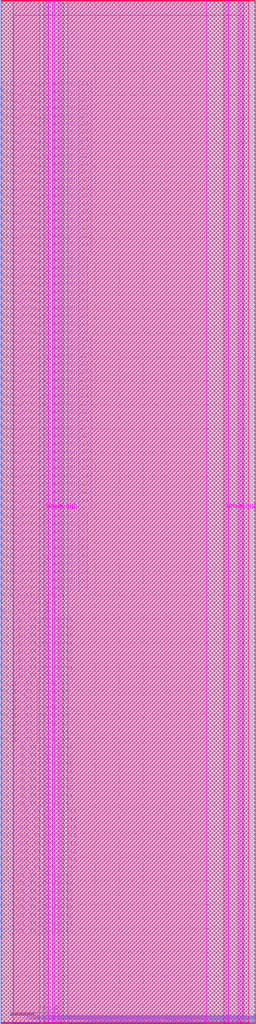
<source format=lef>
VERSION 5.7 ;
  NOWIREEXTENSIONATPIN ON ;
  DIVIDERCHAR "/" ;
  BUSBITCHARS "[]" ;
MACRO W_TT_IF2
  CLASS BLOCK ;
  FOREIGN W_TT_IF2 ;
  ORIGIN 0.000 0.000 ;
  SIZE 107.520 BY 430.080 ;
  PIN CLK_TT_PROJECT
    DIRECTION OUTPUT ;
    USE SIGNAL ;
    ANTENNADIFFAREA 0.708600 ;
    PORT
      LAYER Metal3 ;
        RECT 0.000 174.100 0.400 174.500 ;
    END
  END CLK_TT_PROJECT
  PIN ENA_TT_PROJECT
    DIRECTION OUTPUT ;
    USE SIGNAL ;
    ANTENNADIFFAREA 0.632400 ;
    PORT
      LAYER Metal3 ;
        RECT 0.000 170.740 0.400 171.140 ;
    END
  END ENA_TT_PROJECT
  PIN RST_N_TT_PROJECT
    DIRECTION OUTPUT ;
    USE SIGNAL ;
    ANTENNADIFFAREA 0.958400 ;
    PORT
      LAYER Metal3 ;
        RECT 0.000 177.460 0.400 177.860 ;
    END
  END RST_N_TT_PROJECT
  PIN Tile_X0Y0_E1BEG[0]
    DIRECTION OUTPUT ;
    USE SIGNAL ;
    ANTENNADIFFAREA 0.708600 ;
    PORT
      LAYER Metal3 ;
        RECT 107.120 295.900 107.520 296.300 ;
    END
  END Tile_X0Y0_E1BEG[0]
  PIN Tile_X0Y0_E1BEG[1]
    DIRECTION OUTPUT ;
    USE SIGNAL ;
    ANTENNADIFFAREA 0.708600 ;
    PORT
      LAYER Metal3 ;
        RECT 107.120 297.580 107.520 297.980 ;
    END
  END Tile_X0Y0_E1BEG[1]
  PIN Tile_X0Y0_E1BEG[2]
    DIRECTION OUTPUT ;
    USE SIGNAL ;
    ANTENNADIFFAREA 0.708600 ;
    PORT
      LAYER Metal3 ;
        RECT 107.120 299.260 107.520 299.660 ;
    END
  END Tile_X0Y0_E1BEG[2]
  PIN Tile_X0Y0_E1BEG[3]
    DIRECTION OUTPUT ;
    USE SIGNAL ;
    ANTENNADIFFAREA 0.708600 ;
    PORT
      LAYER Metal3 ;
        RECT 107.120 300.940 107.520 301.340 ;
    END
  END Tile_X0Y0_E1BEG[3]
  PIN Tile_X0Y0_E2BEG[0]
    DIRECTION OUTPUT ;
    USE SIGNAL ;
    ANTENNADIFFAREA 0.708600 ;
    PORT
      LAYER Metal3 ;
        RECT 107.120 302.620 107.520 303.020 ;
    END
  END Tile_X0Y0_E2BEG[0]
  PIN Tile_X0Y0_E2BEG[1]
    DIRECTION OUTPUT ;
    USE SIGNAL ;
    ANTENNADIFFAREA 0.708600 ;
    PORT
      LAYER Metal3 ;
        RECT 107.120 304.300 107.520 304.700 ;
    END
  END Tile_X0Y0_E2BEG[1]
  PIN Tile_X0Y0_E2BEG[2]
    DIRECTION OUTPUT ;
    USE SIGNAL ;
    ANTENNADIFFAREA 0.708600 ;
    PORT
      LAYER Metal3 ;
        RECT 107.120 305.980 107.520 306.380 ;
    END
  END Tile_X0Y0_E2BEG[2]
  PIN Tile_X0Y0_E2BEG[3]
    DIRECTION OUTPUT ;
    USE SIGNAL ;
    ANTENNADIFFAREA 0.708600 ;
    PORT
      LAYER Metal3 ;
        RECT 107.120 307.660 107.520 308.060 ;
    END
  END Tile_X0Y0_E2BEG[3]
  PIN Tile_X0Y0_E2BEG[4]
    DIRECTION OUTPUT ;
    USE SIGNAL ;
    ANTENNADIFFAREA 0.708600 ;
    PORT
      LAYER Metal3 ;
        RECT 107.120 309.340 107.520 309.740 ;
    END
  END Tile_X0Y0_E2BEG[4]
  PIN Tile_X0Y0_E2BEG[5]
    DIRECTION OUTPUT ;
    USE SIGNAL ;
    ANTENNADIFFAREA 0.708600 ;
    PORT
      LAYER Metal3 ;
        RECT 107.120 311.020 107.520 311.420 ;
    END
  END Tile_X0Y0_E2BEG[5]
  PIN Tile_X0Y0_E2BEG[6]
    DIRECTION OUTPUT ;
    USE SIGNAL ;
    ANTENNADIFFAREA 0.708600 ;
    PORT
      LAYER Metal3 ;
        RECT 107.120 312.700 107.520 313.100 ;
    END
  END Tile_X0Y0_E2BEG[6]
  PIN Tile_X0Y0_E2BEG[7]
    DIRECTION OUTPUT ;
    USE SIGNAL ;
    ANTENNADIFFAREA 0.708600 ;
    PORT
      LAYER Metal3 ;
        RECT 107.120 314.380 107.520 314.780 ;
    END
  END Tile_X0Y0_E2BEG[7]
  PIN Tile_X0Y0_E2BEGb[0]
    DIRECTION OUTPUT ;
    USE SIGNAL ;
    ANTENNADIFFAREA 0.708600 ;
    PORT
      LAYER Metal3 ;
        RECT 107.120 316.060 107.520 316.460 ;
    END
  END Tile_X0Y0_E2BEGb[0]
  PIN Tile_X0Y0_E2BEGb[1]
    DIRECTION OUTPUT ;
    USE SIGNAL ;
    ANTENNADIFFAREA 0.708600 ;
    PORT
      LAYER Metal3 ;
        RECT 107.120 317.740 107.520 318.140 ;
    END
  END Tile_X0Y0_E2BEGb[1]
  PIN Tile_X0Y0_E2BEGb[2]
    DIRECTION OUTPUT ;
    USE SIGNAL ;
    ANTENNADIFFAREA 0.708600 ;
    PORT
      LAYER Metal3 ;
        RECT 107.120 319.420 107.520 319.820 ;
    END
  END Tile_X0Y0_E2BEGb[2]
  PIN Tile_X0Y0_E2BEGb[3]
    DIRECTION OUTPUT ;
    USE SIGNAL ;
    ANTENNADIFFAREA 0.708600 ;
    PORT
      LAYER Metal3 ;
        RECT 107.120 321.100 107.520 321.500 ;
    END
  END Tile_X0Y0_E2BEGb[3]
  PIN Tile_X0Y0_E2BEGb[4]
    DIRECTION OUTPUT ;
    USE SIGNAL ;
    ANTENNADIFFAREA 0.708600 ;
    PORT
      LAYER Metal3 ;
        RECT 107.120 322.780 107.520 323.180 ;
    END
  END Tile_X0Y0_E2BEGb[4]
  PIN Tile_X0Y0_E2BEGb[5]
    DIRECTION OUTPUT ;
    USE SIGNAL ;
    ANTENNADIFFAREA 0.708600 ;
    PORT
      LAYER Metal3 ;
        RECT 107.120 324.460 107.520 324.860 ;
    END
  END Tile_X0Y0_E2BEGb[5]
  PIN Tile_X0Y0_E2BEGb[6]
    DIRECTION OUTPUT ;
    USE SIGNAL ;
    ANTENNADIFFAREA 0.708600 ;
    PORT
      LAYER Metal3 ;
        RECT 107.120 326.140 107.520 326.540 ;
    END
  END Tile_X0Y0_E2BEGb[6]
  PIN Tile_X0Y0_E2BEGb[7]
    DIRECTION OUTPUT ;
    USE SIGNAL ;
    ANTENNADIFFAREA 0.708600 ;
    PORT
      LAYER Metal3 ;
        RECT 107.120 327.820 107.520 328.220 ;
    END
  END Tile_X0Y0_E2BEGb[7]
  PIN Tile_X0Y0_E6BEG[0]
    DIRECTION OUTPUT ;
    USE SIGNAL ;
    ANTENNADIFFAREA 0.708600 ;
    PORT
      LAYER Metal3 ;
        RECT 107.120 356.380 107.520 356.780 ;
    END
  END Tile_X0Y0_E6BEG[0]
  PIN Tile_X0Y0_E6BEG[10]
    DIRECTION OUTPUT ;
    USE SIGNAL ;
    ANTENNADIFFAREA 0.708600 ;
    PORT
      LAYER Metal3 ;
        RECT 107.120 373.180 107.520 373.580 ;
    END
  END Tile_X0Y0_E6BEG[10]
  PIN Tile_X0Y0_E6BEG[11]
    DIRECTION OUTPUT ;
    USE SIGNAL ;
    ANTENNADIFFAREA 0.708600 ;
    PORT
      LAYER Metal3 ;
        RECT 107.120 374.860 107.520 375.260 ;
    END
  END Tile_X0Y0_E6BEG[11]
  PIN Tile_X0Y0_E6BEG[1]
    DIRECTION OUTPUT ;
    USE SIGNAL ;
    ANTENNADIFFAREA 0.708600 ;
    PORT
      LAYER Metal3 ;
        RECT 107.120 358.060 107.520 358.460 ;
    END
  END Tile_X0Y0_E6BEG[1]
  PIN Tile_X0Y0_E6BEG[2]
    DIRECTION OUTPUT ;
    USE SIGNAL ;
    ANTENNADIFFAREA 0.708600 ;
    PORT
      LAYER Metal3 ;
        RECT 107.120 359.740 107.520 360.140 ;
    END
  END Tile_X0Y0_E6BEG[2]
  PIN Tile_X0Y0_E6BEG[3]
    DIRECTION OUTPUT ;
    USE SIGNAL ;
    ANTENNADIFFAREA 0.708600 ;
    PORT
      LAYER Metal3 ;
        RECT 107.120 361.420 107.520 361.820 ;
    END
  END Tile_X0Y0_E6BEG[3]
  PIN Tile_X0Y0_E6BEG[4]
    DIRECTION OUTPUT ;
    USE SIGNAL ;
    ANTENNADIFFAREA 0.708600 ;
    PORT
      LAYER Metal3 ;
        RECT 107.120 363.100 107.520 363.500 ;
    END
  END Tile_X0Y0_E6BEG[4]
  PIN Tile_X0Y0_E6BEG[5]
    DIRECTION OUTPUT ;
    USE SIGNAL ;
    ANTENNADIFFAREA 0.708600 ;
    PORT
      LAYER Metal3 ;
        RECT 107.120 364.780 107.520 365.180 ;
    END
  END Tile_X0Y0_E6BEG[5]
  PIN Tile_X0Y0_E6BEG[6]
    DIRECTION OUTPUT ;
    USE SIGNAL ;
    ANTENNADIFFAREA 0.708600 ;
    PORT
      LAYER Metal3 ;
        RECT 107.120 366.460 107.520 366.860 ;
    END
  END Tile_X0Y0_E6BEG[6]
  PIN Tile_X0Y0_E6BEG[7]
    DIRECTION OUTPUT ;
    USE SIGNAL ;
    ANTENNADIFFAREA 0.708600 ;
    PORT
      LAYER Metal3 ;
        RECT 107.120 368.140 107.520 368.540 ;
    END
  END Tile_X0Y0_E6BEG[7]
  PIN Tile_X0Y0_E6BEG[8]
    DIRECTION OUTPUT ;
    USE SIGNAL ;
    ANTENNADIFFAREA 0.708600 ;
    PORT
      LAYER Metal3 ;
        RECT 107.120 369.820 107.520 370.220 ;
    END
  END Tile_X0Y0_E6BEG[8]
  PIN Tile_X0Y0_E6BEG[9]
    DIRECTION OUTPUT ;
    USE SIGNAL ;
    ANTENNADIFFAREA 0.708600 ;
    PORT
      LAYER Metal3 ;
        RECT 107.120 371.500 107.520 371.900 ;
    END
  END Tile_X0Y0_E6BEG[9]
  PIN Tile_X0Y0_EE4BEG[0]
    DIRECTION OUTPUT ;
    USE SIGNAL ;
    ANTENNADIFFAREA 0.708600 ;
    PORT
      LAYER Metal3 ;
        RECT 107.120 329.500 107.520 329.900 ;
    END
  END Tile_X0Y0_EE4BEG[0]
  PIN Tile_X0Y0_EE4BEG[10]
    DIRECTION OUTPUT ;
    USE SIGNAL ;
    ANTENNADIFFAREA 0.708600 ;
    PORT
      LAYER Metal3 ;
        RECT 107.120 346.300 107.520 346.700 ;
    END
  END Tile_X0Y0_EE4BEG[10]
  PIN Tile_X0Y0_EE4BEG[11]
    DIRECTION OUTPUT ;
    USE SIGNAL ;
    ANTENNADIFFAREA 0.708600 ;
    PORT
      LAYER Metal3 ;
        RECT 107.120 347.980 107.520 348.380 ;
    END
  END Tile_X0Y0_EE4BEG[11]
  PIN Tile_X0Y0_EE4BEG[12]
    DIRECTION OUTPUT ;
    USE SIGNAL ;
    ANTENNADIFFAREA 0.708600 ;
    PORT
      LAYER Metal3 ;
        RECT 107.120 349.660 107.520 350.060 ;
    END
  END Tile_X0Y0_EE4BEG[12]
  PIN Tile_X0Y0_EE4BEG[13]
    DIRECTION OUTPUT ;
    USE SIGNAL ;
    ANTENNADIFFAREA 0.708600 ;
    PORT
      LAYER Metal3 ;
        RECT 107.120 351.340 107.520 351.740 ;
    END
  END Tile_X0Y0_EE4BEG[13]
  PIN Tile_X0Y0_EE4BEG[14]
    DIRECTION OUTPUT ;
    USE SIGNAL ;
    ANTENNADIFFAREA 0.708600 ;
    PORT
      LAYER Metal3 ;
        RECT 107.120 353.020 107.520 353.420 ;
    END
  END Tile_X0Y0_EE4BEG[14]
  PIN Tile_X0Y0_EE4BEG[15]
    DIRECTION OUTPUT ;
    USE SIGNAL ;
    ANTENNADIFFAREA 0.708600 ;
    PORT
      LAYER Metal3 ;
        RECT 107.120 354.700 107.520 355.100 ;
    END
  END Tile_X0Y0_EE4BEG[15]
  PIN Tile_X0Y0_EE4BEG[1]
    DIRECTION OUTPUT ;
    USE SIGNAL ;
    ANTENNADIFFAREA 0.708600 ;
    PORT
      LAYER Metal3 ;
        RECT 107.120 331.180 107.520 331.580 ;
    END
  END Tile_X0Y0_EE4BEG[1]
  PIN Tile_X0Y0_EE4BEG[2]
    DIRECTION OUTPUT ;
    USE SIGNAL ;
    ANTENNADIFFAREA 0.708600 ;
    PORT
      LAYER Metal3 ;
        RECT 107.120 332.860 107.520 333.260 ;
    END
  END Tile_X0Y0_EE4BEG[2]
  PIN Tile_X0Y0_EE4BEG[3]
    DIRECTION OUTPUT ;
    USE SIGNAL ;
    ANTENNADIFFAREA 0.708600 ;
    PORT
      LAYER Metal3 ;
        RECT 107.120 334.540 107.520 334.940 ;
    END
  END Tile_X0Y0_EE4BEG[3]
  PIN Tile_X0Y0_EE4BEG[4]
    DIRECTION OUTPUT ;
    USE SIGNAL ;
    ANTENNADIFFAREA 0.708600 ;
    PORT
      LAYER Metal3 ;
        RECT 107.120 336.220 107.520 336.620 ;
    END
  END Tile_X0Y0_EE4BEG[4]
  PIN Tile_X0Y0_EE4BEG[5]
    DIRECTION OUTPUT ;
    USE SIGNAL ;
    ANTENNADIFFAREA 0.708600 ;
    PORT
      LAYER Metal3 ;
        RECT 107.120 337.900 107.520 338.300 ;
    END
  END Tile_X0Y0_EE4BEG[5]
  PIN Tile_X0Y0_EE4BEG[6]
    DIRECTION OUTPUT ;
    USE SIGNAL ;
    ANTENNADIFFAREA 0.708600 ;
    PORT
      LAYER Metal3 ;
        RECT 107.120 339.580 107.520 339.980 ;
    END
  END Tile_X0Y0_EE4BEG[6]
  PIN Tile_X0Y0_EE4BEG[7]
    DIRECTION OUTPUT ;
    USE SIGNAL ;
    ANTENNADIFFAREA 0.708600 ;
    PORT
      LAYER Metal3 ;
        RECT 107.120 341.260 107.520 341.660 ;
    END
  END Tile_X0Y0_EE4BEG[7]
  PIN Tile_X0Y0_EE4BEG[8]
    DIRECTION OUTPUT ;
    USE SIGNAL ;
    ANTENNADIFFAREA 0.708600 ;
    PORT
      LAYER Metal3 ;
        RECT 107.120 342.940 107.520 343.340 ;
    END
  END Tile_X0Y0_EE4BEG[8]
  PIN Tile_X0Y0_EE4BEG[9]
    DIRECTION OUTPUT ;
    USE SIGNAL ;
    ANTENNADIFFAREA 0.708600 ;
    PORT
      LAYER Metal3 ;
        RECT 107.120 344.620 107.520 345.020 ;
    END
  END Tile_X0Y0_EE4BEG[9]
  PIN Tile_X0Y0_FrameData[0]
    DIRECTION INPUT ;
    USE SIGNAL ;
    ANTENNAGATEAREA 1.445600 ;
    PORT
      LAYER Metal3 ;
        RECT 0.000 180.820 0.400 181.220 ;
    END
  END Tile_X0Y0_FrameData[0]
  PIN Tile_X0Y0_FrameData[10]
    DIRECTION INPUT ;
    USE SIGNAL ;
    ANTENNAGATEAREA 1.626300 ;
    PORT
      LAYER Metal3 ;
        RECT 0.000 214.420 0.400 214.820 ;
    END
  END Tile_X0Y0_FrameData[10]
  PIN Tile_X0Y0_FrameData[11]
    DIRECTION INPUT ;
    USE SIGNAL ;
    ANTENNAGATEAREA 1.626300 ;
    PORT
      LAYER Metal3 ;
        RECT 0.000 217.780 0.400 218.180 ;
    END
  END Tile_X0Y0_FrameData[11]
  PIN Tile_X0Y0_FrameData[12]
    DIRECTION INPUT ;
    USE SIGNAL ;
    ANTENNAGATEAREA 1.626300 ;
    PORT
      LAYER Metal3 ;
        RECT 0.000 221.140 0.400 221.540 ;
    END
  END Tile_X0Y0_FrameData[12]
  PIN Tile_X0Y0_FrameData[13]
    DIRECTION INPUT ;
    USE SIGNAL ;
    ANTENNAGATEAREA 1.626300 ;
    PORT
      LAYER Metal3 ;
        RECT 0.000 224.500 0.400 224.900 ;
    END
  END Tile_X0Y0_FrameData[13]
  PIN Tile_X0Y0_FrameData[14]
    DIRECTION INPUT ;
    USE SIGNAL ;
    ANTENNAGATEAREA 1.626300 ;
    PORT
      LAYER Metal3 ;
        RECT 0.000 227.860 0.400 228.260 ;
    END
  END Tile_X0Y0_FrameData[14]
  PIN Tile_X0Y0_FrameData[15]
    DIRECTION INPUT ;
    USE SIGNAL ;
    ANTENNAGATEAREA 1.626300 ;
    PORT
      LAYER Metal3 ;
        RECT 0.000 231.220 0.400 231.620 ;
    END
  END Tile_X0Y0_FrameData[15]
  PIN Tile_X0Y0_FrameData[16]
    DIRECTION INPUT ;
    USE SIGNAL ;
    ANTENNAGATEAREA 1.626300 ;
    PORT
      LAYER Metal3 ;
        RECT 0.000 234.580 0.400 234.980 ;
    END
  END Tile_X0Y0_FrameData[16]
  PIN Tile_X0Y0_FrameData[17]
    DIRECTION INPUT ;
    USE SIGNAL ;
    ANTENNAGATEAREA 1.626300 ;
    PORT
      LAYER Metal3 ;
        RECT 0.000 237.940 0.400 238.340 ;
    END
  END Tile_X0Y0_FrameData[17]
  PIN Tile_X0Y0_FrameData[18]
    DIRECTION INPUT ;
    USE SIGNAL ;
    ANTENNAGATEAREA 1.626300 ;
    PORT
      LAYER Metal3 ;
        RECT 0.000 241.300 0.400 241.700 ;
    END
  END Tile_X0Y0_FrameData[18]
  PIN Tile_X0Y0_FrameData[19]
    DIRECTION INPUT ;
    USE SIGNAL ;
    ANTENNAGATEAREA 1.626300 ;
    PORT
      LAYER Metal3 ;
        RECT 0.000 244.660 0.400 245.060 ;
    END
  END Tile_X0Y0_FrameData[19]
  PIN Tile_X0Y0_FrameData[1]
    DIRECTION INPUT ;
    USE SIGNAL ;
    ANTENNAGATEAREA 1.445600 ;
    PORT
      LAYER Metal3 ;
        RECT 0.000 184.180 0.400 184.580 ;
    END
  END Tile_X0Y0_FrameData[1]
  PIN Tile_X0Y0_FrameData[20]
    DIRECTION INPUT ;
    USE SIGNAL ;
    ANTENNAGATEAREA 1.626300 ;
    PORT
      LAYER Metal3 ;
        RECT 0.000 248.020 0.400 248.420 ;
    END
  END Tile_X0Y0_FrameData[20]
  PIN Tile_X0Y0_FrameData[21]
    DIRECTION INPUT ;
    USE SIGNAL ;
    ANTENNAGATEAREA 1.626300 ;
    PORT
      LAYER Metal3 ;
        RECT 0.000 251.380 0.400 251.780 ;
    END
  END Tile_X0Y0_FrameData[21]
  PIN Tile_X0Y0_FrameData[22]
    DIRECTION INPUT ;
    USE SIGNAL ;
    ANTENNAGATEAREA 1.626300 ;
    PORT
      LAYER Metal3 ;
        RECT 0.000 254.740 0.400 255.140 ;
    END
  END Tile_X0Y0_FrameData[22]
  PIN Tile_X0Y0_FrameData[23]
    DIRECTION INPUT ;
    USE SIGNAL ;
    ANTENNAGATEAREA 1.626300 ;
    PORT
      LAYER Metal3 ;
        RECT 0.000 258.100 0.400 258.500 ;
    END
  END Tile_X0Y0_FrameData[23]
  PIN Tile_X0Y0_FrameData[24]
    DIRECTION INPUT ;
    USE SIGNAL ;
    ANTENNAGATEAREA 1.626300 ;
    PORT
      LAYER Metal3 ;
        RECT 0.000 261.460 0.400 261.860 ;
    END
  END Tile_X0Y0_FrameData[24]
  PIN Tile_X0Y0_FrameData[25]
    DIRECTION INPUT ;
    USE SIGNAL ;
    ANTENNAGATEAREA 1.626300 ;
    PORT
      LAYER Metal3 ;
        RECT 0.000 264.820 0.400 265.220 ;
    END
  END Tile_X0Y0_FrameData[25]
  PIN Tile_X0Y0_FrameData[26]
    DIRECTION INPUT ;
    USE SIGNAL ;
    ANTENNAGATEAREA 1.626300 ;
    PORT
      LAYER Metal3 ;
        RECT 0.000 268.180 0.400 268.580 ;
    END
  END Tile_X0Y0_FrameData[26]
  PIN Tile_X0Y0_FrameData[27]
    DIRECTION INPUT ;
    USE SIGNAL ;
    ANTENNAGATEAREA 1.626300 ;
    PORT
      LAYER Metal3 ;
        RECT 0.000 271.540 0.400 271.940 ;
    END
  END Tile_X0Y0_FrameData[27]
  PIN Tile_X0Y0_FrameData[28]
    DIRECTION INPUT ;
    USE SIGNAL ;
    ANTENNAGATEAREA 1.626300 ;
    PORT
      LAYER Metal3 ;
        RECT 0.000 274.900 0.400 275.300 ;
    END
  END Tile_X0Y0_FrameData[28]
  PIN Tile_X0Y0_FrameData[29]
    DIRECTION INPUT ;
    USE SIGNAL ;
    ANTENNAGATEAREA 1.626300 ;
    PORT
      LAYER Metal3 ;
        RECT 0.000 278.260 0.400 278.660 ;
    END
  END Tile_X0Y0_FrameData[29]
  PIN Tile_X0Y0_FrameData[2]
    DIRECTION INPUT ;
    USE SIGNAL ;
    ANTENNAGATEAREA 1.445600 ;
    PORT
      LAYER Metal3 ;
        RECT 0.000 187.540 0.400 187.940 ;
    END
  END Tile_X0Y0_FrameData[2]
  PIN Tile_X0Y0_FrameData[30]
    DIRECTION INPUT ;
    USE SIGNAL ;
    ANTENNAGATEAREA 1.626300 ;
    PORT
      LAYER Metal3 ;
        RECT 0.000 281.620 0.400 282.020 ;
    END
  END Tile_X0Y0_FrameData[30]
  PIN Tile_X0Y0_FrameData[31]
    DIRECTION INPUT ;
    USE SIGNAL ;
    ANTENNAGATEAREA 1.626300 ;
    PORT
      LAYER Metal3 ;
        RECT 0.000 284.980 0.400 285.380 ;
    END
  END Tile_X0Y0_FrameData[31]
  PIN Tile_X0Y0_FrameData[3]
    DIRECTION INPUT ;
    USE SIGNAL ;
    ANTENNAGATEAREA 1.445600 ;
    PORT
      LAYER Metal3 ;
        RECT 0.000 190.900 0.400 191.300 ;
    END
  END Tile_X0Y0_FrameData[3]
  PIN Tile_X0Y0_FrameData[4]
    DIRECTION INPUT ;
    USE SIGNAL ;
    ANTENNAGATEAREA 1.445600 ;
    PORT
      LAYER Metal3 ;
        RECT 0.000 194.260 0.400 194.660 ;
    END
  END Tile_X0Y0_FrameData[4]
  PIN Tile_X0Y0_FrameData[5]
    DIRECTION INPUT ;
    USE SIGNAL ;
    ANTENNAGATEAREA 1.445600 ;
    PORT
      LAYER Metal3 ;
        RECT 0.000 197.620 0.400 198.020 ;
    END
  END Tile_X0Y0_FrameData[5]
  PIN Tile_X0Y0_FrameData[6]
    DIRECTION INPUT ;
    USE SIGNAL ;
    ANTENNAGATEAREA 1.445600 ;
    PORT
      LAYER Metal3 ;
        RECT 0.000 200.980 0.400 201.380 ;
    END
  END Tile_X0Y0_FrameData[6]
  PIN Tile_X0Y0_FrameData[7]
    DIRECTION INPUT ;
    USE SIGNAL ;
    ANTENNAGATEAREA 1.445600 ;
    PORT
      LAYER Metal3 ;
        RECT 0.000 204.340 0.400 204.740 ;
    END
  END Tile_X0Y0_FrameData[7]
  PIN Tile_X0Y0_FrameData[8]
    DIRECTION INPUT ;
    USE SIGNAL ;
    ANTENNAGATEAREA 1.626300 ;
    PORT
      LAYER Metal3 ;
        RECT 0.000 207.700 0.400 208.100 ;
    END
  END Tile_X0Y0_FrameData[8]
  PIN Tile_X0Y0_FrameData[9]
    DIRECTION INPUT ;
    USE SIGNAL ;
    ANTENNAGATEAREA 1.626300 ;
    PORT
      LAYER Metal3 ;
        RECT 0.000 211.060 0.400 211.460 ;
    END
  END Tile_X0Y0_FrameData[9]
  PIN Tile_X0Y0_FrameData_O[0]
    DIRECTION OUTPUT ;
    USE SIGNAL ;
    ANTENNADIFFAREA 0.708600 ;
    PORT
      LAYER Metal3 ;
        RECT 107.120 376.540 107.520 376.940 ;
    END
  END Tile_X0Y0_FrameData_O[0]
  PIN Tile_X0Y0_FrameData_O[10]
    DIRECTION OUTPUT ;
    USE SIGNAL ;
    ANTENNADIFFAREA 0.708600 ;
    PORT
      LAYER Metal3 ;
        RECT 107.120 393.340 107.520 393.740 ;
    END
  END Tile_X0Y0_FrameData_O[10]
  PIN Tile_X0Y0_FrameData_O[11]
    DIRECTION OUTPUT ;
    USE SIGNAL ;
    ANTENNADIFFAREA 0.708600 ;
    PORT
      LAYER Metal3 ;
        RECT 107.120 395.020 107.520 395.420 ;
    END
  END Tile_X0Y0_FrameData_O[11]
  PIN Tile_X0Y0_FrameData_O[12]
    DIRECTION OUTPUT ;
    USE SIGNAL ;
    ANTENNADIFFAREA 0.708600 ;
    PORT
      LAYER Metal3 ;
        RECT 107.120 396.700 107.520 397.100 ;
    END
  END Tile_X0Y0_FrameData_O[12]
  PIN Tile_X0Y0_FrameData_O[13]
    DIRECTION OUTPUT ;
    USE SIGNAL ;
    ANTENNADIFFAREA 0.708600 ;
    PORT
      LAYER Metal3 ;
        RECT 107.120 398.380 107.520 398.780 ;
    END
  END Tile_X0Y0_FrameData_O[13]
  PIN Tile_X0Y0_FrameData_O[14]
    DIRECTION OUTPUT ;
    USE SIGNAL ;
    ANTENNADIFFAREA 0.708600 ;
    PORT
      LAYER Metal3 ;
        RECT 107.120 400.060 107.520 400.460 ;
    END
  END Tile_X0Y0_FrameData_O[14]
  PIN Tile_X0Y0_FrameData_O[15]
    DIRECTION OUTPUT ;
    USE SIGNAL ;
    ANTENNADIFFAREA 0.708600 ;
    PORT
      LAYER Metal3 ;
        RECT 107.120 401.740 107.520 402.140 ;
    END
  END Tile_X0Y0_FrameData_O[15]
  PIN Tile_X0Y0_FrameData_O[16]
    DIRECTION OUTPUT ;
    USE SIGNAL ;
    ANTENNADIFFAREA 0.708600 ;
    PORT
      LAYER Metal3 ;
        RECT 107.120 403.420 107.520 403.820 ;
    END
  END Tile_X0Y0_FrameData_O[16]
  PIN Tile_X0Y0_FrameData_O[17]
    DIRECTION OUTPUT ;
    USE SIGNAL ;
    ANTENNADIFFAREA 0.708600 ;
    PORT
      LAYER Metal3 ;
        RECT 107.120 405.100 107.520 405.500 ;
    END
  END Tile_X0Y0_FrameData_O[17]
  PIN Tile_X0Y0_FrameData_O[18]
    DIRECTION OUTPUT ;
    USE SIGNAL ;
    ANTENNADIFFAREA 0.708600 ;
    PORT
      LAYER Metal3 ;
        RECT 107.120 406.780 107.520 407.180 ;
    END
  END Tile_X0Y0_FrameData_O[18]
  PIN Tile_X0Y0_FrameData_O[19]
    DIRECTION OUTPUT ;
    USE SIGNAL ;
    ANTENNADIFFAREA 0.708600 ;
    PORT
      LAYER Metal3 ;
        RECT 107.120 408.460 107.520 408.860 ;
    END
  END Tile_X0Y0_FrameData_O[19]
  PIN Tile_X0Y0_FrameData_O[1]
    DIRECTION OUTPUT ;
    USE SIGNAL ;
    ANTENNADIFFAREA 0.708600 ;
    PORT
      LAYER Metal3 ;
        RECT 107.120 378.220 107.520 378.620 ;
    END
  END Tile_X0Y0_FrameData_O[1]
  PIN Tile_X0Y0_FrameData_O[20]
    DIRECTION OUTPUT ;
    USE SIGNAL ;
    ANTENNADIFFAREA 0.708600 ;
    PORT
      LAYER Metal3 ;
        RECT 107.120 410.140 107.520 410.540 ;
    END
  END Tile_X0Y0_FrameData_O[20]
  PIN Tile_X0Y0_FrameData_O[21]
    DIRECTION OUTPUT ;
    USE SIGNAL ;
    ANTENNADIFFAREA 0.708600 ;
    PORT
      LAYER Metal3 ;
        RECT 107.120 411.820 107.520 412.220 ;
    END
  END Tile_X0Y0_FrameData_O[21]
  PIN Tile_X0Y0_FrameData_O[22]
    DIRECTION OUTPUT ;
    USE SIGNAL ;
    ANTENNADIFFAREA 0.708600 ;
    PORT
      LAYER Metal3 ;
        RECT 107.120 413.500 107.520 413.900 ;
    END
  END Tile_X0Y0_FrameData_O[22]
  PIN Tile_X0Y0_FrameData_O[23]
    DIRECTION OUTPUT ;
    USE SIGNAL ;
    ANTENNADIFFAREA 0.708600 ;
    PORT
      LAYER Metal3 ;
        RECT 107.120 415.180 107.520 415.580 ;
    END
  END Tile_X0Y0_FrameData_O[23]
  PIN Tile_X0Y0_FrameData_O[24]
    DIRECTION OUTPUT ;
    USE SIGNAL ;
    ANTENNADIFFAREA 0.708600 ;
    PORT
      LAYER Metal3 ;
        RECT 107.120 416.860 107.520 417.260 ;
    END
  END Tile_X0Y0_FrameData_O[24]
  PIN Tile_X0Y0_FrameData_O[25]
    DIRECTION OUTPUT ;
    USE SIGNAL ;
    ANTENNADIFFAREA 0.708600 ;
    PORT
      LAYER Metal3 ;
        RECT 107.120 418.540 107.520 418.940 ;
    END
  END Tile_X0Y0_FrameData_O[25]
  PIN Tile_X0Y0_FrameData_O[26]
    DIRECTION OUTPUT ;
    USE SIGNAL ;
    ANTENNADIFFAREA 0.708600 ;
    PORT
      LAYER Metal3 ;
        RECT 107.120 420.220 107.520 420.620 ;
    END
  END Tile_X0Y0_FrameData_O[26]
  PIN Tile_X0Y0_FrameData_O[27]
    DIRECTION OUTPUT ;
    USE SIGNAL ;
    ANTENNADIFFAREA 0.708600 ;
    PORT
      LAYER Metal3 ;
        RECT 107.120 421.900 107.520 422.300 ;
    END
  END Tile_X0Y0_FrameData_O[27]
  PIN Tile_X0Y0_FrameData_O[28]
    DIRECTION OUTPUT ;
    USE SIGNAL ;
    ANTENNADIFFAREA 0.708600 ;
    PORT
      LAYER Metal3 ;
        RECT 107.120 423.580 107.520 423.980 ;
    END
  END Tile_X0Y0_FrameData_O[28]
  PIN Tile_X0Y0_FrameData_O[29]
    DIRECTION OUTPUT ;
    USE SIGNAL ;
    ANTENNADIFFAREA 0.708600 ;
    PORT
      LAYER Metal3 ;
        RECT 107.120 425.260 107.520 425.660 ;
    END
  END Tile_X0Y0_FrameData_O[29]
  PIN Tile_X0Y0_FrameData_O[2]
    DIRECTION OUTPUT ;
    USE SIGNAL ;
    ANTENNADIFFAREA 0.708600 ;
    PORT
      LAYER Metal3 ;
        RECT 107.120 379.900 107.520 380.300 ;
    END
  END Tile_X0Y0_FrameData_O[2]
  PIN Tile_X0Y0_FrameData_O[30]
    DIRECTION OUTPUT ;
    USE SIGNAL ;
    ANTENNADIFFAREA 0.708600 ;
    PORT
      LAYER Metal3 ;
        RECT 107.120 426.940 107.520 427.340 ;
    END
  END Tile_X0Y0_FrameData_O[30]
  PIN Tile_X0Y0_FrameData_O[31]
    DIRECTION OUTPUT ;
    USE SIGNAL ;
    ANTENNADIFFAREA 0.708600 ;
    PORT
      LAYER Metal3 ;
        RECT 107.120 428.620 107.520 429.020 ;
    END
  END Tile_X0Y0_FrameData_O[31]
  PIN Tile_X0Y0_FrameData_O[3]
    DIRECTION OUTPUT ;
    USE SIGNAL ;
    ANTENNADIFFAREA 0.708600 ;
    PORT
      LAYER Metal3 ;
        RECT 107.120 381.580 107.520 381.980 ;
    END
  END Tile_X0Y0_FrameData_O[3]
  PIN Tile_X0Y0_FrameData_O[4]
    DIRECTION OUTPUT ;
    USE SIGNAL ;
    ANTENNADIFFAREA 0.708600 ;
    PORT
      LAYER Metal3 ;
        RECT 107.120 383.260 107.520 383.660 ;
    END
  END Tile_X0Y0_FrameData_O[4]
  PIN Tile_X0Y0_FrameData_O[5]
    DIRECTION OUTPUT ;
    USE SIGNAL ;
    ANTENNADIFFAREA 0.708600 ;
    PORT
      LAYER Metal3 ;
        RECT 107.120 384.940 107.520 385.340 ;
    END
  END Tile_X0Y0_FrameData_O[5]
  PIN Tile_X0Y0_FrameData_O[6]
    DIRECTION OUTPUT ;
    USE SIGNAL ;
    ANTENNADIFFAREA 0.708600 ;
    PORT
      LAYER Metal3 ;
        RECT 107.120 386.620 107.520 387.020 ;
    END
  END Tile_X0Y0_FrameData_O[6]
  PIN Tile_X0Y0_FrameData_O[7]
    DIRECTION OUTPUT ;
    USE SIGNAL ;
    ANTENNADIFFAREA 0.708600 ;
    PORT
      LAYER Metal3 ;
        RECT 107.120 388.300 107.520 388.700 ;
    END
  END Tile_X0Y0_FrameData_O[7]
  PIN Tile_X0Y0_FrameData_O[8]
    DIRECTION OUTPUT ;
    USE SIGNAL ;
    ANTENNADIFFAREA 0.708600 ;
    PORT
      LAYER Metal3 ;
        RECT 107.120 389.980 107.520 390.380 ;
    END
  END Tile_X0Y0_FrameData_O[8]
  PIN Tile_X0Y0_FrameData_O[9]
    DIRECTION OUTPUT ;
    USE SIGNAL ;
    ANTENNADIFFAREA 0.708600 ;
    PORT
      LAYER Metal3 ;
        RECT 107.120 391.660 107.520 392.060 ;
    END
  END Tile_X0Y0_FrameData_O[9]
  PIN Tile_X0Y0_FrameStrobe_O[0]
    DIRECTION OUTPUT ;
    USE SIGNAL ;
    ANTENNADIFFAREA 0.708600 ;
    PORT
      LAYER Metal2 ;
        RECT 79.000 429.680 79.400 430.080 ;
    END
  END Tile_X0Y0_FrameStrobe_O[0]
  PIN Tile_X0Y0_FrameStrobe_O[10]
    DIRECTION OUTPUT ;
    USE SIGNAL ;
    ANTENNADIFFAREA 0.708600 ;
    PORT
      LAYER Metal2 ;
        RECT 88.600 429.680 89.000 430.080 ;
    END
  END Tile_X0Y0_FrameStrobe_O[10]
  PIN Tile_X0Y0_FrameStrobe_O[11]
    DIRECTION OUTPUT ;
    USE SIGNAL ;
    ANTENNADIFFAREA 0.708600 ;
    PORT
      LAYER Metal2 ;
        RECT 89.560 429.680 89.960 430.080 ;
    END
  END Tile_X0Y0_FrameStrobe_O[11]
  PIN Tile_X0Y0_FrameStrobe_O[12]
    DIRECTION OUTPUT ;
    USE SIGNAL ;
    ANTENNADIFFAREA 0.708600 ;
    PORT
      LAYER Metal2 ;
        RECT 90.520 429.680 90.920 430.080 ;
    END
  END Tile_X0Y0_FrameStrobe_O[12]
  PIN Tile_X0Y0_FrameStrobe_O[13]
    DIRECTION OUTPUT ;
    USE SIGNAL ;
    ANTENNADIFFAREA 0.708600 ;
    PORT
      LAYER Metal2 ;
        RECT 91.480 429.680 91.880 430.080 ;
    END
  END Tile_X0Y0_FrameStrobe_O[13]
  PIN Tile_X0Y0_FrameStrobe_O[14]
    DIRECTION OUTPUT ;
    USE SIGNAL ;
    ANTENNADIFFAREA 0.708600 ;
    PORT
      LAYER Metal2 ;
        RECT 92.440 429.680 92.840 430.080 ;
    END
  END Tile_X0Y0_FrameStrobe_O[14]
  PIN Tile_X0Y0_FrameStrobe_O[15]
    DIRECTION OUTPUT ;
    USE SIGNAL ;
    ANTENNADIFFAREA 0.708600 ;
    PORT
      LAYER Metal2 ;
        RECT 93.400 429.680 93.800 430.080 ;
    END
  END Tile_X0Y0_FrameStrobe_O[15]
  PIN Tile_X0Y0_FrameStrobe_O[16]
    DIRECTION OUTPUT ;
    USE SIGNAL ;
    ANTENNADIFFAREA 0.708600 ;
    PORT
      LAYER Metal2 ;
        RECT 94.360 429.680 94.760 430.080 ;
    END
  END Tile_X0Y0_FrameStrobe_O[16]
  PIN Tile_X0Y0_FrameStrobe_O[17]
    DIRECTION OUTPUT ;
    USE SIGNAL ;
    ANTENNADIFFAREA 0.708600 ;
    PORT
      LAYER Metal2 ;
        RECT 95.320 429.680 95.720 430.080 ;
    END
  END Tile_X0Y0_FrameStrobe_O[17]
  PIN Tile_X0Y0_FrameStrobe_O[18]
    DIRECTION OUTPUT ;
    USE SIGNAL ;
    ANTENNADIFFAREA 0.708600 ;
    PORT
      LAYER Metal2 ;
        RECT 96.280 429.680 96.680 430.080 ;
    END
  END Tile_X0Y0_FrameStrobe_O[18]
  PIN Tile_X0Y0_FrameStrobe_O[19]
    DIRECTION OUTPUT ;
    USE SIGNAL ;
    ANTENNADIFFAREA 0.708600 ;
    PORT
      LAYER Metal2 ;
        RECT 97.240 429.680 97.640 430.080 ;
    END
  END Tile_X0Y0_FrameStrobe_O[19]
  PIN Tile_X0Y0_FrameStrobe_O[1]
    DIRECTION OUTPUT ;
    USE SIGNAL ;
    ANTENNADIFFAREA 0.708600 ;
    PORT
      LAYER Metal2 ;
        RECT 79.960 429.680 80.360 430.080 ;
    END
  END Tile_X0Y0_FrameStrobe_O[1]
  PIN Tile_X0Y0_FrameStrobe_O[2]
    DIRECTION OUTPUT ;
    USE SIGNAL ;
    ANTENNADIFFAREA 0.708600 ;
    PORT
      LAYER Metal2 ;
        RECT 80.920 429.680 81.320 430.080 ;
    END
  END Tile_X0Y0_FrameStrobe_O[2]
  PIN Tile_X0Y0_FrameStrobe_O[3]
    DIRECTION OUTPUT ;
    USE SIGNAL ;
    ANTENNADIFFAREA 0.708600 ;
    PORT
      LAYER Metal2 ;
        RECT 81.880 429.680 82.280 430.080 ;
    END
  END Tile_X0Y0_FrameStrobe_O[3]
  PIN Tile_X0Y0_FrameStrobe_O[4]
    DIRECTION OUTPUT ;
    USE SIGNAL ;
    ANTENNADIFFAREA 0.708600 ;
    PORT
      LAYER Metal2 ;
        RECT 82.840 429.680 83.240 430.080 ;
    END
  END Tile_X0Y0_FrameStrobe_O[4]
  PIN Tile_X0Y0_FrameStrobe_O[5]
    DIRECTION OUTPUT ;
    USE SIGNAL ;
    ANTENNADIFFAREA 0.708600 ;
    PORT
      LAYER Metal2 ;
        RECT 83.800 429.680 84.200 430.080 ;
    END
  END Tile_X0Y0_FrameStrobe_O[5]
  PIN Tile_X0Y0_FrameStrobe_O[6]
    DIRECTION OUTPUT ;
    USE SIGNAL ;
    ANTENNADIFFAREA 0.708600 ;
    PORT
      LAYER Metal2 ;
        RECT 84.760 429.680 85.160 430.080 ;
    END
  END Tile_X0Y0_FrameStrobe_O[6]
  PIN Tile_X0Y0_FrameStrobe_O[7]
    DIRECTION OUTPUT ;
    USE SIGNAL ;
    ANTENNADIFFAREA 0.708600 ;
    PORT
      LAYER Metal2 ;
        RECT 85.720 429.680 86.120 430.080 ;
    END
  END Tile_X0Y0_FrameStrobe_O[7]
  PIN Tile_X0Y0_FrameStrobe_O[8]
    DIRECTION OUTPUT ;
    USE SIGNAL ;
    ANTENNADIFFAREA 0.708600 ;
    PORT
      LAYER Metal2 ;
        RECT 86.680 429.680 87.080 430.080 ;
    END
  END Tile_X0Y0_FrameStrobe_O[8]
  PIN Tile_X0Y0_FrameStrobe_O[9]
    DIRECTION OUTPUT ;
    USE SIGNAL ;
    ANTENNADIFFAREA 0.708600 ;
    PORT
      LAYER Metal2 ;
        RECT 87.640 429.680 88.040 430.080 ;
    END
  END Tile_X0Y0_FrameStrobe_O[9]
  PIN Tile_X0Y0_N1BEG[0]
    DIRECTION OUTPUT ;
    USE SIGNAL ;
    ANTENNADIFFAREA 0.708600 ;
    PORT
      LAYER Metal2 ;
        RECT 8.920 429.680 9.320 430.080 ;
    END
  END Tile_X0Y0_N1BEG[0]
  PIN Tile_X0Y0_N1BEG[1]
    DIRECTION OUTPUT ;
    USE SIGNAL ;
    ANTENNADIFFAREA 0.708600 ;
    PORT
      LAYER Metal2 ;
        RECT 9.880 429.680 10.280 430.080 ;
    END
  END Tile_X0Y0_N1BEG[1]
  PIN Tile_X0Y0_N1BEG[2]
    DIRECTION OUTPUT ;
    USE SIGNAL ;
    ANTENNADIFFAREA 0.708600 ;
    PORT
      LAYER Metal2 ;
        RECT 10.840 429.680 11.240 430.080 ;
    END
  END Tile_X0Y0_N1BEG[2]
  PIN Tile_X0Y0_N1BEG[3]
    DIRECTION OUTPUT ;
    USE SIGNAL ;
    ANTENNADIFFAREA 0.708600 ;
    PORT
      LAYER Metal2 ;
        RECT 11.800 429.680 12.200 430.080 ;
    END
  END Tile_X0Y0_N1BEG[3]
  PIN Tile_X0Y0_N2BEG[0]
    DIRECTION OUTPUT ;
    USE SIGNAL ;
    ANTENNADIFFAREA 0.708600 ;
    PORT
      LAYER Metal2 ;
        RECT 12.760 429.680 13.160 430.080 ;
    END
  END Tile_X0Y0_N2BEG[0]
  PIN Tile_X0Y0_N2BEG[1]
    DIRECTION OUTPUT ;
    USE SIGNAL ;
    ANTENNADIFFAREA 0.708600 ;
    PORT
      LAYER Metal2 ;
        RECT 13.720 429.680 14.120 430.080 ;
    END
  END Tile_X0Y0_N2BEG[1]
  PIN Tile_X0Y0_N2BEG[2]
    DIRECTION OUTPUT ;
    USE SIGNAL ;
    ANTENNADIFFAREA 0.708600 ;
    PORT
      LAYER Metal2 ;
        RECT 14.680 429.680 15.080 430.080 ;
    END
  END Tile_X0Y0_N2BEG[2]
  PIN Tile_X0Y0_N2BEG[3]
    DIRECTION OUTPUT ;
    USE SIGNAL ;
    ANTENNADIFFAREA 0.708600 ;
    PORT
      LAYER Metal2 ;
        RECT 15.640 429.680 16.040 430.080 ;
    END
  END Tile_X0Y0_N2BEG[3]
  PIN Tile_X0Y0_N2BEG[4]
    DIRECTION OUTPUT ;
    USE SIGNAL ;
    ANTENNADIFFAREA 0.708600 ;
    PORT
      LAYER Metal2 ;
        RECT 16.600 429.680 17.000 430.080 ;
    END
  END Tile_X0Y0_N2BEG[4]
  PIN Tile_X0Y0_N2BEG[5]
    DIRECTION OUTPUT ;
    USE SIGNAL ;
    ANTENNADIFFAREA 0.708600 ;
    PORT
      LAYER Metal2 ;
        RECT 17.560 429.680 17.960 430.080 ;
    END
  END Tile_X0Y0_N2BEG[5]
  PIN Tile_X0Y0_N2BEG[6]
    DIRECTION OUTPUT ;
    USE SIGNAL ;
    ANTENNADIFFAREA 0.708600 ;
    PORT
      LAYER Metal2 ;
        RECT 18.520 429.680 18.920 430.080 ;
    END
  END Tile_X0Y0_N2BEG[6]
  PIN Tile_X0Y0_N2BEG[7]
    DIRECTION OUTPUT ;
    USE SIGNAL ;
    ANTENNADIFFAREA 0.708600 ;
    PORT
      LAYER Metal2 ;
        RECT 19.480 429.680 19.880 430.080 ;
    END
  END Tile_X0Y0_N2BEG[7]
  PIN Tile_X0Y0_N2BEGb[0]
    DIRECTION OUTPUT ;
    USE SIGNAL ;
    ANTENNADIFFAREA 0.708600 ;
    PORT
      LAYER Metal2 ;
        RECT 20.440 429.680 20.840 430.080 ;
    END
  END Tile_X0Y0_N2BEGb[0]
  PIN Tile_X0Y0_N2BEGb[1]
    DIRECTION OUTPUT ;
    USE SIGNAL ;
    ANTENNADIFFAREA 0.708600 ;
    PORT
      LAYER Metal2 ;
        RECT 21.400 429.680 21.800 430.080 ;
    END
  END Tile_X0Y0_N2BEGb[1]
  PIN Tile_X0Y0_N2BEGb[2]
    DIRECTION OUTPUT ;
    USE SIGNAL ;
    ANTENNADIFFAREA 0.708600 ;
    PORT
      LAYER Metal2 ;
        RECT 22.360 429.680 22.760 430.080 ;
    END
  END Tile_X0Y0_N2BEGb[2]
  PIN Tile_X0Y0_N2BEGb[3]
    DIRECTION OUTPUT ;
    USE SIGNAL ;
    ANTENNADIFFAREA 0.708600 ;
    PORT
      LAYER Metal2 ;
        RECT 23.320 429.680 23.720 430.080 ;
    END
  END Tile_X0Y0_N2BEGb[3]
  PIN Tile_X0Y0_N2BEGb[4]
    DIRECTION OUTPUT ;
    USE SIGNAL ;
    ANTENNADIFFAREA 0.708600 ;
    PORT
      LAYER Metal2 ;
        RECT 24.280 429.680 24.680 430.080 ;
    END
  END Tile_X0Y0_N2BEGb[4]
  PIN Tile_X0Y0_N2BEGb[5]
    DIRECTION OUTPUT ;
    USE SIGNAL ;
    ANTENNADIFFAREA 0.708600 ;
    PORT
      LAYER Metal2 ;
        RECT 25.240 429.680 25.640 430.080 ;
    END
  END Tile_X0Y0_N2BEGb[5]
  PIN Tile_X0Y0_N2BEGb[6]
    DIRECTION OUTPUT ;
    USE SIGNAL ;
    ANTENNADIFFAREA 0.708600 ;
    PORT
      LAYER Metal2 ;
        RECT 26.200 429.680 26.600 430.080 ;
    END
  END Tile_X0Y0_N2BEGb[6]
  PIN Tile_X0Y0_N2BEGb[7]
    DIRECTION OUTPUT ;
    USE SIGNAL ;
    ANTENNADIFFAREA 0.708600 ;
    PORT
      LAYER Metal2 ;
        RECT 27.160 429.680 27.560 430.080 ;
    END
  END Tile_X0Y0_N2BEGb[7]
  PIN Tile_X0Y0_N4BEG[0]
    DIRECTION OUTPUT ;
    USE SIGNAL ;
    ANTENNADIFFAREA 0.708600 ;
    PORT
      LAYER Metal2 ;
        RECT 28.120 429.680 28.520 430.080 ;
    END
  END Tile_X0Y0_N4BEG[0]
  PIN Tile_X0Y0_N4BEG[10]
    DIRECTION OUTPUT ;
    USE SIGNAL ;
    ANTENNADIFFAREA 0.708600 ;
    PORT
      LAYER Metal2 ;
        RECT 37.720 429.680 38.120 430.080 ;
    END
  END Tile_X0Y0_N4BEG[10]
  PIN Tile_X0Y0_N4BEG[11]
    DIRECTION OUTPUT ;
    USE SIGNAL ;
    ANTENNADIFFAREA 0.708600 ;
    PORT
      LAYER Metal2 ;
        RECT 38.680 429.680 39.080 430.080 ;
    END
  END Tile_X0Y0_N4BEG[11]
  PIN Tile_X0Y0_N4BEG[12]
    DIRECTION OUTPUT ;
    USE SIGNAL ;
    ANTENNADIFFAREA 0.708600 ;
    PORT
      LAYER Metal2 ;
        RECT 39.640 429.680 40.040 430.080 ;
    END
  END Tile_X0Y0_N4BEG[12]
  PIN Tile_X0Y0_N4BEG[13]
    DIRECTION OUTPUT ;
    USE SIGNAL ;
    ANTENNADIFFAREA 0.708600 ;
    PORT
      LAYER Metal2 ;
        RECT 40.600 429.680 41.000 430.080 ;
    END
  END Tile_X0Y0_N4BEG[13]
  PIN Tile_X0Y0_N4BEG[14]
    DIRECTION OUTPUT ;
    USE SIGNAL ;
    ANTENNADIFFAREA 0.708600 ;
    PORT
      LAYER Metal2 ;
        RECT 41.560 429.680 41.960 430.080 ;
    END
  END Tile_X0Y0_N4BEG[14]
  PIN Tile_X0Y0_N4BEG[15]
    DIRECTION OUTPUT ;
    USE SIGNAL ;
    ANTENNADIFFAREA 0.708600 ;
    PORT
      LAYER Metal2 ;
        RECT 42.520 429.680 42.920 430.080 ;
    END
  END Tile_X0Y0_N4BEG[15]
  PIN Tile_X0Y0_N4BEG[1]
    DIRECTION OUTPUT ;
    USE SIGNAL ;
    ANTENNADIFFAREA 0.708600 ;
    PORT
      LAYER Metal2 ;
        RECT 29.080 429.680 29.480 430.080 ;
    END
  END Tile_X0Y0_N4BEG[1]
  PIN Tile_X0Y0_N4BEG[2]
    DIRECTION OUTPUT ;
    USE SIGNAL ;
    ANTENNADIFFAREA 0.708600 ;
    PORT
      LAYER Metal2 ;
        RECT 30.040 429.680 30.440 430.080 ;
    END
  END Tile_X0Y0_N4BEG[2]
  PIN Tile_X0Y0_N4BEG[3]
    DIRECTION OUTPUT ;
    USE SIGNAL ;
    ANTENNADIFFAREA 0.708600 ;
    PORT
      LAYER Metal2 ;
        RECT 31.000 429.680 31.400 430.080 ;
    END
  END Tile_X0Y0_N4BEG[3]
  PIN Tile_X0Y0_N4BEG[4]
    DIRECTION OUTPUT ;
    USE SIGNAL ;
    ANTENNADIFFAREA 0.708600 ;
    PORT
      LAYER Metal2 ;
        RECT 31.960 429.680 32.360 430.080 ;
    END
  END Tile_X0Y0_N4BEG[4]
  PIN Tile_X0Y0_N4BEG[5]
    DIRECTION OUTPUT ;
    USE SIGNAL ;
    ANTENNADIFFAREA 0.708600 ;
    PORT
      LAYER Metal2 ;
        RECT 32.920 429.680 33.320 430.080 ;
    END
  END Tile_X0Y0_N4BEG[5]
  PIN Tile_X0Y0_N4BEG[6]
    DIRECTION OUTPUT ;
    USE SIGNAL ;
    ANTENNADIFFAREA 0.708600 ;
    PORT
      LAYER Metal2 ;
        RECT 33.880 429.680 34.280 430.080 ;
    END
  END Tile_X0Y0_N4BEG[6]
  PIN Tile_X0Y0_N4BEG[7]
    DIRECTION OUTPUT ;
    USE SIGNAL ;
    ANTENNADIFFAREA 0.708600 ;
    PORT
      LAYER Metal2 ;
        RECT 34.840 429.680 35.240 430.080 ;
    END
  END Tile_X0Y0_N4BEG[7]
  PIN Tile_X0Y0_N4BEG[8]
    DIRECTION OUTPUT ;
    USE SIGNAL ;
    ANTENNADIFFAREA 0.708600 ;
    PORT
      LAYER Metal2 ;
        RECT 35.800 429.680 36.200 430.080 ;
    END
  END Tile_X0Y0_N4BEG[8]
  PIN Tile_X0Y0_N4BEG[9]
    DIRECTION OUTPUT ;
    USE SIGNAL ;
    ANTENNADIFFAREA 0.708600 ;
    PORT
      LAYER Metal2 ;
        RECT 36.760 429.680 37.160 430.080 ;
    END
  END Tile_X0Y0_N4BEG[9]
  PIN Tile_X0Y0_S1END[0]
    DIRECTION INPUT ;
    USE SIGNAL ;
    ANTENNAGATEAREA 1.307800 ;
    PORT
      LAYER Metal2 ;
        RECT 43.480 429.680 43.880 430.080 ;
    END
  END Tile_X0Y0_S1END[0]
  PIN Tile_X0Y0_S1END[1]
    DIRECTION INPUT ;
    USE SIGNAL ;
    ANTENNAGATEAREA 1.307800 ;
    PORT
      LAYER Metal2 ;
        RECT 44.440 429.680 44.840 430.080 ;
    END
  END Tile_X0Y0_S1END[1]
  PIN Tile_X0Y0_S1END[2]
    DIRECTION INPUT ;
    USE SIGNAL ;
    ANTENNAGATEAREA 1.307800 ;
    PORT
      LAYER Metal2 ;
        RECT 45.400 429.680 45.800 430.080 ;
    END
  END Tile_X0Y0_S1END[2]
  PIN Tile_X0Y0_S1END[3]
    DIRECTION INPUT ;
    USE SIGNAL ;
    ANTENNAGATEAREA 1.307800 ;
    PORT
      LAYER Metal2 ;
        RECT 46.360 429.680 46.760 430.080 ;
    END
  END Tile_X0Y0_S1END[3]
  PIN Tile_X0Y0_S2END[0]
    DIRECTION INPUT ;
    USE SIGNAL ;
    ANTENNAGATEAREA 0.213200 ;
    PORT
      LAYER Metal2 ;
        RECT 55.000 429.680 55.400 430.080 ;
    END
  END Tile_X0Y0_S2END[0]
  PIN Tile_X0Y0_S2END[1]
    DIRECTION INPUT ;
    USE SIGNAL ;
    ANTENNAGATEAREA 0.213200 ;
    PORT
      LAYER Metal2 ;
        RECT 55.960 429.680 56.360 430.080 ;
    END
  END Tile_X0Y0_S2END[1]
  PIN Tile_X0Y0_S2END[2]
    DIRECTION INPUT ;
    USE SIGNAL ;
    ANTENNAGATEAREA 0.213200 ;
    PORT
      LAYER Metal2 ;
        RECT 56.920 429.680 57.320 430.080 ;
    END
  END Tile_X0Y0_S2END[2]
  PIN Tile_X0Y0_S2END[3]
    DIRECTION INPUT ;
    USE SIGNAL ;
    ANTENNAGATEAREA 0.213200 ;
    PORT
      LAYER Metal2 ;
        RECT 57.880 429.680 58.280 430.080 ;
    END
  END Tile_X0Y0_S2END[3]
  PIN Tile_X0Y0_S2END[4]
    DIRECTION INPUT ;
    USE SIGNAL ;
    ANTENNAGATEAREA 0.213200 ;
    PORT
      LAYER Metal2 ;
        RECT 58.840 429.680 59.240 430.080 ;
    END
  END Tile_X0Y0_S2END[4]
  PIN Tile_X0Y0_S2END[5]
    DIRECTION INPUT ;
    USE SIGNAL ;
    ANTENNAGATEAREA 0.213200 ;
    PORT
      LAYER Metal2 ;
        RECT 59.800 429.680 60.200 430.080 ;
    END
  END Tile_X0Y0_S2END[5]
  PIN Tile_X0Y0_S2END[6]
    DIRECTION INPUT ;
    USE SIGNAL ;
    ANTENNAGATEAREA 0.213200 ;
    PORT
      LAYER Metal2 ;
        RECT 60.760 429.680 61.160 430.080 ;
    END
  END Tile_X0Y0_S2END[6]
  PIN Tile_X0Y0_S2END[7]
    DIRECTION INPUT ;
    USE SIGNAL ;
    ANTENNAGATEAREA 0.213200 ;
    PORT
      LAYER Metal2 ;
        RECT 61.720 429.680 62.120 430.080 ;
    END
  END Tile_X0Y0_S2END[7]
  PIN Tile_X0Y0_S2MID[0]
    DIRECTION INPUT ;
    USE SIGNAL ;
    ANTENNAGATEAREA 0.455000 ;
    PORT
      LAYER Metal2 ;
        RECT 47.320 429.680 47.720 430.080 ;
    END
  END Tile_X0Y0_S2MID[0]
  PIN Tile_X0Y0_S2MID[1]
    DIRECTION INPUT ;
    USE SIGNAL ;
    ANTENNAGATEAREA 0.455000 ;
    PORT
      LAYER Metal2 ;
        RECT 48.280 429.680 48.680 430.080 ;
    END
  END Tile_X0Y0_S2MID[1]
  PIN Tile_X0Y0_S2MID[2]
    DIRECTION INPUT ;
    USE SIGNAL ;
    ANTENNAGATEAREA 0.877500 ;
    PORT
      LAYER Metal2 ;
        RECT 49.240 429.680 49.640 430.080 ;
    END
  END Tile_X0Y0_S2MID[2]
  PIN Tile_X0Y0_S2MID[3]
    DIRECTION INPUT ;
    USE SIGNAL ;
    ANTENNAGATEAREA 10.657400 ;
    ANTENNADIFFAREA 32.246399 ;
    PORT
      LAYER Metal2 ;
        RECT 50.200 429.680 50.600 430.080 ;
    END
  END Tile_X0Y0_S2MID[3]
  PIN Tile_X0Y0_S2MID[4]
    DIRECTION INPUT ;
    USE SIGNAL ;
    ANTENNAGATEAREA 0.426400 ;
    PORT
      LAYER Metal2 ;
        RECT 51.160 429.680 51.560 430.080 ;
    END
  END Tile_X0Y0_S2MID[4]
  PIN Tile_X0Y0_S2MID[5]
    DIRECTION INPUT ;
    USE SIGNAL ;
    ANTENNAGATEAREA 0.426400 ;
    PORT
      LAYER Metal2 ;
        RECT 52.120 429.680 52.520 430.080 ;
    END
  END Tile_X0Y0_S2MID[5]
  PIN Tile_X0Y0_S2MID[6]
    DIRECTION INPUT ;
    USE SIGNAL ;
    ANTENNAGATEAREA 0.426400 ;
    PORT
      LAYER Metal2 ;
        RECT 53.080 429.680 53.480 430.080 ;
    END
  END Tile_X0Y0_S2MID[6]
  PIN Tile_X0Y0_S2MID[7]
    DIRECTION INPUT ;
    USE SIGNAL ;
    ANTENNAGATEAREA 0.426400 ;
    PORT
      LAYER Metal2 ;
        RECT 54.040 429.680 54.440 430.080 ;
    END
  END Tile_X0Y0_S2MID[7]
  PIN Tile_X0Y0_S4END[0]
    DIRECTION INPUT ;
    USE SIGNAL ;
    ANTENNAGATEAREA 1.066000 ;
    PORT
      LAYER Metal2 ;
        RECT 62.680 429.680 63.080 430.080 ;
    END
  END Tile_X0Y0_S4END[0]
  PIN Tile_X0Y0_S4END[10]
    DIRECTION INPUT ;
    USE SIGNAL ;
    ANTENNAGATEAREA 0.180700 ;
    PORT
      LAYER Metal2 ;
        RECT 72.280 429.680 72.680 430.080 ;
    END
  END Tile_X0Y0_S4END[10]
  PIN Tile_X0Y0_S4END[11]
    DIRECTION INPUT ;
    USE SIGNAL ;
    ANTENNAGATEAREA 0.789100 ;
    ANTENNADIFFAREA 2.015400 ;
    PORT
      LAYER Metal2 ;
        RECT 73.240 429.680 73.640 430.080 ;
    END
  END Tile_X0Y0_S4END[11]
  PIN Tile_X0Y0_S4END[12]
    DIRECTION INPUT ;
    USE SIGNAL ;
    ANTENNAGATEAREA 0.789100 ;
    ANTENNADIFFAREA 2.015400 ;
    PORT
      LAYER Metal2 ;
        RECT 74.200 429.680 74.600 430.080 ;
    END
  END Tile_X0Y0_S4END[12]
  PIN Tile_X0Y0_S4END[13]
    DIRECTION INPUT ;
    USE SIGNAL ;
    ANTENNAGATEAREA 0.180700 ;
    PORT
      LAYER Metal2 ;
        RECT 75.160 429.680 75.560 430.080 ;
    END
  END Tile_X0Y0_S4END[13]
  PIN Tile_X0Y0_S4END[14]
    DIRECTION INPUT ;
    USE SIGNAL ;
    ANTENNAGATEAREA 0.789100 ;
    ANTENNADIFFAREA 2.015400 ;
    PORT
      LAYER Metal2 ;
        RECT 76.120 429.680 76.520 430.080 ;
    END
  END Tile_X0Y0_S4END[14]
  PIN Tile_X0Y0_S4END[15]
    DIRECTION INPUT ;
    USE SIGNAL ;
    ANTENNAGATEAREA 0.180700 ;
    PORT
      LAYER Metal2 ;
        RECT 77.080 429.680 77.480 430.080 ;
    END
  END Tile_X0Y0_S4END[15]
  PIN Tile_X0Y0_S4END[1]
    DIRECTION INPUT ;
    USE SIGNAL ;
    ANTENNAGATEAREA 1.066000 ;
    PORT
      LAYER Metal2 ;
        RECT 63.640 429.680 64.040 430.080 ;
    END
  END Tile_X0Y0_S4END[1]
  PIN Tile_X0Y0_S4END[2]
    DIRECTION INPUT ;
    USE SIGNAL ;
    ANTENNAGATEAREA 1.066000 ;
    PORT
      LAYER Metal2 ;
        RECT 64.600 429.680 65.000 430.080 ;
    END
  END Tile_X0Y0_S4END[2]
  PIN Tile_X0Y0_S4END[3]
    DIRECTION INPUT ;
    USE SIGNAL ;
    ANTENNAGATEAREA 1.066000 ;
    PORT
      LAYER Metal2 ;
        RECT 65.560 429.680 65.960 430.080 ;
    END
  END Tile_X0Y0_S4END[3]
  PIN Tile_X0Y0_S4END[4]
    DIRECTION INPUT ;
    USE SIGNAL ;
    ANTENNAGATEAREA 1.066000 ;
    PORT
      LAYER Metal2 ;
        RECT 66.520 429.680 66.920 430.080 ;
    END
  END Tile_X0Y0_S4END[4]
  PIN Tile_X0Y0_S4END[5]
    DIRECTION INPUT ;
    USE SIGNAL ;
    ANTENNAGATEAREA 1.066000 ;
    PORT
      LAYER Metal2 ;
        RECT 67.480 429.680 67.880 430.080 ;
    END
  END Tile_X0Y0_S4END[5]
  PIN Tile_X0Y0_S4END[6]
    DIRECTION INPUT ;
    USE SIGNAL ;
    ANTENNAGATEAREA 1.066000 ;
    PORT
      LAYER Metal2 ;
        RECT 68.440 429.680 68.840 430.080 ;
    END
  END Tile_X0Y0_S4END[6]
  PIN Tile_X0Y0_S4END[7]
    DIRECTION INPUT ;
    USE SIGNAL ;
    ANTENNAGATEAREA 1.066000 ;
    PORT
      LAYER Metal2 ;
        RECT 69.400 429.680 69.800 430.080 ;
    END
  END Tile_X0Y0_S4END[7]
  PIN Tile_X0Y0_S4END[8]
    DIRECTION INPUT ;
    USE SIGNAL ;
    ANTENNAGATEAREA 0.789100 ;
    ANTENNADIFFAREA 2.015400 ;
    PORT
      LAYER Metal2 ;
        RECT 70.360 429.680 70.760 430.080 ;
    END
  END Tile_X0Y0_S4END[8]
  PIN Tile_X0Y0_S4END[9]
    DIRECTION INPUT ;
    USE SIGNAL ;
    ANTENNAGATEAREA 0.180700 ;
    PORT
      LAYER Metal2 ;
        RECT 71.320 429.680 71.720 430.080 ;
    END
  END Tile_X0Y0_S4END[9]
  PIN Tile_X0Y0_UserCLKo
    DIRECTION OUTPUT ;
    USE SIGNAL ;
    ANTENNADIFFAREA 0.708600 ;
    PORT
      LAYER Metal2 ;
        RECT 78.040 429.680 78.440 430.080 ;
    END
  END Tile_X0Y0_UserCLKo
  PIN Tile_X0Y0_W1END[0]
    DIRECTION INPUT ;
    USE SIGNAL ;
    ANTENNAGATEAREA 1.279200 ;
    PORT
      LAYER Metal3 ;
        RECT 107.120 215.260 107.520 215.660 ;
    END
  END Tile_X0Y0_W1END[0]
  PIN Tile_X0Y0_W1END[1]
    DIRECTION INPUT ;
    USE SIGNAL ;
    ANTENNAGATEAREA 1.279200 ;
    PORT
      LAYER Metal3 ;
        RECT 107.120 216.940 107.520 217.340 ;
    END
  END Tile_X0Y0_W1END[1]
  PIN Tile_X0Y0_W1END[2]
    DIRECTION INPUT ;
    USE SIGNAL ;
    ANTENNAGATEAREA 1.279200 ;
    PORT
      LAYER Metal3 ;
        RECT 107.120 218.620 107.520 219.020 ;
    END
  END Tile_X0Y0_W1END[2]
  PIN Tile_X0Y0_W1END[3]
    DIRECTION INPUT ;
    USE SIGNAL ;
    ANTENNAGATEAREA 1.279200 ;
    PORT
      LAYER Metal3 ;
        RECT 107.120 220.300 107.520 220.700 ;
    END
  END Tile_X0Y0_W1END[3]
  PIN Tile_X0Y0_W2END[0]
    DIRECTION INPUT ;
    USE SIGNAL ;
    ANTENNAGATEAREA 0.426400 ;
    PORT
      LAYER Metal3 ;
        RECT 107.120 235.420 107.520 235.820 ;
    END
  END Tile_X0Y0_W2END[0]
  PIN Tile_X0Y0_W2END[1]
    DIRECTION INPUT ;
    USE SIGNAL ;
    ANTENNAGATEAREA 0.426400 ;
    PORT
      LAYER Metal3 ;
        RECT 107.120 237.100 107.520 237.500 ;
    END
  END Tile_X0Y0_W2END[1]
  PIN Tile_X0Y0_W2END[2]
    DIRECTION INPUT ;
    USE SIGNAL ;
    ANTENNAGATEAREA 0.426400 ;
    PORT
      LAYER Metal3 ;
        RECT 107.120 238.780 107.520 239.180 ;
    END
  END Tile_X0Y0_W2END[2]
  PIN Tile_X0Y0_W2END[3]
    DIRECTION INPUT ;
    USE SIGNAL ;
    ANTENNAGATEAREA 0.426400 ;
    PORT
      LAYER Metal3 ;
        RECT 107.120 240.460 107.520 240.860 ;
    END
  END Tile_X0Y0_W2END[3]
  PIN Tile_X0Y0_W2END[4]
    DIRECTION INPUT ;
    USE SIGNAL ;
    ANTENNAGATEAREA 0.426400 ;
    PORT
      LAYER Metal3 ;
        RECT 107.120 242.140 107.520 242.540 ;
    END
  END Tile_X0Y0_W2END[4]
  PIN Tile_X0Y0_W2END[5]
    DIRECTION INPUT ;
    USE SIGNAL ;
    ANTENNAGATEAREA 0.426400 ;
    PORT
      LAYER Metal3 ;
        RECT 107.120 243.820 107.520 244.220 ;
    END
  END Tile_X0Y0_W2END[5]
  PIN Tile_X0Y0_W2END[6]
    DIRECTION INPUT ;
    USE SIGNAL ;
    ANTENNAGATEAREA 0.426400 ;
    PORT
      LAYER Metal3 ;
        RECT 107.120 245.500 107.520 245.900 ;
    END
  END Tile_X0Y0_W2END[6]
  PIN Tile_X0Y0_W2END[7]
    DIRECTION INPUT ;
    USE SIGNAL ;
    ANTENNAGATEAREA 0.426400 ;
    PORT
      LAYER Metal3 ;
        RECT 107.120 247.180 107.520 247.580 ;
    END
  END Tile_X0Y0_W2END[7]
  PIN Tile_X0Y0_W2MID[0]
    DIRECTION INPUT ;
    USE SIGNAL ;
    ANTENNAGATEAREA 0.426400 ;
    PORT
      LAYER Metal3 ;
        RECT 107.120 221.980 107.520 222.380 ;
    END
  END Tile_X0Y0_W2MID[0]
  PIN Tile_X0Y0_W2MID[1]
    DIRECTION INPUT ;
    USE SIGNAL ;
    ANTENNAGATEAREA 0.426400 ;
    PORT
      LAYER Metal3 ;
        RECT 107.120 223.660 107.520 224.060 ;
    END
  END Tile_X0Y0_W2MID[1]
  PIN Tile_X0Y0_W2MID[2]
    DIRECTION INPUT ;
    USE SIGNAL ;
    ANTENNAGATEAREA 0.426400 ;
    PORT
      LAYER Metal3 ;
        RECT 107.120 225.340 107.520 225.740 ;
    END
  END Tile_X0Y0_W2MID[2]
  PIN Tile_X0Y0_W2MID[3]
    DIRECTION INPUT ;
    USE SIGNAL ;
    ANTENNAGATEAREA 0.426400 ;
    PORT
      LAYER Metal3 ;
        RECT 107.120 227.020 107.520 227.420 ;
    END
  END Tile_X0Y0_W2MID[3]
  PIN Tile_X0Y0_W2MID[4]
    DIRECTION INPUT ;
    USE SIGNAL ;
    ANTENNAGATEAREA 0.426400 ;
    PORT
      LAYER Metal3 ;
        RECT 107.120 228.700 107.520 229.100 ;
    END
  END Tile_X0Y0_W2MID[4]
  PIN Tile_X0Y0_W2MID[5]
    DIRECTION INPUT ;
    USE SIGNAL ;
    ANTENNAGATEAREA 0.426400 ;
    PORT
      LAYER Metal3 ;
        RECT 107.120 230.380 107.520 230.780 ;
    END
  END Tile_X0Y0_W2MID[5]
  PIN Tile_X0Y0_W2MID[6]
    DIRECTION INPUT ;
    USE SIGNAL ;
    ANTENNAGATEAREA 0.426400 ;
    PORT
      LAYER Metal3 ;
        RECT 107.120 232.060 107.520 232.460 ;
    END
  END Tile_X0Y0_W2MID[6]
  PIN Tile_X0Y0_W2MID[7]
    DIRECTION INPUT ;
    USE SIGNAL ;
    ANTENNAGATEAREA 0.426400 ;
    PORT
      LAYER Metal3 ;
        RECT 107.120 233.740 107.520 234.140 ;
    END
  END Tile_X0Y0_W2MID[7]
  PIN Tile_X0Y0_W6END[0]
    DIRECTION INPUT ;
    USE SIGNAL ;
    ANTENNAGATEAREA 0.734000 ;
    PORT
      LAYER Metal3 ;
        RECT 107.120 275.740 107.520 276.140 ;
    END
  END Tile_X0Y0_W6END[0]
  PIN Tile_X0Y0_W6END[10]
    DIRECTION INPUT ;
    USE SIGNAL ;
    ANTENNAGATEAREA 0.947200 ;
    PORT
      LAYER Metal3 ;
        RECT 107.120 292.540 107.520 292.940 ;
    END
  END Tile_X0Y0_W6END[10]
  PIN Tile_X0Y0_W6END[11]
    DIRECTION INPUT ;
    USE SIGNAL ;
    ANTENNAGATEAREA 0.947200 ;
    PORT
      LAYER Metal3 ;
        RECT 107.120 294.220 107.520 294.620 ;
    END
  END Tile_X0Y0_W6END[11]
  PIN Tile_X0Y0_W6END[1]
    DIRECTION INPUT ;
    USE SIGNAL ;
    ANTENNAGATEAREA 0.734000 ;
    PORT
      LAYER Metal3 ;
        RECT 107.120 277.420 107.520 277.820 ;
    END
  END Tile_X0Y0_W6END[1]
  PIN Tile_X0Y0_W6END[2]
    DIRECTION INPUT ;
    USE SIGNAL ;
    ANTENNAGATEAREA 0.734000 ;
    PORT
      LAYER Metal3 ;
        RECT 107.120 279.100 107.520 279.500 ;
    END
  END Tile_X0Y0_W6END[2]
  PIN Tile_X0Y0_W6END[3]
    DIRECTION INPUT ;
    USE SIGNAL ;
    ANTENNAGATEAREA 0.734000 ;
    PORT
      LAYER Metal3 ;
        RECT 107.120 280.780 107.520 281.180 ;
    END
  END Tile_X0Y0_W6END[3]
  PIN Tile_X0Y0_W6END[4]
    DIRECTION INPUT ;
    USE SIGNAL ;
    ANTENNAGATEAREA 0.947200 ;
    PORT
      LAYER Metal3 ;
        RECT 107.120 282.460 107.520 282.860 ;
    END
  END Tile_X0Y0_W6END[4]
  PIN Tile_X0Y0_W6END[5]
    DIRECTION INPUT ;
    USE SIGNAL ;
    ANTENNAGATEAREA 0.947200 ;
    PORT
      LAYER Metal3 ;
        RECT 107.120 284.140 107.520 284.540 ;
    END
  END Tile_X0Y0_W6END[5]
  PIN Tile_X0Y0_W6END[6]
    DIRECTION INPUT ;
    USE SIGNAL ;
    ANTENNAGATEAREA 0.947200 ;
    PORT
      LAYER Metal3 ;
        RECT 107.120 285.820 107.520 286.220 ;
    END
  END Tile_X0Y0_W6END[6]
  PIN Tile_X0Y0_W6END[7]
    DIRECTION INPUT ;
    USE SIGNAL ;
    ANTENNAGATEAREA 0.947200 ;
    PORT
      LAYER Metal3 ;
        RECT 107.120 287.500 107.520 287.900 ;
    END
  END Tile_X0Y0_W6END[7]
  PIN Tile_X0Y0_W6END[8]
    DIRECTION INPUT ;
    USE SIGNAL ;
    ANTENNAGATEAREA 0.947200 ;
    PORT
      LAYER Metal3 ;
        RECT 107.120 289.180 107.520 289.580 ;
    END
  END Tile_X0Y0_W6END[8]
  PIN Tile_X0Y0_W6END[9]
    DIRECTION INPUT ;
    USE SIGNAL ;
    ANTENNAGATEAREA 0.947200 ;
    PORT
      LAYER Metal3 ;
        RECT 107.120 290.860 107.520 291.260 ;
    END
  END Tile_X0Y0_W6END[9]
  PIN Tile_X0Y0_WW4END[0]
    DIRECTION INPUT ;
    USE SIGNAL ;
    ANTENNAGATEAREA 0.426400 ;
    PORT
      LAYER Metal3 ;
        RECT 107.120 248.860 107.520 249.260 ;
    END
  END Tile_X0Y0_WW4END[0]
  PIN Tile_X0Y0_WW4END[10]
    DIRECTION INPUT ;
    USE SIGNAL ;
    ANTENNAGATEAREA 0.213200 ;
    PORT
      LAYER Metal3 ;
        RECT 107.120 265.660 107.520 266.060 ;
    END
  END Tile_X0Y0_WW4END[10]
  PIN Tile_X0Y0_WW4END[11]
    DIRECTION INPUT ;
    USE SIGNAL ;
    ANTENNAGATEAREA 0.213200 ;
    PORT
      LAYER Metal3 ;
        RECT 107.120 267.340 107.520 267.740 ;
    END
  END Tile_X0Y0_WW4END[11]
  PIN Tile_X0Y0_WW4END[12]
    DIRECTION INPUT ;
    USE SIGNAL ;
    ANTENNAGATEAREA 0.492200 ;
    PORT
      LAYER Metal3 ;
        RECT 107.120 269.020 107.520 269.420 ;
    END
  END Tile_X0Y0_WW4END[12]
  PIN Tile_X0Y0_WW4END[13]
    DIRECTION INPUT ;
    USE SIGNAL ;
    ANTENNAGATEAREA 0.492200 ;
    PORT
      LAYER Metal3 ;
        RECT 107.120 270.700 107.520 271.100 ;
    END
  END Tile_X0Y0_WW4END[13]
  PIN Tile_X0Y0_WW4END[14]
    DIRECTION INPUT ;
    USE SIGNAL ;
    ANTENNAGATEAREA 0.492200 ;
    PORT
      LAYER Metal3 ;
        RECT 107.120 272.380 107.520 272.780 ;
    END
  END Tile_X0Y0_WW4END[14]
  PIN Tile_X0Y0_WW4END[15]
    DIRECTION INPUT ;
    USE SIGNAL ;
    ANTENNAGATEAREA 0.492200 ;
    PORT
      LAYER Metal3 ;
        RECT 107.120 274.060 107.520 274.460 ;
    END
  END Tile_X0Y0_WW4END[15]
  PIN Tile_X0Y0_WW4END[1]
    DIRECTION INPUT ;
    USE SIGNAL ;
    ANTENNAGATEAREA 0.426400 ;
    PORT
      LAYER Metal3 ;
        RECT 107.120 250.540 107.520 250.940 ;
    END
  END Tile_X0Y0_WW4END[1]
  PIN Tile_X0Y0_WW4END[2]
    DIRECTION INPUT ;
    USE SIGNAL ;
    ANTENNAGATEAREA 0.426400 ;
    PORT
      LAYER Metal3 ;
        RECT 107.120 252.220 107.520 252.620 ;
    END
  END Tile_X0Y0_WW4END[2]
  PIN Tile_X0Y0_WW4END[3]
    DIRECTION INPUT ;
    USE SIGNAL ;
    ANTENNAGATEAREA 0.426400 ;
    PORT
      LAYER Metal3 ;
        RECT 107.120 253.900 107.520 254.300 ;
    END
  END Tile_X0Y0_WW4END[3]
  PIN Tile_X0Y0_WW4END[4]
    DIRECTION INPUT ;
    USE SIGNAL ;
    ANTENNAGATEAREA 0.213200 ;
    PORT
      LAYER Metal3 ;
        RECT 107.120 255.580 107.520 255.980 ;
    END
  END Tile_X0Y0_WW4END[4]
  PIN Tile_X0Y0_WW4END[5]
    DIRECTION INPUT ;
    USE SIGNAL ;
    ANTENNAGATEAREA 0.213200 ;
    PORT
      LAYER Metal3 ;
        RECT 107.120 257.260 107.520 257.660 ;
    END
  END Tile_X0Y0_WW4END[5]
  PIN Tile_X0Y0_WW4END[6]
    DIRECTION INPUT ;
    USE SIGNAL ;
    ANTENNAGATEAREA 0.213200 ;
    PORT
      LAYER Metal3 ;
        RECT 107.120 258.940 107.520 259.340 ;
    END
  END Tile_X0Y0_WW4END[6]
  PIN Tile_X0Y0_WW4END[7]
    DIRECTION INPUT ;
    USE SIGNAL ;
    ANTENNAGATEAREA 0.213200 ;
    PORT
      LAYER Metal3 ;
        RECT 107.120 260.620 107.520 261.020 ;
    END
  END Tile_X0Y0_WW4END[7]
  PIN Tile_X0Y0_WW4END[8]
    DIRECTION INPUT ;
    USE SIGNAL ;
    ANTENNAGATEAREA 0.213200 ;
    PORT
      LAYER Metal3 ;
        RECT 107.120 262.300 107.520 262.700 ;
    END
  END Tile_X0Y0_WW4END[8]
  PIN Tile_X0Y0_WW4END[9]
    DIRECTION INPUT ;
    USE SIGNAL ;
    ANTENNAGATEAREA 0.213200 ;
    PORT
      LAYER Metal3 ;
        RECT 107.120 263.980 107.520 264.380 ;
    END
  END Tile_X0Y0_WW4END[9]
  PIN Tile_X0Y1_E1BEG[0]
    DIRECTION OUTPUT ;
    USE SIGNAL ;
    ANTENNADIFFAREA 0.708600 ;
    PORT
      LAYER Metal3 ;
        RECT 107.120 80.860 107.520 81.260 ;
    END
  END Tile_X0Y1_E1BEG[0]
  PIN Tile_X0Y1_E1BEG[1]
    DIRECTION OUTPUT ;
    USE SIGNAL ;
    ANTENNADIFFAREA 0.708600 ;
    PORT
      LAYER Metal3 ;
        RECT 107.120 82.540 107.520 82.940 ;
    END
  END Tile_X0Y1_E1BEG[1]
  PIN Tile_X0Y1_E1BEG[2]
    DIRECTION OUTPUT ;
    USE SIGNAL ;
    ANTENNADIFFAREA 0.708600 ;
    PORT
      LAYER Metal3 ;
        RECT 107.120 84.220 107.520 84.620 ;
    END
  END Tile_X0Y1_E1BEG[2]
  PIN Tile_X0Y1_E1BEG[3]
    DIRECTION OUTPUT ;
    USE SIGNAL ;
    ANTENNADIFFAREA 0.708600 ;
    PORT
      LAYER Metal3 ;
        RECT 107.120 85.900 107.520 86.300 ;
    END
  END Tile_X0Y1_E1BEG[3]
  PIN Tile_X0Y1_E2BEG[0]
    DIRECTION OUTPUT ;
    USE SIGNAL ;
    ANTENNADIFFAREA 0.708600 ;
    PORT
      LAYER Metal3 ;
        RECT 107.120 87.580 107.520 87.980 ;
    END
  END Tile_X0Y1_E2BEG[0]
  PIN Tile_X0Y1_E2BEG[1]
    DIRECTION OUTPUT ;
    USE SIGNAL ;
    ANTENNADIFFAREA 0.708600 ;
    PORT
      LAYER Metal3 ;
        RECT 107.120 89.260 107.520 89.660 ;
    END
  END Tile_X0Y1_E2BEG[1]
  PIN Tile_X0Y1_E2BEG[2]
    DIRECTION OUTPUT ;
    USE SIGNAL ;
    ANTENNADIFFAREA 0.708600 ;
    PORT
      LAYER Metal3 ;
        RECT 107.120 90.940 107.520 91.340 ;
    END
  END Tile_X0Y1_E2BEG[2]
  PIN Tile_X0Y1_E2BEG[3]
    DIRECTION OUTPUT ;
    USE SIGNAL ;
    ANTENNADIFFAREA 0.708600 ;
    PORT
      LAYER Metal3 ;
        RECT 107.120 92.620 107.520 93.020 ;
    END
  END Tile_X0Y1_E2BEG[3]
  PIN Tile_X0Y1_E2BEG[4]
    DIRECTION OUTPUT ;
    USE SIGNAL ;
    ANTENNADIFFAREA 0.708600 ;
    PORT
      LAYER Metal3 ;
        RECT 107.120 94.300 107.520 94.700 ;
    END
  END Tile_X0Y1_E2BEG[4]
  PIN Tile_X0Y1_E2BEG[5]
    DIRECTION OUTPUT ;
    USE SIGNAL ;
    ANTENNADIFFAREA 0.708600 ;
    PORT
      LAYER Metal3 ;
        RECT 107.120 95.980 107.520 96.380 ;
    END
  END Tile_X0Y1_E2BEG[5]
  PIN Tile_X0Y1_E2BEG[6]
    DIRECTION OUTPUT ;
    USE SIGNAL ;
    ANTENNADIFFAREA 0.708600 ;
    PORT
      LAYER Metal3 ;
        RECT 107.120 97.660 107.520 98.060 ;
    END
  END Tile_X0Y1_E2BEG[6]
  PIN Tile_X0Y1_E2BEG[7]
    DIRECTION OUTPUT ;
    USE SIGNAL ;
    ANTENNADIFFAREA 0.708600 ;
    PORT
      LAYER Metal3 ;
        RECT 107.120 99.340 107.520 99.740 ;
    END
  END Tile_X0Y1_E2BEG[7]
  PIN Tile_X0Y1_E2BEGb[0]
    DIRECTION OUTPUT ;
    USE SIGNAL ;
    ANTENNADIFFAREA 0.708600 ;
    PORT
      LAYER Metal3 ;
        RECT 107.120 101.020 107.520 101.420 ;
    END
  END Tile_X0Y1_E2BEGb[0]
  PIN Tile_X0Y1_E2BEGb[1]
    DIRECTION OUTPUT ;
    USE SIGNAL ;
    ANTENNADIFFAREA 0.708600 ;
    PORT
      LAYER Metal3 ;
        RECT 107.120 102.700 107.520 103.100 ;
    END
  END Tile_X0Y1_E2BEGb[1]
  PIN Tile_X0Y1_E2BEGb[2]
    DIRECTION OUTPUT ;
    USE SIGNAL ;
    ANTENNADIFFAREA 0.708600 ;
    PORT
      LAYER Metal3 ;
        RECT 107.120 104.380 107.520 104.780 ;
    END
  END Tile_X0Y1_E2BEGb[2]
  PIN Tile_X0Y1_E2BEGb[3]
    DIRECTION OUTPUT ;
    USE SIGNAL ;
    ANTENNADIFFAREA 0.708600 ;
    PORT
      LAYER Metal3 ;
        RECT 107.120 106.060 107.520 106.460 ;
    END
  END Tile_X0Y1_E2BEGb[3]
  PIN Tile_X0Y1_E2BEGb[4]
    DIRECTION OUTPUT ;
    USE SIGNAL ;
    ANTENNADIFFAREA 0.708600 ;
    PORT
      LAYER Metal3 ;
        RECT 107.120 107.740 107.520 108.140 ;
    END
  END Tile_X0Y1_E2BEGb[4]
  PIN Tile_X0Y1_E2BEGb[5]
    DIRECTION OUTPUT ;
    USE SIGNAL ;
    ANTENNADIFFAREA 0.708600 ;
    PORT
      LAYER Metal3 ;
        RECT 107.120 109.420 107.520 109.820 ;
    END
  END Tile_X0Y1_E2BEGb[5]
  PIN Tile_X0Y1_E2BEGb[6]
    DIRECTION OUTPUT ;
    USE SIGNAL ;
    ANTENNADIFFAREA 0.708600 ;
    PORT
      LAYER Metal3 ;
        RECT 107.120 111.100 107.520 111.500 ;
    END
  END Tile_X0Y1_E2BEGb[6]
  PIN Tile_X0Y1_E2BEGb[7]
    DIRECTION OUTPUT ;
    USE SIGNAL ;
    ANTENNADIFFAREA 0.708600 ;
    PORT
      LAYER Metal3 ;
        RECT 107.120 112.780 107.520 113.180 ;
    END
  END Tile_X0Y1_E2BEGb[7]
  PIN Tile_X0Y1_E6BEG[0]
    DIRECTION OUTPUT ;
    USE SIGNAL ;
    ANTENNADIFFAREA 0.708600 ;
    PORT
      LAYER Metal3 ;
        RECT 107.120 141.340 107.520 141.740 ;
    END
  END Tile_X0Y1_E6BEG[0]
  PIN Tile_X0Y1_E6BEG[10]
    DIRECTION OUTPUT ;
    USE SIGNAL ;
    ANTENNADIFFAREA 0.708600 ;
    PORT
      LAYER Metal3 ;
        RECT 107.120 158.140 107.520 158.540 ;
    END
  END Tile_X0Y1_E6BEG[10]
  PIN Tile_X0Y1_E6BEG[11]
    DIRECTION OUTPUT ;
    USE SIGNAL ;
    ANTENNADIFFAREA 0.708600 ;
    PORT
      LAYER Metal3 ;
        RECT 107.120 159.820 107.520 160.220 ;
    END
  END Tile_X0Y1_E6BEG[11]
  PIN Tile_X0Y1_E6BEG[1]
    DIRECTION OUTPUT ;
    USE SIGNAL ;
    ANTENNADIFFAREA 0.708600 ;
    PORT
      LAYER Metal3 ;
        RECT 107.120 143.020 107.520 143.420 ;
    END
  END Tile_X0Y1_E6BEG[1]
  PIN Tile_X0Y1_E6BEG[2]
    DIRECTION OUTPUT ;
    USE SIGNAL ;
    ANTENNADIFFAREA 0.708600 ;
    PORT
      LAYER Metal3 ;
        RECT 107.120 144.700 107.520 145.100 ;
    END
  END Tile_X0Y1_E6BEG[2]
  PIN Tile_X0Y1_E6BEG[3]
    DIRECTION OUTPUT ;
    USE SIGNAL ;
    ANTENNADIFFAREA 0.708600 ;
    PORT
      LAYER Metal3 ;
        RECT 107.120 146.380 107.520 146.780 ;
    END
  END Tile_X0Y1_E6BEG[3]
  PIN Tile_X0Y1_E6BEG[4]
    DIRECTION OUTPUT ;
    USE SIGNAL ;
    ANTENNADIFFAREA 0.708600 ;
    PORT
      LAYER Metal3 ;
        RECT 107.120 148.060 107.520 148.460 ;
    END
  END Tile_X0Y1_E6BEG[4]
  PIN Tile_X0Y1_E6BEG[5]
    DIRECTION OUTPUT ;
    USE SIGNAL ;
    ANTENNADIFFAREA 0.708600 ;
    PORT
      LAYER Metal3 ;
        RECT 107.120 149.740 107.520 150.140 ;
    END
  END Tile_X0Y1_E6BEG[5]
  PIN Tile_X0Y1_E6BEG[6]
    DIRECTION OUTPUT ;
    USE SIGNAL ;
    ANTENNADIFFAREA 0.708600 ;
    PORT
      LAYER Metal3 ;
        RECT 107.120 151.420 107.520 151.820 ;
    END
  END Tile_X0Y1_E6BEG[6]
  PIN Tile_X0Y1_E6BEG[7]
    DIRECTION OUTPUT ;
    USE SIGNAL ;
    ANTENNADIFFAREA 0.708600 ;
    PORT
      LAYER Metal3 ;
        RECT 107.120 153.100 107.520 153.500 ;
    END
  END Tile_X0Y1_E6BEG[7]
  PIN Tile_X0Y1_E6BEG[8]
    DIRECTION OUTPUT ;
    USE SIGNAL ;
    ANTENNADIFFAREA 0.708600 ;
    PORT
      LAYER Metal3 ;
        RECT 107.120 154.780 107.520 155.180 ;
    END
  END Tile_X0Y1_E6BEG[8]
  PIN Tile_X0Y1_E6BEG[9]
    DIRECTION OUTPUT ;
    USE SIGNAL ;
    ANTENNADIFFAREA 0.708600 ;
    PORT
      LAYER Metal3 ;
        RECT 107.120 156.460 107.520 156.860 ;
    END
  END Tile_X0Y1_E6BEG[9]
  PIN Tile_X0Y1_EE4BEG[0]
    DIRECTION OUTPUT ;
    USE SIGNAL ;
    ANTENNADIFFAREA 0.708600 ;
    PORT
      LAYER Metal3 ;
        RECT 107.120 114.460 107.520 114.860 ;
    END
  END Tile_X0Y1_EE4BEG[0]
  PIN Tile_X0Y1_EE4BEG[10]
    DIRECTION OUTPUT ;
    USE SIGNAL ;
    ANTENNADIFFAREA 0.708600 ;
    PORT
      LAYER Metal3 ;
        RECT 107.120 131.260 107.520 131.660 ;
    END
  END Tile_X0Y1_EE4BEG[10]
  PIN Tile_X0Y1_EE4BEG[11]
    DIRECTION OUTPUT ;
    USE SIGNAL ;
    ANTENNADIFFAREA 0.708600 ;
    PORT
      LAYER Metal3 ;
        RECT 107.120 132.940 107.520 133.340 ;
    END
  END Tile_X0Y1_EE4BEG[11]
  PIN Tile_X0Y1_EE4BEG[12]
    DIRECTION OUTPUT ;
    USE SIGNAL ;
    ANTENNADIFFAREA 0.708600 ;
    PORT
      LAYER Metal3 ;
        RECT 107.120 134.620 107.520 135.020 ;
    END
  END Tile_X0Y1_EE4BEG[12]
  PIN Tile_X0Y1_EE4BEG[13]
    DIRECTION OUTPUT ;
    USE SIGNAL ;
    ANTENNADIFFAREA 0.708600 ;
    PORT
      LAYER Metal3 ;
        RECT 107.120 136.300 107.520 136.700 ;
    END
  END Tile_X0Y1_EE4BEG[13]
  PIN Tile_X0Y1_EE4BEG[14]
    DIRECTION OUTPUT ;
    USE SIGNAL ;
    ANTENNADIFFAREA 0.708600 ;
    PORT
      LAYER Metal3 ;
        RECT 107.120 137.980 107.520 138.380 ;
    END
  END Tile_X0Y1_EE4BEG[14]
  PIN Tile_X0Y1_EE4BEG[15]
    DIRECTION OUTPUT ;
    USE SIGNAL ;
    ANTENNADIFFAREA 0.708600 ;
    PORT
      LAYER Metal3 ;
        RECT 107.120 139.660 107.520 140.060 ;
    END
  END Tile_X0Y1_EE4BEG[15]
  PIN Tile_X0Y1_EE4BEG[1]
    DIRECTION OUTPUT ;
    USE SIGNAL ;
    ANTENNADIFFAREA 0.708600 ;
    PORT
      LAYER Metal3 ;
        RECT 107.120 116.140 107.520 116.540 ;
    END
  END Tile_X0Y1_EE4BEG[1]
  PIN Tile_X0Y1_EE4BEG[2]
    DIRECTION OUTPUT ;
    USE SIGNAL ;
    ANTENNADIFFAREA 0.708600 ;
    PORT
      LAYER Metal3 ;
        RECT 107.120 117.820 107.520 118.220 ;
    END
  END Tile_X0Y1_EE4BEG[2]
  PIN Tile_X0Y1_EE4BEG[3]
    DIRECTION OUTPUT ;
    USE SIGNAL ;
    ANTENNADIFFAREA 0.708600 ;
    PORT
      LAYER Metal3 ;
        RECT 107.120 119.500 107.520 119.900 ;
    END
  END Tile_X0Y1_EE4BEG[3]
  PIN Tile_X0Y1_EE4BEG[4]
    DIRECTION OUTPUT ;
    USE SIGNAL ;
    ANTENNADIFFAREA 0.708600 ;
    PORT
      LAYER Metal3 ;
        RECT 107.120 121.180 107.520 121.580 ;
    END
  END Tile_X0Y1_EE4BEG[4]
  PIN Tile_X0Y1_EE4BEG[5]
    DIRECTION OUTPUT ;
    USE SIGNAL ;
    ANTENNADIFFAREA 0.708600 ;
    PORT
      LAYER Metal3 ;
        RECT 107.120 122.860 107.520 123.260 ;
    END
  END Tile_X0Y1_EE4BEG[5]
  PIN Tile_X0Y1_EE4BEG[6]
    DIRECTION OUTPUT ;
    USE SIGNAL ;
    ANTENNADIFFAREA 0.708600 ;
    PORT
      LAYER Metal3 ;
        RECT 107.120 124.540 107.520 124.940 ;
    END
  END Tile_X0Y1_EE4BEG[6]
  PIN Tile_X0Y1_EE4BEG[7]
    DIRECTION OUTPUT ;
    USE SIGNAL ;
    ANTENNADIFFAREA 0.708600 ;
    PORT
      LAYER Metal3 ;
        RECT 107.120 126.220 107.520 126.620 ;
    END
  END Tile_X0Y1_EE4BEG[7]
  PIN Tile_X0Y1_EE4BEG[8]
    DIRECTION OUTPUT ;
    USE SIGNAL ;
    ANTENNADIFFAREA 0.708600 ;
    PORT
      LAYER Metal3 ;
        RECT 107.120 127.900 107.520 128.300 ;
    END
  END Tile_X0Y1_EE4BEG[8]
  PIN Tile_X0Y1_EE4BEG[9]
    DIRECTION OUTPUT ;
    USE SIGNAL ;
    ANTENNADIFFAREA 0.708600 ;
    PORT
      LAYER Metal3 ;
        RECT 107.120 129.580 107.520 129.980 ;
    END
  END Tile_X0Y1_EE4BEG[9]
  PIN Tile_X0Y1_FrameData[0]
    DIRECTION INPUT ;
    USE SIGNAL ;
    ANTENNAGATEAREA 1.626300 ;
    PORT
      LAYER Metal3 ;
        RECT 0.000 288.340 0.400 288.740 ;
    END
  END Tile_X0Y1_FrameData[0]
  PIN Tile_X0Y1_FrameData[10]
    DIRECTION INPUT ;
    USE SIGNAL ;
    ANTENNAGATEAREA 1.626300 ;
    PORT
      LAYER Metal3 ;
        RECT 0.000 321.940 0.400 322.340 ;
    END
  END Tile_X0Y1_FrameData[10]
  PIN Tile_X0Y1_FrameData[11]
    DIRECTION INPUT ;
    USE SIGNAL ;
    ANTENNAGATEAREA 1.626300 ;
    PORT
      LAYER Metal3 ;
        RECT 0.000 325.300 0.400 325.700 ;
    END
  END Tile_X0Y1_FrameData[11]
  PIN Tile_X0Y1_FrameData[12]
    DIRECTION INPUT ;
    USE SIGNAL ;
    ANTENNAGATEAREA 1.626300 ;
    PORT
      LAYER Metal3 ;
        RECT 0.000 328.660 0.400 329.060 ;
    END
  END Tile_X0Y1_FrameData[12]
  PIN Tile_X0Y1_FrameData[13]
    DIRECTION INPUT ;
    USE SIGNAL ;
    ANTENNAGATEAREA 1.626300 ;
    PORT
      LAYER Metal3 ;
        RECT 0.000 332.020 0.400 332.420 ;
    END
  END Tile_X0Y1_FrameData[13]
  PIN Tile_X0Y1_FrameData[14]
    DIRECTION INPUT ;
    USE SIGNAL ;
    ANTENNAGATEAREA 1.626300 ;
    PORT
      LAYER Metal3 ;
        RECT 0.000 335.380 0.400 335.780 ;
    END
  END Tile_X0Y1_FrameData[14]
  PIN Tile_X0Y1_FrameData[15]
    DIRECTION INPUT ;
    USE SIGNAL ;
    ANTENNAGATEAREA 1.626300 ;
    PORT
      LAYER Metal3 ;
        RECT 0.000 338.740 0.400 339.140 ;
    END
  END Tile_X0Y1_FrameData[15]
  PIN Tile_X0Y1_FrameData[16]
    DIRECTION INPUT ;
    USE SIGNAL ;
    ANTENNAGATEAREA 1.626300 ;
    PORT
      LAYER Metal3 ;
        RECT 0.000 342.100 0.400 342.500 ;
    END
  END Tile_X0Y1_FrameData[16]
  PIN Tile_X0Y1_FrameData[17]
    DIRECTION INPUT ;
    USE SIGNAL ;
    ANTENNAGATEAREA 1.626300 ;
    PORT
      LAYER Metal3 ;
        RECT 0.000 345.460 0.400 345.860 ;
    END
  END Tile_X0Y1_FrameData[17]
  PIN Tile_X0Y1_FrameData[18]
    DIRECTION INPUT ;
    USE SIGNAL ;
    ANTENNAGATEAREA 1.626300 ;
    PORT
      LAYER Metal3 ;
        RECT 0.000 348.820 0.400 349.220 ;
    END
  END Tile_X0Y1_FrameData[18]
  PIN Tile_X0Y1_FrameData[19]
    DIRECTION INPUT ;
    USE SIGNAL ;
    ANTENNAGATEAREA 1.626300 ;
    PORT
      LAYER Metal3 ;
        RECT 0.000 352.180 0.400 352.580 ;
    END
  END Tile_X0Y1_FrameData[19]
  PIN Tile_X0Y1_FrameData[1]
    DIRECTION INPUT ;
    USE SIGNAL ;
    ANTENNAGATEAREA 1.626300 ;
    PORT
      LAYER Metal3 ;
        RECT 0.000 291.700 0.400 292.100 ;
    END
  END Tile_X0Y1_FrameData[1]
  PIN Tile_X0Y1_FrameData[20]
    DIRECTION INPUT ;
    USE SIGNAL ;
    ANTENNAGATEAREA 1.626300 ;
    PORT
      LAYER Metal3 ;
        RECT 0.000 355.540 0.400 355.940 ;
    END
  END Tile_X0Y1_FrameData[20]
  PIN Tile_X0Y1_FrameData[21]
    DIRECTION INPUT ;
    USE SIGNAL ;
    ANTENNAGATEAREA 1.626300 ;
    PORT
      LAYER Metal3 ;
        RECT 0.000 358.900 0.400 359.300 ;
    END
  END Tile_X0Y1_FrameData[21]
  PIN Tile_X0Y1_FrameData[22]
    DIRECTION INPUT ;
    USE SIGNAL ;
    ANTENNAGATEAREA 1.626300 ;
    PORT
      LAYER Metal3 ;
        RECT 0.000 362.260 0.400 362.660 ;
    END
  END Tile_X0Y1_FrameData[22]
  PIN Tile_X0Y1_FrameData[23]
    DIRECTION INPUT ;
    USE SIGNAL ;
    ANTENNAGATEAREA 50.906700 ;
    ANTENNADIFFAREA 163.247391 ;
    PORT
      LAYER Metal3 ;
        RECT 0.000 365.620 0.400 366.020 ;
    END
  END Tile_X0Y1_FrameData[23]
  PIN Tile_X0Y1_FrameData[24]
    DIRECTION INPUT ;
    USE SIGNAL ;
    ANTENNAGATEAREA 1.626300 ;
    PORT
      LAYER Metal3 ;
        RECT 0.000 368.980 0.400 369.380 ;
    END
  END Tile_X0Y1_FrameData[24]
  PIN Tile_X0Y1_FrameData[25]
    DIRECTION INPUT ;
    USE SIGNAL ;
    ANTENNAGATEAREA 1.626300 ;
    PORT
      LAYER Metal3 ;
        RECT 0.000 372.340 0.400 372.740 ;
    END
  END Tile_X0Y1_FrameData[25]
  PIN Tile_X0Y1_FrameData[26]
    DIRECTION INPUT ;
    USE SIGNAL ;
    ANTENNAGATEAREA 1.626300 ;
    PORT
      LAYER Metal3 ;
        RECT 0.000 375.700 0.400 376.100 ;
    END
  END Tile_X0Y1_FrameData[26]
  PIN Tile_X0Y1_FrameData[27]
    DIRECTION INPUT ;
    USE SIGNAL ;
    ANTENNAGATEAREA 1.626300 ;
    PORT
      LAYER Metal3 ;
        RECT 0.000 379.060 0.400 379.460 ;
    END
  END Tile_X0Y1_FrameData[27]
  PIN Tile_X0Y1_FrameData[28]
    DIRECTION INPUT ;
    USE SIGNAL ;
    ANTENNAGATEAREA 1.626300 ;
    PORT
      LAYER Metal3 ;
        RECT 0.000 382.420 0.400 382.820 ;
    END
  END Tile_X0Y1_FrameData[28]
  PIN Tile_X0Y1_FrameData[29]
    DIRECTION INPUT ;
    USE SIGNAL ;
    ANTENNAGATEAREA 1.626300 ;
    PORT
      LAYER Metal3 ;
        RECT 0.000 385.780 0.400 386.180 ;
    END
  END Tile_X0Y1_FrameData[29]
  PIN Tile_X0Y1_FrameData[2]
    DIRECTION INPUT ;
    USE SIGNAL ;
    ANTENNAGATEAREA 1.626300 ;
    PORT
      LAYER Metal3 ;
        RECT 0.000 295.060 0.400 295.460 ;
    END
  END Tile_X0Y1_FrameData[2]
  PIN Tile_X0Y1_FrameData[30]
    DIRECTION INPUT ;
    USE SIGNAL ;
    ANTENNAGATEAREA 1.626300 ;
    PORT
      LAYER Metal3 ;
        RECT 0.000 389.140 0.400 389.540 ;
    END
  END Tile_X0Y1_FrameData[30]
  PIN Tile_X0Y1_FrameData[31]
    DIRECTION INPUT ;
    USE SIGNAL ;
    ANTENNAGATEAREA 7.101900 ;
    ANTENNADIFFAREA 18.138599 ;
    PORT
      LAYER Metal3 ;
        RECT 0.000 392.500 0.400 392.900 ;
    END
  END Tile_X0Y1_FrameData[31]
  PIN Tile_X0Y1_FrameData[3]
    DIRECTION INPUT ;
    USE SIGNAL ;
    ANTENNAGATEAREA 1.626300 ;
    PORT
      LAYER Metal3 ;
        RECT 0.000 298.420 0.400 298.820 ;
    END
  END Tile_X0Y1_FrameData[3]
  PIN Tile_X0Y1_FrameData[4]
    DIRECTION INPUT ;
    USE SIGNAL ;
    ANTENNAGATEAREA 1.626300 ;
    PORT
      LAYER Metal3 ;
        RECT 0.000 301.780 0.400 302.180 ;
    END
  END Tile_X0Y1_FrameData[4]
  PIN Tile_X0Y1_FrameData[5]
    DIRECTION INPUT ;
    USE SIGNAL ;
    ANTENNAGATEAREA 1.626300 ;
    PORT
      LAYER Metal3 ;
        RECT 0.000 305.140 0.400 305.540 ;
    END
  END Tile_X0Y1_FrameData[5]
  PIN Tile_X0Y1_FrameData[6]
    DIRECTION INPUT ;
    USE SIGNAL ;
    ANTENNAGATEAREA 1.626300 ;
    PORT
      LAYER Metal3 ;
        RECT 0.000 308.500 0.400 308.900 ;
    END
  END Tile_X0Y1_FrameData[6]
  PIN Tile_X0Y1_FrameData[7]
    DIRECTION INPUT ;
    USE SIGNAL ;
    ANTENNAGATEAREA 1.626300 ;
    PORT
      LAYER Metal3 ;
        RECT 0.000 311.860 0.400 312.260 ;
    END
  END Tile_X0Y1_FrameData[7]
  PIN Tile_X0Y1_FrameData[8]
    DIRECTION INPUT ;
    USE SIGNAL ;
    ANTENNAGATEAREA 7.101900 ;
    ANTENNADIFFAREA 18.138599 ;
    PORT
      LAYER Metal3 ;
        RECT 0.000 315.220 0.400 315.620 ;
    END
  END Tile_X0Y1_FrameData[8]
  PIN Tile_X0Y1_FrameData[9]
    DIRECTION INPUT ;
    USE SIGNAL ;
    ANTENNAGATEAREA 1.626300 ;
    PORT
      LAYER Metal3 ;
        RECT 0.000 318.580 0.400 318.980 ;
    END
  END Tile_X0Y1_FrameData[9]
  PIN Tile_X0Y1_FrameData_O[0]
    DIRECTION OUTPUT ;
    USE SIGNAL ;
    ANTENNADIFFAREA 0.708600 ;
    PORT
      LAYER Metal3 ;
        RECT 107.120 161.500 107.520 161.900 ;
    END
  END Tile_X0Y1_FrameData_O[0]
  PIN Tile_X0Y1_FrameData_O[10]
    DIRECTION OUTPUT ;
    USE SIGNAL ;
    ANTENNADIFFAREA 0.708600 ;
    PORT
      LAYER Metal3 ;
        RECT 107.120 178.300 107.520 178.700 ;
    END
  END Tile_X0Y1_FrameData_O[10]
  PIN Tile_X0Y1_FrameData_O[11]
    DIRECTION OUTPUT ;
    USE SIGNAL ;
    ANTENNADIFFAREA 0.708600 ;
    PORT
      LAYER Metal3 ;
        RECT 107.120 179.980 107.520 180.380 ;
    END
  END Tile_X0Y1_FrameData_O[11]
  PIN Tile_X0Y1_FrameData_O[12]
    DIRECTION OUTPUT ;
    USE SIGNAL ;
    ANTENNADIFFAREA 0.708600 ;
    PORT
      LAYER Metal3 ;
        RECT 107.120 181.660 107.520 182.060 ;
    END
  END Tile_X0Y1_FrameData_O[12]
  PIN Tile_X0Y1_FrameData_O[13]
    DIRECTION OUTPUT ;
    USE SIGNAL ;
    ANTENNADIFFAREA 0.708600 ;
    PORT
      LAYER Metal3 ;
        RECT 107.120 183.340 107.520 183.740 ;
    END
  END Tile_X0Y1_FrameData_O[13]
  PIN Tile_X0Y1_FrameData_O[14]
    DIRECTION OUTPUT ;
    USE SIGNAL ;
    ANTENNADIFFAREA 0.708600 ;
    PORT
      LAYER Metal3 ;
        RECT 107.120 185.020 107.520 185.420 ;
    END
  END Tile_X0Y1_FrameData_O[14]
  PIN Tile_X0Y1_FrameData_O[15]
    DIRECTION OUTPUT ;
    USE SIGNAL ;
    ANTENNADIFFAREA 0.708600 ;
    PORT
      LAYER Metal3 ;
        RECT 107.120 186.700 107.520 187.100 ;
    END
  END Tile_X0Y1_FrameData_O[15]
  PIN Tile_X0Y1_FrameData_O[16]
    DIRECTION OUTPUT ;
    USE SIGNAL ;
    ANTENNADIFFAREA 0.708600 ;
    PORT
      LAYER Metal3 ;
        RECT 107.120 188.380 107.520 188.780 ;
    END
  END Tile_X0Y1_FrameData_O[16]
  PIN Tile_X0Y1_FrameData_O[17]
    DIRECTION OUTPUT ;
    USE SIGNAL ;
    ANTENNADIFFAREA 0.708600 ;
    PORT
      LAYER Metal3 ;
        RECT 107.120 190.060 107.520 190.460 ;
    END
  END Tile_X0Y1_FrameData_O[17]
  PIN Tile_X0Y1_FrameData_O[18]
    DIRECTION OUTPUT ;
    USE SIGNAL ;
    ANTENNADIFFAREA 0.708600 ;
    PORT
      LAYER Metal3 ;
        RECT 107.120 191.740 107.520 192.140 ;
    END
  END Tile_X0Y1_FrameData_O[18]
  PIN Tile_X0Y1_FrameData_O[19]
    DIRECTION OUTPUT ;
    USE SIGNAL ;
    ANTENNADIFFAREA 0.708600 ;
    PORT
      LAYER Metal3 ;
        RECT 107.120 193.420 107.520 193.820 ;
    END
  END Tile_X0Y1_FrameData_O[19]
  PIN Tile_X0Y1_FrameData_O[1]
    DIRECTION OUTPUT ;
    USE SIGNAL ;
    ANTENNADIFFAREA 0.708600 ;
    PORT
      LAYER Metal3 ;
        RECT 107.120 163.180 107.520 163.580 ;
    END
  END Tile_X0Y1_FrameData_O[1]
  PIN Tile_X0Y1_FrameData_O[20]
    DIRECTION OUTPUT ;
    USE SIGNAL ;
    ANTENNADIFFAREA 0.708600 ;
    PORT
      LAYER Metal3 ;
        RECT 107.120 195.100 107.520 195.500 ;
    END
  END Tile_X0Y1_FrameData_O[20]
  PIN Tile_X0Y1_FrameData_O[21]
    DIRECTION OUTPUT ;
    USE SIGNAL ;
    ANTENNADIFFAREA 0.708600 ;
    PORT
      LAYER Metal3 ;
        RECT 107.120 196.780 107.520 197.180 ;
    END
  END Tile_X0Y1_FrameData_O[21]
  PIN Tile_X0Y1_FrameData_O[22]
    DIRECTION OUTPUT ;
    USE SIGNAL ;
    ANTENNADIFFAREA 0.708600 ;
    PORT
      LAYER Metal3 ;
        RECT 107.120 198.460 107.520 198.860 ;
    END
  END Tile_X0Y1_FrameData_O[22]
  PIN Tile_X0Y1_FrameData_O[23]
    DIRECTION OUTPUT ;
    USE SIGNAL ;
    ANTENNADIFFAREA 0.708600 ;
    PORT
      LAYER Metal3 ;
        RECT 107.120 200.140 107.520 200.540 ;
    END
  END Tile_X0Y1_FrameData_O[23]
  PIN Tile_X0Y1_FrameData_O[24]
    DIRECTION OUTPUT ;
    USE SIGNAL ;
    ANTENNADIFFAREA 0.708600 ;
    PORT
      LAYER Metal3 ;
        RECT 107.120 201.820 107.520 202.220 ;
    END
  END Tile_X0Y1_FrameData_O[24]
  PIN Tile_X0Y1_FrameData_O[25]
    DIRECTION OUTPUT ;
    USE SIGNAL ;
    ANTENNADIFFAREA 0.708600 ;
    PORT
      LAYER Metal3 ;
        RECT 107.120 203.500 107.520 203.900 ;
    END
  END Tile_X0Y1_FrameData_O[25]
  PIN Tile_X0Y1_FrameData_O[26]
    DIRECTION OUTPUT ;
    USE SIGNAL ;
    ANTENNADIFFAREA 0.708600 ;
    PORT
      LAYER Metal3 ;
        RECT 107.120 205.180 107.520 205.580 ;
    END
  END Tile_X0Y1_FrameData_O[26]
  PIN Tile_X0Y1_FrameData_O[27]
    DIRECTION OUTPUT ;
    USE SIGNAL ;
    ANTENNADIFFAREA 0.708600 ;
    PORT
      LAYER Metal3 ;
        RECT 107.120 206.860 107.520 207.260 ;
    END
  END Tile_X0Y1_FrameData_O[27]
  PIN Tile_X0Y1_FrameData_O[28]
    DIRECTION OUTPUT ;
    USE SIGNAL ;
    ANTENNADIFFAREA 0.708600 ;
    PORT
      LAYER Metal3 ;
        RECT 107.120 208.540 107.520 208.940 ;
    END
  END Tile_X0Y1_FrameData_O[28]
  PIN Tile_X0Y1_FrameData_O[29]
    DIRECTION OUTPUT ;
    USE SIGNAL ;
    ANTENNADIFFAREA 0.708600 ;
    PORT
      LAYER Metal3 ;
        RECT 107.120 210.220 107.520 210.620 ;
    END
  END Tile_X0Y1_FrameData_O[29]
  PIN Tile_X0Y1_FrameData_O[2]
    DIRECTION OUTPUT ;
    USE SIGNAL ;
    ANTENNADIFFAREA 0.708600 ;
    PORT
      LAYER Metal3 ;
        RECT 107.120 164.860 107.520 165.260 ;
    END
  END Tile_X0Y1_FrameData_O[2]
  PIN Tile_X0Y1_FrameData_O[30]
    DIRECTION OUTPUT ;
    USE SIGNAL ;
    ANTENNADIFFAREA 0.708600 ;
    PORT
      LAYER Metal3 ;
        RECT 107.120 211.900 107.520 212.300 ;
    END
  END Tile_X0Y1_FrameData_O[30]
  PIN Tile_X0Y1_FrameData_O[31]
    DIRECTION OUTPUT ;
    USE SIGNAL ;
    ANTENNADIFFAREA 0.708600 ;
    PORT
      LAYER Metal3 ;
        RECT 107.120 213.580 107.520 213.980 ;
    END
  END Tile_X0Y1_FrameData_O[31]
  PIN Tile_X0Y1_FrameData_O[3]
    DIRECTION OUTPUT ;
    USE SIGNAL ;
    ANTENNADIFFAREA 0.708600 ;
    PORT
      LAYER Metal3 ;
        RECT 107.120 166.540 107.520 166.940 ;
    END
  END Tile_X0Y1_FrameData_O[3]
  PIN Tile_X0Y1_FrameData_O[4]
    DIRECTION OUTPUT ;
    USE SIGNAL ;
    ANTENNADIFFAREA 0.708600 ;
    PORT
      LAYER Metal3 ;
        RECT 107.120 168.220 107.520 168.620 ;
    END
  END Tile_X0Y1_FrameData_O[4]
  PIN Tile_X0Y1_FrameData_O[5]
    DIRECTION OUTPUT ;
    USE SIGNAL ;
    ANTENNADIFFAREA 0.708600 ;
    PORT
      LAYER Metal3 ;
        RECT 107.120 169.900 107.520 170.300 ;
    END
  END Tile_X0Y1_FrameData_O[5]
  PIN Tile_X0Y1_FrameData_O[6]
    DIRECTION OUTPUT ;
    USE SIGNAL ;
    ANTENNADIFFAREA 0.708600 ;
    PORT
      LAYER Metal3 ;
        RECT 107.120 171.580 107.520 171.980 ;
    END
  END Tile_X0Y1_FrameData_O[6]
  PIN Tile_X0Y1_FrameData_O[7]
    DIRECTION OUTPUT ;
    USE SIGNAL ;
    ANTENNADIFFAREA 0.708600 ;
    PORT
      LAYER Metal3 ;
        RECT 107.120 173.260 107.520 173.660 ;
    END
  END Tile_X0Y1_FrameData_O[7]
  PIN Tile_X0Y1_FrameData_O[8]
    DIRECTION OUTPUT ;
    USE SIGNAL ;
    ANTENNADIFFAREA 0.708600 ;
    PORT
      LAYER Metal3 ;
        RECT 107.120 174.940 107.520 175.340 ;
    END
  END Tile_X0Y1_FrameData_O[8]
  PIN Tile_X0Y1_FrameData_O[9]
    DIRECTION OUTPUT ;
    USE SIGNAL ;
    ANTENNADIFFAREA 0.708600 ;
    PORT
      LAYER Metal3 ;
        RECT 107.120 176.620 107.520 177.020 ;
    END
  END Tile_X0Y1_FrameData_O[9]
  PIN Tile_X0Y1_FrameStrobe[0]
    DIRECTION INPUT ;
    USE SIGNAL ;
    ANTENNAGATEAREA 13.326300 ;
    PORT
      LAYER Metal2 ;
        RECT 79.000 0.000 79.400 0.400 ;
    END
  END Tile_X0Y1_FrameStrobe[0]
  PIN Tile_X0Y1_FrameStrobe[10]
    DIRECTION INPUT ;
    USE SIGNAL ;
    ANTENNAGATEAREA 0.180700 ;
    PORT
      LAYER Metal2 ;
        RECT 88.600 0.000 89.000 0.400 ;
    END
  END Tile_X0Y1_FrameStrobe[10]
  PIN Tile_X0Y1_FrameStrobe[11]
    DIRECTION INPUT ;
    USE SIGNAL ;
    ANTENNAGATEAREA 0.180700 ;
    PORT
      LAYER Metal2 ;
        RECT 89.560 0.000 89.960 0.400 ;
    END
  END Tile_X0Y1_FrameStrobe[11]
  PIN Tile_X0Y1_FrameStrobe[12]
    DIRECTION INPUT ;
    USE SIGNAL ;
    ANTENNAGATEAREA 0.180700 ;
    PORT
      LAYER Metal2 ;
        RECT 90.520 0.000 90.920 0.400 ;
    END
  END Tile_X0Y1_FrameStrobe[12]
  PIN Tile_X0Y1_FrameStrobe[13]
    DIRECTION INPUT ;
    USE SIGNAL ;
    ANTENNAGATEAREA 0.180700 ;
    PORT
      LAYER Metal2 ;
        RECT 91.480 0.000 91.880 0.400 ;
    END
  END Tile_X0Y1_FrameStrobe[13]
  PIN Tile_X0Y1_FrameStrobe[14]
    DIRECTION INPUT ;
    USE SIGNAL ;
    ANTENNAGATEAREA 0.180700 ;
    PORT
      LAYER Metal2 ;
        RECT 92.440 0.000 92.840 0.400 ;
    END
  END Tile_X0Y1_FrameStrobe[14]
  PIN Tile_X0Y1_FrameStrobe[15]
    DIRECTION INPUT ;
    USE SIGNAL ;
    ANTENNAGATEAREA 0.180700 ;
    PORT
      LAYER Metal2 ;
        RECT 93.400 0.000 93.800 0.400 ;
    END
  END Tile_X0Y1_FrameStrobe[15]
  PIN Tile_X0Y1_FrameStrobe[16]
    DIRECTION INPUT ;
    USE SIGNAL ;
    ANTENNAGATEAREA 0.180700 ;
    PORT
      LAYER Metal2 ;
        RECT 94.360 0.000 94.760 0.400 ;
    END
  END Tile_X0Y1_FrameStrobe[16]
  PIN Tile_X0Y1_FrameStrobe[17]
    DIRECTION INPUT ;
    USE SIGNAL ;
    ANTENNAGATEAREA 0.180700 ;
    PORT
      LAYER Metal2 ;
        RECT 95.320 0.000 95.720 0.400 ;
    END
  END Tile_X0Y1_FrameStrobe[17]
  PIN Tile_X0Y1_FrameStrobe[18]
    DIRECTION INPUT ;
    USE SIGNAL ;
    ANTENNAGATEAREA 0.180700 ;
    PORT
      LAYER Metal2 ;
        RECT 96.280 0.000 96.680 0.400 ;
    END
  END Tile_X0Y1_FrameStrobe[18]
  PIN Tile_X0Y1_FrameStrobe[19]
    DIRECTION INPUT ;
    USE SIGNAL ;
    ANTENNAGATEAREA 0.180700 ;
    PORT
      LAYER Metal2 ;
        RECT 97.240 0.000 97.640 0.400 ;
    END
  END Tile_X0Y1_FrameStrobe[19]
  PIN Tile_X0Y1_FrameStrobe[1]
    DIRECTION INPUT ;
    USE SIGNAL ;
    ANTENNAGATEAREA 13.326300 ;
    PORT
      LAYER Metal2 ;
        RECT 79.960 0.000 80.360 0.400 ;
    END
  END Tile_X0Y1_FrameStrobe[1]
  PIN Tile_X0Y1_FrameStrobe[2]
    DIRECTION INPUT ;
    USE SIGNAL ;
    ANTENNAGATEAREA 13.326300 ;
    PORT
      LAYER Metal2 ;
        RECT 80.920 0.000 81.320 0.400 ;
    END
  END Tile_X0Y1_FrameStrobe[2]
  PIN Tile_X0Y1_FrameStrobe[3]
    DIRECTION INPUT ;
    USE SIGNAL ;
    ANTENNAGATEAREA 13.326300 ;
    PORT
      LAYER Metal2 ;
        RECT 81.880 0.000 82.280 0.400 ;
    END
  END Tile_X0Y1_FrameStrobe[3]
  PIN Tile_X0Y1_FrameStrobe[4]
    DIRECTION INPUT ;
    USE SIGNAL ;
    ANTENNAGATEAREA 13.326300 ;
    PORT
      LAYER Metal2 ;
        RECT 82.840 0.000 83.240 0.400 ;
    END
  END Tile_X0Y1_FrameStrobe[4]
  PIN Tile_X0Y1_FrameStrobe[5]
    DIRECTION INPUT ;
    USE SIGNAL ;
    ANTENNAGATEAREA 13.326300 ;
    PORT
      LAYER Metal2 ;
        RECT 83.800 0.000 84.200 0.400 ;
    END
  END Tile_X0Y1_FrameStrobe[5]
  PIN Tile_X0Y1_FrameStrobe[6]
    DIRECTION INPUT ;
    USE SIGNAL ;
    ANTENNAGATEAREA 13.326300 ;
    PORT
      LAYER Metal2 ;
        RECT 84.760 0.000 85.160 0.400 ;
    END
  END Tile_X0Y1_FrameStrobe[6]
  PIN Tile_X0Y1_FrameStrobe[7]
    DIRECTION INPUT ;
    USE SIGNAL ;
    ANTENNAGATEAREA 11.683100 ;
    PORT
      LAYER Metal2 ;
        RECT 85.720 0.000 86.120 0.400 ;
    END
  END Tile_X0Y1_FrameStrobe[7]
  PIN Tile_X0Y1_FrameStrobe[8]
    DIRECTION INPUT ;
    USE SIGNAL ;
    ANTENNAGATEAREA 0.180700 ;
    PORT
      LAYER Metal2 ;
        RECT 86.680 0.000 87.080 0.400 ;
    END
  END Tile_X0Y1_FrameStrobe[8]
  PIN Tile_X0Y1_FrameStrobe[9]
    DIRECTION INPUT ;
    USE SIGNAL ;
    ANTENNAGATEAREA 0.180700 ;
    PORT
      LAYER Metal2 ;
        RECT 87.640 0.000 88.040 0.400 ;
    END
  END Tile_X0Y1_FrameStrobe[9]
  PIN Tile_X0Y1_N1END[0]
    DIRECTION INPUT ;
    USE SIGNAL ;
    ANTENNAGATEAREA 1.311700 ;
    PORT
      LAYER Metal2 ;
        RECT 8.920 0.000 9.320 0.400 ;
    END
  END Tile_X0Y1_N1END[0]
  PIN Tile_X0Y1_N1END[1]
    DIRECTION INPUT ;
    USE SIGNAL ;
    ANTENNAGATEAREA 1.311700 ;
    PORT
      LAYER Metal2 ;
        RECT 9.880 0.000 10.280 0.400 ;
    END
  END Tile_X0Y1_N1END[1]
  PIN Tile_X0Y1_N1END[2]
    DIRECTION INPUT ;
    USE SIGNAL ;
    ANTENNAGATEAREA 1.311700 ;
    PORT
      LAYER Metal2 ;
        RECT 10.840 0.000 11.240 0.400 ;
    END
  END Tile_X0Y1_N1END[2]
  PIN Tile_X0Y1_N1END[3]
    DIRECTION INPUT ;
    USE SIGNAL ;
    ANTENNAGATEAREA 1.311700 ;
    PORT
      LAYER Metal2 ;
        RECT 11.800 0.000 12.200 0.400 ;
    END
  END Tile_X0Y1_N1END[3]
  PIN Tile_X0Y1_N2END[0]
    DIRECTION INPUT ;
    USE SIGNAL ;
    ANTENNAGATEAREA 0.226200 ;
    PORT
      LAYER Metal2 ;
        RECT 20.440 0.000 20.840 0.400 ;
    END
  END Tile_X0Y1_N2END[0]
  PIN Tile_X0Y1_N2END[1]
    DIRECTION INPUT ;
    USE SIGNAL ;
    ANTENNAGATEAREA 0.226200 ;
    PORT
      LAYER Metal2 ;
        RECT 21.400 0.000 21.800 0.400 ;
    END
  END Tile_X0Y1_N2END[1]
  PIN Tile_X0Y1_N2END[2]
    DIRECTION INPUT ;
    USE SIGNAL ;
    ANTENNAGATEAREA 0.678600 ;
    PORT
      LAYER Metal2 ;
        RECT 22.360 0.000 22.760 0.400 ;
    END
  END Tile_X0Y1_N2END[2]
  PIN Tile_X0Y1_N2END[3]
    DIRECTION INPUT ;
    USE SIGNAL ;
    ANTENNAGATEAREA 0.620100 ;
    PORT
      LAYER Metal2 ;
        RECT 23.320 0.000 23.720 0.400 ;
    END
  END Tile_X0Y1_N2END[3]
  PIN Tile_X0Y1_N2END[4]
    DIRECTION INPUT ;
    USE SIGNAL ;
    ANTENNAGATEAREA 0.213200 ;
    PORT
      LAYER Metal2 ;
        RECT 24.280 0.000 24.680 0.400 ;
    END
  END Tile_X0Y1_N2END[4]
  PIN Tile_X0Y1_N2END[5]
    DIRECTION INPUT ;
    USE SIGNAL ;
    ANTENNAGATEAREA 0.213200 ;
    PORT
      LAYER Metal2 ;
        RECT 25.240 0.000 25.640 0.400 ;
    END
  END Tile_X0Y1_N2END[5]
  PIN Tile_X0Y1_N2END[6]
    DIRECTION INPUT ;
    USE SIGNAL ;
    ANTENNAGATEAREA 0.213200 ;
    PORT
      LAYER Metal2 ;
        RECT 26.200 0.000 26.600 0.400 ;
    END
  END Tile_X0Y1_N2END[6]
  PIN Tile_X0Y1_N2END[7]
    DIRECTION INPUT ;
    USE SIGNAL ;
    ANTENNAGATEAREA 0.213200 ;
    PORT
      LAYER Metal2 ;
        RECT 27.160 0.000 27.560 0.400 ;
    END
  END Tile_X0Y1_N2END[7]
  PIN Tile_X0Y1_N2MID[0]
    DIRECTION INPUT ;
    USE SIGNAL ;
    ANTENNAGATEAREA 0.439400 ;
    PORT
      LAYER Metal2 ;
        RECT 12.760 0.000 13.160 0.400 ;
    END
  END Tile_X0Y1_N2MID[0]
  PIN Tile_X0Y1_N2MID[1]
    DIRECTION INPUT ;
    USE SIGNAL ;
    ANTENNAGATEAREA 0.439400 ;
    PORT
      LAYER Metal2 ;
        RECT 13.720 0.000 14.120 0.400 ;
    END
  END Tile_X0Y1_N2MID[1]
  PIN Tile_X0Y1_N2MID[2]
    DIRECTION INPUT ;
    USE SIGNAL ;
    ANTENNAGATEAREA 0.439400 ;
    PORT
      LAYER Metal2 ;
        RECT 14.680 0.000 15.080 0.400 ;
    END
  END Tile_X0Y1_N2MID[2]
  PIN Tile_X0Y1_N2MID[3]
    DIRECTION INPUT ;
    USE SIGNAL ;
    ANTENNAGATEAREA 0.439400 ;
    PORT
      LAYER Metal2 ;
        RECT 15.640 0.000 16.040 0.400 ;
    END
  END Tile_X0Y1_N2MID[3]
  PIN Tile_X0Y1_N2MID[4]
    DIRECTION INPUT ;
    USE SIGNAL ;
    ANTENNAGATEAREA 1.643200 ;
    ANTENNADIFFAREA 4.030800 ;
    PORT
      LAYER Metal2 ;
        RECT 16.600 0.000 17.000 0.400 ;
    END
  END Tile_X0Y1_N2MID[4]
  PIN Tile_X0Y1_N2MID[5]
    DIRECTION INPUT ;
    USE SIGNAL ;
    ANTENNAGATEAREA 1.643200 ;
    ANTENNADIFFAREA 4.030800 ;
    PORT
      LAYER Metal2 ;
        RECT 17.560 0.000 17.960 0.400 ;
    END
  END Tile_X0Y1_N2MID[5]
  PIN Tile_X0Y1_N2MID[6]
    DIRECTION INPUT ;
    USE SIGNAL ;
    ANTENNAGATEAREA 0.878800 ;
    PORT
      LAYER Metal2 ;
        RECT 18.520 0.000 18.920 0.400 ;
    END
  END Tile_X0Y1_N2MID[6]
  PIN Tile_X0Y1_N2MID[7]
    DIRECTION INPUT ;
    USE SIGNAL ;
    ANTENNAGATEAREA 2.860000 ;
    ANTENNADIFFAREA 8.061600 ;
    PORT
      LAYER Metal2 ;
        RECT 19.480 0.000 19.880 0.400 ;
    END
  END Tile_X0Y1_N2MID[7]
  PIN Tile_X0Y1_N4END[0]
    DIRECTION INPUT ;
    USE SIGNAL ;
    ANTENNAGATEAREA 1.066000 ;
    PORT
      LAYER Metal2 ;
        RECT 28.120 0.000 28.520 0.400 ;
    END
  END Tile_X0Y1_N4END[0]
  PIN Tile_X0Y1_N4END[10]
    DIRECTION INPUT ;
    USE SIGNAL ;
    ANTENNAGATEAREA 0.180700 ;
    PORT
      LAYER Metal2 ;
        RECT 37.720 0.000 38.120 0.400 ;
    END
  END Tile_X0Y1_N4END[10]
  PIN Tile_X0Y1_N4END[11]
    DIRECTION INPUT ;
    USE SIGNAL ;
    ANTENNAGATEAREA 0.180700 ;
    PORT
      LAYER Metal2 ;
        RECT 38.680 0.000 39.080 0.400 ;
    END
  END Tile_X0Y1_N4END[11]
  PIN Tile_X0Y1_N4END[12]
    DIRECTION INPUT ;
    USE SIGNAL ;
    ANTENNAGATEAREA 0.180700 ;
    PORT
      LAYER Metal2 ;
        RECT 39.640 0.000 40.040 0.400 ;
    END
  END Tile_X0Y1_N4END[12]
  PIN Tile_X0Y1_N4END[13]
    DIRECTION INPUT ;
    USE SIGNAL ;
    ANTENNAGATEAREA 0.180700 ;
    PORT
      LAYER Metal2 ;
        RECT 40.600 0.000 41.000 0.400 ;
    END
  END Tile_X0Y1_N4END[13]
  PIN Tile_X0Y1_N4END[14]
    DIRECTION INPUT ;
    USE SIGNAL ;
    ANTENNAGATEAREA 0.180700 ;
    PORT
      LAYER Metal2 ;
        RECT 41.560 0.000 41.960 0.400 ;
    END
  END Tile_X0Y1_N4END[14]
  PIN Tile_X0Y1_N4END[15]
    DIRECTION INPUT ;
    USE SIGNAL ;
    ANTENNAGATEAREA 0.180700 ;
    PORT
      LAYER Metal2 ;
        RECT 42.520 0.000 42.920 0.400 ;
    END
  END Tile_X0Y1_N4END[15]
  PIN Tile_X0Y1_N4END[1]
    DIRECTION INPUT ;
    USE SIGNAL ;
    ANTENNAGATEAREA 1.066000 ;
    PORT
      LAYER Metal2 ;
        RECT 29.080 0.000 29.480 0.400 ;
    END
  END Tile_X0Y1_N4END[1]
  PIN Tile_X0Y1_N4END[2]
    DIRECTION INPUT ;
    USE SIGNAL ;
    ANTENNAGATEAREA 1.066000 ;
    PORT
      LAYER Metal2 ;
        RECT 30.040 0.000 30.440 0.400 ;
    END
  END Tile_X0Y1_N4END[2]
  PIN Tile_X0Y1_N4END[3]
    DIRECTION INPUT ;
    USE SIGNAL ;
    ANTENNAGATEAREA 1.066000 ;
    PORT
      LAYER Metal2 ;
        RECT 31.000 0.000 31.400 0.400 ;
    END
  END Tile_X0Y1_N4END[3]
  PIN Tile_X0Y1_N4END[4]
    DIRECTION INPUT ;
    USE SIGNAL ;
    ANTENNAGATEAREA 1.066000 ;
    PORT
      LAYER Metal2 ;
        RECT 31.960 0.000 32.360 0.400 ;
    END
  END Tile_X0Y1_N4END[4]
  PIN Tile_X0Y1_N4END[5]
    DIRECTION INPUT ;
    USE SIGNAL ;
    ANTENNAGATEAREA 1.066000 ;
    PORT
      LAYER Metal2 ;
        RECT 32.920 0.000 33.320 0.400 ;
    END
  END Tile_X0Y1_N4END[5]
  PIN Tile_X0Y1_N4END[6]
    DIRECTION INPUT ;
    USE SIGNAL ;
    ANTENNAGATEAREA 1.066000 ;
    PORT
      LAYER Metal2 ;
        RECT 33.880 0.000 34.280 0.400 ;
    END
  END Tile_X0Y1_N4END[6]
  PIN Tile_X0Y1_N4END[7]
    DIRECTION INPUT ;
    USE SIGNAL ;
    ANTENNAGATEAREA 1.066000 ;
    PORT
      LAYER Metal2 ;
        RECT 34.840 0.000 35.240 0.400 ;
    END
  END Tile_X0Y1_N4END[7]
  PIN Tile_X0Y1_N4END[8]
    DIRECTION INPUT ;
    USE SIGNAL ;
    ANTENNAGATEAREA 0.180700 ;
    PORT
      LAYER Metal2 ;
        RECT 35.800 0.000 36.200 0.400 ;
    END
  END Tile_X0Y1_N4END[8]
  PIN Tile_X0Y1_N4END[9]
    DIRECTION INPUT ;
    USE SIGNAL ;
    ANTENNAGATEAREA 0.180700 ;
    PORT
      LAYER Metal2 ;
        RECT 36.760 0.000 37.160 0.400 ;
    END
  END Tile_X0Y1_N4END[9]
  PIN Tile_X0Y1_S1BEG[0]
    DIRECTION OUTPUT ;
    USE SIGNAL ;
    ANTENNADIFFAREA 0.708600 ;
    PORT
      LAYER Metal2 ;
        RECT 43.480 0.000 43.880 0.400 ;
    END
  END Tile_X0Y1_S1BEG[0]
  PIN Tile_X0Y1_S1BEG[1]
    DIRECTION OUTPUT ;
    USE SIGNAL ;
    ANTENNADIFFAREA 0.708600 ;
    PORT
      LAYER Metal2 ;
        RECT 44.440 0.000 44.840 0.400 ;
    END
  END Tile_X0Y1_S1BEG[1]
  PIN Tile_X0Y1_S1BEG[2]
    DIRECTION OUTPUT ;
    USE SIGNAL ;
    ANTENNADIFFAREA 0.708600 ;
    PORT
      LAYER Metal2 ;
        RECT 45.400 0.000 45.800 0.400 ;
    END
  END Tile_X0Y1_S1BEG[2]
  PIN Tile_X0Y1_S1BEG[3]
    DIRECTION OUTPUT ;
    USE SIGNAL ;
    ANTENNADIFFAREA 0.708600 ;
    PORT
      LAYER Metal2 ;
        RECT 46.360 0.000 46.760 0.400 ;
    END
  END Tile_X0Y1_S1BEG[3]
  PIN Tile_X0Y1_S2BEG[0]
    DIRECTION OUTPUT ;
    USE SIGNAL ;
    ANTENNADIFFAREA 0.708600 ;
    PORT
      LAYER Metal2 ;
        RECT 47.320 0.000 47.720 0.400 ;
    END
  END Tile_X0Y1_S2BEG[0]
  PIN Tile_X0Y1_S2BEG[1]
    DIRECTION OUTPUT ;
    USE SIGNAL ;
    ANTENNADIFFAREA 0.708600 ;
    PORT
      LAYER Metal2 ;
        RECT 48.280 0.000 48.680 0.400 ;
    END
  END Tile_X0Y1_S2BEG[1]
  PIN Tile_X0Y1_S2BEG[2]
    DIRECTION OUTPUT ;
    USE SIGNAL ;
    ANTENNADIFFAREA 0.708600 ;
    PORT
      LAYER Metal2 ;
        RECT 49.240 0.000 49.640 0.400 ;
    END
  END Tile_X0Y1_S2BEG[2]
  PIN Tile_X0Y1_S2BEG[3]
    DIRECTION OUTPUT ;
    USE SIGNAL ;
    ANTENNADIFFAREA 0.708600 ;
    PORT
      LAYER Metal2 ;
        RECT 50.200 0.000 50.600 0.400 ;
    END
  END Tile_X0Y1_S2BEG[3]
  PIN Tile_X0Y1_S2BEG[4]
    DIRECTION OUTPUT ;
    USE SIGNAL ;
    ANTENNADIFFAREA 0.708600 ;
    PORT
      LAYER Metal2 ;
        RECT 51.160 0.000 51.560 0.400 ;
    END
  END Tile_X0Y1_S2BEG[4]
  PIN Tile_X0Y1_S2BEG[5]
    DIRECTION OUTPUT ;
    USE SIGNAL ;
    ANTENNADIFFAREA 0.708600 ;
    PORT
      LAYER Metal2 ;
        RECT 52.120 0.000 52.520 0.400 ;
    END
  END Tile_X0Y1_S2BEG[5]
  PIN Tile_X0Y1_S2BEG[6]
    DIRECTION OUTPUT ;
    USE SIGNAL ;
    ANTENNADIFFAREA 0.708600 ;
    PORT
      LAYER Metal2 ;
        RECT 53.080 0.000 53.480 0.400 ;
    END
  END Tile_X0Y1_S2BEG[6]
  PIN Tile_X0Y1_S2BEG[7]
    DIRECTION OUTPUT ;
    USE SIGNAL ;
    ANTENNADIFFAREA 0.708600 ;
    PORT
      LAYER Metal2 ;
        RECT 54.040 0.000 54.440 0.400 ;
    END
  END Tile_X0Y1_S2BEG[7]
  PIN Tile_X0Y1_S2BEGb[0]
    DIRECTION OUTPUT ;
    USE SIGNAL ;
    ANTENNADIFFAREA 0.708600 ;
    PORT
      LAYER Metal2 ;
        RECT 55.000 0.000 55.400 0.400 ;
    END
  END Tile_X0Y1_S2BEGb[0]
  PIN Tile_X0Y1_S2BEGb[1]
    DIRECTION OUTPUT ;
    USE SIGNAL ;
    ANTENNADIFFAREA 0.708600 ;
    PORT
      LAYER Metal2 ;
        RECT 55.960 0.000 56.360 0.400 ;
    END
  END Tile_X0Y1_S2BEGb[1]
  PIN Tile_X0Y1_S2BEGb[2]
    DIRECTION OUTPUT ;
    USE SIGNAL ;
    ANTENNADIFFAREA 0.708600 ;
    PORT
      LAYER Metal2 ;
        RECT 56.920 0.000 57.320 0.400 ;
    END
  END Tile_X0Y1_S2BEGb[2]
  PIN Tile_X0Y1_S2BEGb[3]
    DIRECTION OUTPUT ;
    USE SIGNAL ;
    ANTENNADIFFAREA 0.708600 ;
    PORT
      LAYER Metal2 ;
        RECT 57.880 0.000 58.280 0.400 ;
    END
  END Tile_X0Y1_S2BEGb[3]
  PIN Tile_X0Y1_S2BEGb[4]
    DIRECTION OUTPUT ;
    USE SIGNAL ;
    ANTENNADIFFAREA 0.708600 ;
    PORT
      LAYER Metal2 ;
        RECT 58.840 0.000 59.240 0.400 ;
    END
  END Tile_X0Y1_S2BEGb[4]
  PIN Tile_X0Y1_S2BEGb[5]
    DIRECTION OUTPUT ;
    USE SIGNAL ;
    ANTENNADIFFAREA 0.708600 ;
    PORT
      LAYER Metal2 ;
        RECT 59.800 0.000 60.200 0.400 ;
    END
  END Tile_X0Y1_S2BEGb[5]
  PIN Tile_X0Y1_S2BEGb[6]
    DIRECTION OUTPUT ;
    USE SIGNAL ;
    ANTENNADIFFAREA 0.708600 ;
    PORT
      LAYER Metal2 ;
        RECT 60.760 0.000 61.160 0.400 ;
    END
  END Tile_X0Y1_S2BEGb[6]
  PIN Tile_X0Y1_S2BEGb[7]
    DIRECTION OUTPUT ;
    USE SIGNAL ;
    ANTENNADIFFAREA 0.708600 ;
    PORT
      LAYER Metal2 ;
        RECT 61.720 0.000 62.120 0.400 ;
    END
  END Tile_X0Y1_S2BEGb[7]
  PIN Tile_X0Y1_S4BEG[0]
    DIRECTION OUTPUT ;
    USE SIGNAL ;
    ANTENNADIFFAREA 0.708600 ;
    PORT
      LAYER Metal2 ;
        RECT 62.680 0.000 63.080 0.400 ;
    END
  END Tile_X0Y1_S4BEG[0]
  PIN Tile_X0Y1_S4BEG[10]
    DIRECTION OUTPUT ;
    USE SIGNAL ;
    ANTENNADIFFAREA 0.708600 ;
    PORT
      LAYER Metal2 ;
        RECT 72.280 0.000 72.680 0.400 ;
    END
  END Tile_X0Y1_S4BEG[10]
  PIN Tile_X0Y1_S4BEG[11]
    DIRECTION OUTPUT ;
    USE SIGNAL ;
    ANTENNADIFFAREA 0.708600 ;
    PORT
      LAYER Metal2 ;
        RECT 73.240 0.000 73.640 0.400 ;
    END
  END Tile_X0Y1_S4BEG[11]
  PIN Tile_X0Y1_S4BEG[12]
    DIRECTION OUTPUT ;
    USE SIGNAL ;
    ANTENNADIFFAREA 0.708600 ;
    PORT
      LAYER Metal2 ;
        RECT 74.200 0.000 74.600 0.400 ;
    END
  END Tile_X0Y1_S4BEG[12]
  PIN Tile_X0Y1_S4BEG[13]
    DIRECTION OUTPUT ;
    USE SIGNAL ;
    ANTENNADIFFAREA 0.708600 ;
    PORT
      LAYER Metal2 ;
        RECT 75.160 0.000 75.560 0.400 ;
    END
  END Tile_X0Y1_S4BEG[13]
  PIN Tile_X0Y1_S4BEG[14]
    DIRECTION OUTPUT ;
    USE SIGNAL ;
    ANTENNADIFFAREA 0.708600 ;
    PORT
      LAYER Metal2 ;
        RECT 76.120 0.000 76.520 0.400 ;
    END
  END Tile_X0Y1_S4BEG[14]
  PIN Tile_X0Y1_S4BEG[15]
    DIRECTION OUTPUT ;
    USE SIGNAL ;
    ANTENNADIFFAREA 0.708600 ;
    PORT
      LAYER Metal2 ;
        RECT 77.080 0.000 77.480 0.400 ;
    END
  END Tile_X0Y1_S4BEG[15]
  PIN Tile_X0Y1_S4BEG[1]
    DIRECTION OUTPUT ;
    USE SIGNAL ;
    ANTENNADIFFAREA 0.708600 ;
    PORT
      LAYER Metal2 ;
        RECT 63.640 0.000 64.040 0.400 ;
    END
  END Tile_X0Y1_S4BEG[1]
  PIN Tile_X0Y1_S4BEG[2]
    DIRECTION OUTPUT ;
    USE SIGNAL ;
    ANTENNADIFFAREA 0.708600 ;
    PORT
      LAYER Metal2 ;
        RECT 64.600 0.000 65.000 0.400 ;
    END
  END Tile_X0Y1_S4BEG[2]
  PIN Tile_X0Y1_S4BEG[3]
    DIRECTION OUTPUT ;
    USE SIGNAL ;
    ANTENNADIFFAREA 0.708600 ;
    PORT
      LAYER Metal2 ;
        RECT 65.560 0.000 65.960 0.400 ;
    END
  END Tile_X0Y1_S4BEG[3]
  PIN Tile_X0Y1_S4BEG[4]
    DIRECTION OUTPUT ;
    USE SIGNAL ;
    ANTENNADIFFAREA 0.708600 ;
    PORT
      LAYER Metal2 ;
        RECT 66.520 0.000 66.920 0.400 ;
    END
  END Tile_X0Y1_S4BEG[4]
  PIN Tile_X0Y1_S4BEG[5]
    DIRECTION OUTPUT ;
    USE SIGNAL ;
    ANTENNADIFFAREA 0.708600 ;
    PORT
      LAYER Metal2 ;
        RECT 67.480 0.000 67.880 0.400 ;
    END
  END Tile_X0Y1_S4BEG[5]
  PIN Tile_X0Y1_S4BEG[6]
    DIRECTION OUTPUT ;
    USE SIGNAL ;
    ANTENNADIFFAREA 0.708600 ;
    PORT
      LAYER Metal2 ;
        RECT 68.440 0.000 68.840 0.400 ;
    END
  END Tile_X0Y1_S4BEG[6]
  PIN Tile_X0Y1_S4BEG[7]
    DIRECTION OUTPUT ;
    USE SIGNAL ;
    ANTENNADIFFAREA 0.708600 ;
    PORT
      LAYER Metal2 ;
        RECT 69.400 0.000 69.800 0.400 ;
    END
  END Tile_X0Y1_S4BEG[7]
  PIN Tile_X0Y1_S4BEG[8]
    DIRECTION OUTPUT ;
    USE SIGNAL ;
    ANTENNADIFFAREA 0.708600 ;
    PORT
      LAYER Metal2 ;
        RECT 70.360 0.000 70.760 0.400 ;
    END
  END Tile_X0Y1_S4BEG[8]
  PIN Tile_X0Y1_S4BEG[9]
    DIRECTION OUTPUT ;
    USE SIGNAL ;
    ANTENNADIFFAREA 0.708600 ;
    PORT
      LAYER Metal2 ;
        RECT 71.320 0.000 71.720 0.400 ;
    END
  END Tile_X0Y1_S4BEG[9]
  PIN Tile_X0Y1_UserCLK
    DIRECTION INPUT ;
    USE SIGNAL ;
    ANTENNAGATEAREA 0.725400 ;
    PORT
      LAYER Metal2 ;
        RECT 78.040 0.000 78.440 0.400 ;
    END
  END Tile_X0Y1_UserCLK
  PIN Tile_X0Y1_W1END[0]
    DIRECTION INPUT ;
    USE SIGNAL ;
    ANTENNAGATEAREA 1.279200 ;
    PORT
      LAYER Metal3 ;
        RECT 107.120 0.220 107.520 0.620 ;
    END
  END Tile_X0Y1_W1END[0]
  PIN Tile_X0Y1_W1END[1]
    DIRECTION INPUT ;
    USE SIGNAL ;
    ANTENNAGATEAREA 1.279200 ;
    PORT
      LAYER Metal3 ;
        RECT 107.120 1.900 107.520 2.300 ;
    END
  END Tile_X0Y1_W1END[1]
  PIN Tile_X0Y1_W1END[2]
    DIRECTION INPUT ;
    USE SIGNAL ;
    ANTENNAGATEAREA 1.279200 ;
    PORT
      LAYER Metal3 ;
        RECT 107.120 3.580 107.520 3.980 ;
    END
  END Tile_X0Y1_W1END[2]
  PIN Tile_X0Y1_W1END[3]
    DIRECTION INPUT ;
    USE SIGNAL ;
    ANTENNAGATEAREA 1.279200 ;
    PORT
      LAYER Metal3 ;
        RECT 107.120 5.260 107.520 5.660 ;
    END
  END Tile_X0Y1_W1END[3]
  PIN Tile_X0Y1_W2END[0]
    DIRECTION INPUT ;
    USE SIGNAL ;
    ANTENNAGATEAREA 0.426400 ;
    PORT
      LAYER Metal3 ;
        RECT 107.120 20.380 107.520 20.780 ;
    END
  END Tile_X0Y1_W2END[0]
  PIN Tile_X0Y1_W2END[1]
    DIRECTION INPUT ;
    USE SIGNAL ;
    ANTENNAGATEAREA 0.820300 ;
    PORT
      LAYER Metal3 ;
        RECT 107.120 22.060 107.520 22.460 ;
    END
  END Tile_X0Y1_W2END[1]
  PIN Tile_X0Y1_W2END[2]
    DIRECTION INPUT ;
    USE SIGNAL ;
    ANTENNAGATEAREA 0.881400 ;
    PORT
      LAYER Metal3 ;
        RECT 107.120 23.740 107.520 24.140 ;
    END
  END Tile_X0Y1_W2END[2]
  PIN Tile_X0Y1_W2END[3]
    DIRECTION INPUT ;
    USE SIGNAL ;
    ANTENNAGATEAREA 0.917800 ;
    PORT
      LAYER Metal3 ;
        RECT 107.120 25.420 107.520 25.820 ;
    END
  END Tile_X0Y1_W2END[3]
  PIN Tile_X0Y1_W2END[4]
    DIRECTION INPUT ;
    USE SIGNAL ;
    ANTENNAGATEAREA 0.898300 ;
    PORT
      LAYER Metal3 ;
        RECT 107.120 27.100 107.520 27.500 ;
    END
  END Tile_X0Y1_W2END[4]
  PIN Tile_X0Y1_W2END[5]
    DIRECTION INPUT ;
    USE SIGNAL ;
    ANTENNAGATEAREA 0.910000 ;
    PORT
      LAYER Metal3 ;
        RECT 107.120 28.780 107.520 29.180 ;
    END
  END Tile_X0Y1_W2END[5]
  PIN Tile_X0Y1_W2END[6]
    DIRECTION INPUT ;
    USE SIGNAL ;
    ANTENNAGATEAREA 0.426400 ;
    PORT
      LAYER Metal3 ;
        RECT 107.120 30.460 107.520 30.860 ;
    END
  END Tile_X0Y1_W2END[6]
  PIN Tile_X0Y1_W2END[7]
    DIRECTION INPUT ;
    USE SIGNAL ;
    ANTENNAGATEAREA 0.426400 ;
    PORT
      LAYER Metal3 ;
        RECT 107.120 32.140 107.520 32.540 ;
    END
  END Tile_X0Y1_W2END[7]
  PIN Tile_X0Y1_W2MID[0]
    DIRECTION INPUT ;
    USE SIGNAL ;
    ANTENNAGATEAREA 0.881400 ;
    PORT
      LAYER Metal3 ;
        RECT 107.120 6.940 107.520 7.340 ;
    END
  END Tile_X0Y1_W2MID[0]
  PIN Tile_X0Y1_W2MID[1]
    DIRECTION INPUT ;
    USE SIGNAL ;
    ANTENNAGATEAREA 0.426400 ;
    PORT
      LAYER Metal3 ;
        RECT 107.120 8.620 107.520 9.020 ;
    END
  END Tile_X0Y1_W2MID[1]
  PIN Tile_X0Y1_W2MID[2]
    DIRECTION INPUT ;
    USE SIGNAL ;
    ANTENNAGATEAREA 0.426400 ;
    PORT
      LAYER Metal3 ;
        RECT 107.120 10.300 107.520 10.700 ;
    END
  END Tile_X0Y1_W2MID[2]
  PIN Tile_X0Y1_W2MID[3]
    DIRECTION INPUT ;
    USE SIGNAL ;
    ANTENNAGATEAREA 0.787800 ;
    PORT
      LAYER Metal3 ;
        RECT 107.120 11.980 107.520 12.380 ;
    END
  END Tile_X0Y1_W2MID[3]
  PIN Tile_X0Y1_W2MID[4]
    DIRECTION INPUT ;
    USE SIGNAL ;
    ANTENNAGATEAREA 0.426400 ;
    PORT
      LAYER Metal3 ;
        RECT 107.120 13.660 107.520 14.060 ;
    END
  END Tile_X0Y1_W2MID[4]
  PIN Tile_X0Y1_W2MID[5]
    DIRECTION INPUT ;
    USE SIGNAL ;
    ANTENNAGATEAREA 0.426400 ;
    PORT
      LAYER Metal3 ;
        RECT 107.120 15.340 107.520 15.740 ;
    END
  END Tile_X0Y1_W2MID[5]
  PIN Tile_X0Y1_W2MID[6]
    DIRECTION INPUT ;
    USE SIGNAL ;
    ANTENNAGATEAREA 0.910000 ;
    PORT
      LAYER Metal3 ;
        RECT 107.120 17.020 107.520 17.420 ;
    END
  END Tile_X0Y1_W2MID[6]
  PIN Tile_X0Y1_W2MID[7]
    DIRECTION INPUT ;
    USE SIGNAL ;
    ANTENNAGATEAREA 0.426400 ;
    PORT
      LAYER Metal3 ;
        RECT 107.120 18.700 107.520 19.100 ;
    END
  END Tile_X0Y1_W2MID[7]
  PIN Tile_X0Y1_W6END[0]
    DIRECTION INPUT ;
    USE SIGNAL ;
    ANTENNAGATEAREA 0.668200 ;
    PORT
      LAYER Metal3 ;
        RECT 107.120 60.700 107.520 61.100 ;
    END
  END Tile_X0Y1_W6END[0]
  PIN Tile_X0Y1_W6END[10]
    DIRECTION INPUT ;
    USE SIGNAL ;
    ANTENNAGATEAREA 0.852800 ;
    PORT
      LAYER Metal3 ;
        RECT 107.120 77.500 107.520 77.900 ;
    END
  END Tile_X0Y1_W6END[10]
  PIN Tile_X0Y1_W6END[11]
    DIRECTION INPUT ;
    USE SIGNAL ;
    ANTENNAGATEAREA 0.852800 ;
    PORT
      LAYER Metal3 ;
        RECT 107.120 79.180 107.520 79.580 ;
    END
  END Tile_X0Y1_W6END[11]
  PIN Tile_X0Y1_W6END[1]
    DIRECTION INPUT ;
    USE SIGNAL ;
    ANTENNAGATEAREA 0.668200 ;
    PORT
      LAYER Metal3 ;
        RECT 107.120 62.380 107.520 62.780 ;
    END
  END Tile_X0Y1_W6END[1]
  PIN Tile_X0Y1_W6END[2]
    DIRECTION INPUT ;
    USE SIGNAL ;
    ANTENNAGATEAREA 0.668200 ;
    PORT
      LAYER Metal3 ;
        RECT 107.120 64.060 107.520 64.460 ;
    END
  END Tile_X0Y1_W6END[2]
  PIN Tile_X0Y1_W6END[3]
    DIRECTION INPUT ;
    USE SIGNAL ;
    ANTENNAGATEAREA 0.668200 ;
    PORT
      LAYER Metal3 ;
        RECT 107.120 65.740 107.520 66.140 ;
    END
  END Tile_X0Y1_W6END[3]
  PIN Tile_X0Y1_W6END[4]
    DIRECTION INPUT ;
    USE SIGNAL ;
    ANTENNAGATEAREA 0.852800 ;
    PORT
      LAYER Metal3 ;
        RECT 107.120 67.420 107.520 67.820 ;
    END
  END Tile_X0Y1_W6END[4]
  PIN Tile_X0Y1_W6END[5]
    DIRECTION INPUT ;
    USE SIGNAL ;
    ANTENNAGATEAREA 0.852800 ;
    PORT
      LAYER Metal3 ;
        RECT 107.120 69.100 107.520 69.500 ;
    END
  END Tile_X0Y1_W6END[5]
  PIN Tile_X0Y1_W6END[6]
    DIRECTION INPUT ;
    USE SIGNAL ;
    ANTENNAGATEAREA 0.852800 ;
    PORT
      LAYER Metal3 ;
        RECT 107.120 70.780 107.520 71.180 ;
    END
  END Tile_X0Y1_W6END[6]
  PIN Tile_X0Y1_W6END[7]
    DIRECTION INPUT ;
    USE SIGNAL ;
    ANTENNAGATEAREA 0.852800 ;
    PORT
      LAYER Metal3 ;
        RECT 107.120 72.460 107.520 72.860 ;
    END
  END Tile_X0Y1_W6END[7]
  PIN Tile_X0Y1_W6END[8]
    DIRECTION INPUT ;
    USE SIGNAL ;
    ANTENNAGATEAREA 0.852800 ;
    PORT
      LAYER Metal3 ;
        RECT 107.120 74.140 107.520 74.540 ;
    END
  END Tile_X0Y1_W6END[8]
  PIN Tile_X0Y1_W6END[9]
    DIRECTION INPUT ;
    USE SIGNAL ;
    ANTENNAGATEAREA 0.852800 ;
    PORT
      LAYER Metal3 ;
        RECT 107.120 75.820 107.520 76.220 ;
    END
  END Tile_X0Y1_W6END[9]
  PIN Tile_X0Y1_WW4END[0]
    DIRECTION INPUT ;
    USE SIGNAL ;
    ANTENNAGATEAREA 0.426400 ;
    PORT
      LAYER Metal3 ;
        RECT 107.120 33.820 107.520 34.220 ;
    END
  END Tile_X0Y1_WW4END[0]
  PIN Tile_X0Y1_WW4END[10]
    DIRECTION INPUT ;
    USE SIGNAL ;
    ANTENNAGATEAREA 0.213200 ;
    PORT
      LAYER Metal3 ;
        RECT 107.120 50.620 107.520 51.020 ;
    END
  END Tile_X0Y1_WW4END[10]
  PIN Tile_X0Y1_WW4END[11]
    DIRECTION INPUT ;
    USE SIGNAL ;
    ANTENNAGATEAREA 0.213200 ;
    PORT
      LAYER Metal3 ;
        RECT 107.120 52.300 107.520 52.700 ;
    END
  END Tile_X0Y1_WW4END[11]
  PIN Tile_X0Y1_WW4END[12]
    DIRECTION INPUT ;
    USE SIGNAL ;
    ANTENNAGATEAREA 0.426400 ;
    PORT
      LAYER Metal3 ;
        RECT 107.120 53.980 107.520 54.380 ;
    END
  END Tile_X0Y1_WW4END[12]
  PIN Tile_X0Y1_WW4END[13]
    DIRECTION INPUT ;
    USE SIGNAL ;
    ANTENNAGATEAREA 0.426400 ;
    PORT
      LAYER Metal3 ;
        RECT 107.120 55.660 107.520 56.060 ;
    END
  END Tile_X0Y1_WW4END[13]
  PIN Tile_X0Y1_WW4END[14]
    DIRECTION INPUT ;
    USE SIGNAL ;
    ANTENNAGATEAREA 0.426400 ;
    PORT
      LAYER Metal3 ;
        RECT 107.120 57.340 107.520 57.740 ;
    END
  END Tile_X0Y1_WW4END[14]
  PIN Tile_X0Y1_WW4END[15]
    DIRECTION INPUT ;
    USE SIGNAL ;
    ANTENNAGATEAREA 0.426400 ;
    PORT
      LAYER Metal3 ;
        RECT 107.120 59.020 107.520 59.420 ;
    END
  END Tile_X0Y1_WW4END[15]
  PIN Tile_X0Y1_WW4END[1]
    DIRECTION INPUT ;
    USE SIGNAL ;
    ANTENNAGATEAREA 0.426400 ;
    PORT
      LAYER Metal3 ;
        RECT 107.120 35.500 107.520 35.900 ;
    END
  END Tile_X0Y1_WW4END[1]
  PIN Tile_X0Y1_WW4END[2]
    DIRECTION INPUT ;
    USE SIGNAL ;
    ANTENNAGATEAREA 0.426400 ;
    PORT
      LAYER Metal3 ;
        RECT 107.120 37.180 107.520 37.580 ;
    END
  END Tile_X0Y1_WW4END[2]
  PIN Tile_X0Y1_WW4END[3]
    DIRECTION INPUT ;
    USE SIGNAL ;
    ANTENNAGATEAREA 0.426400 ;
    PORT
      LAYER Metal3 ;
        RECT 107.120 38.860 107.520 39.260 ;
    END
  END Tile_X0Y1_WW4END[3]
  PIN Tile_X0Y1_WW4END[4]
    DIRECTION INPUT ;
    USE SIGNAL ;
    ANTENNAGATEAREA 0.213200 ;
    PORT
      LAYER Metal3 ;
        RECT 107.120 40.540 107.520 40.940 ;
    END
  END Tile_X0Y1_WW4END[4]
  PIN Tile_X0Y1_WW4END[5]
    DIRECTION INPUT ;
    USE SIGNAL ;
    ANTENNAGATEAREA 0.213200 ;
    PORT
      LAYER Metal3 ;
        RECT 107.120 42.220 107.520 42.620 ;
    END
  END Tile_X0Y1_WW4END[5]
  PIN Tile_X0Y1_WW4END[6]
    DIRECTION INPUT ;
    USE SIGNAL ;
    ANTENNAGATEAREA 0.213200 ;
    PORT
      LAYER Metal3 ;
        RECT 107.120 43.900 107.520 44.300 ;
    END
  END Tile_X0Y1_WW4END[6]
  PIN Tile_X0Y1_WW4END[7]
    DIRECTION INPUT ;
    USE SIGNAL ;
    ANTENNAGATEAREA 0.213200 ;
    PORT
      LAYER Metal3 ;
        RECT 107.120 45.580 107.520 45.980 ;
    END
  END Tile_X0Y1_WW4END[7]
  PIN Tile_X0Y1_WW4END[8]
    DIRECTION INPUT ;
    USE SIGNAL ;
    ANTENNAGATEAREA 0.213200 ;
    PORT
      LAYER Metal3 ;
        RECT 107.120 47.260 107.520 47.660 ;
    END
  END Tile_X0Y1_WW4END[8]
  PIN Tile_X0Y1_WW4END[9]
    DIRECTION INPUT ;
    USE SIGNAL ;
    ANTENNAGATEAREA 0.213200 ;
    PORT
      LAYER Metal3 ;
        RECT 107.120 48.940 107.520 49.340 ;
    END
  END Tile_X0Y1_WW4END[9]
  PIN UIO_IN_TT_PROJECT0
    DIRECTION OUTPUT ;
    USE SIGNAL ;
    ANTENNADIFFAREA 0.662000 ;
    PORT
      LAYER Metal3 ;
        RECT 0.000 143.860 0.400 144.260 ;
    END
  END UIO_IN_TT_PROJECT0
  PIN UIO_IN_TT_PROJECT1
    DIRECTION OUTPUT ;
    USE SIGNAL ;
    ANTENNADIFFAREA 0.662000 ;
    PORT
      LAYER Metal3 ;
        RECT 0.000 147.220 0.400 147.620 ;
    END
  END UIO_IN_TT_PROJECT1
  PIN UIO_IN_TT_PROJECT2
    DIRECTION OUTPUT ;
    USE SIGNAL ;
    ANTENNADIFFAREA 0.662000 ;
    PORT
      LAYER Metal3 ;
        RECT 0.000 150.580 0.400 150.980 ;
    END
  END UIO_IN_TT_PROJECT2
  PIN UIO_IN_TT_PROJECT3
    DIRECTION OUTPUT ;
    USE SIGNAL ;
    ANTENNADIFFAREA 0.662000 ;
    PORT
      LAYER Metal3 ;
        RECT 0.000 153.940 0.400 154.340 ;
    END
  END UIO_IN_TT_PROJECT3
  PIN UIO_IN_TT_PROJECT4
    DIRECTION OUTPUT ;
    USE SIGNAL ;
    ANTENNADIFFAREA 0.649200 ;
    PORT
      LAYER Metal3 ;
        RECT 0.000 157.300 0.400 157.700 ;
    END
  END UIO_IN_TT_PROJECT4
  PIN UIO_IN_TT_PROJECT5
    DIRECTION OUTPUT ;
    USE SIGNAL ;
    ANTENNADIFFAREA 0.649200 ;
    PORT
      LAYER Metal3 ;
        RECT 0.000 160.660 0.400 161.060 ;
    END
  END UIO_IN_TT_PROJECT5
  PIN UIO_IN_TT_PROJECT6
    DIRECTION OUTPUT ;
    USE SIGNAL ;
    ANTENNADIFFAREA 0.649200 ;
    PORT
      LAYER Metal3 ;
        RECT 0.000 164.020 0.400 164.420 ;
    END
  END UIO_IN_TT_PROJECT6
  PIN UIO_IN_TT_PROJECT7
    DIRECTION OUTPUT ;
    USE SIGNAL ;
    ANTENNADIFFAREA 0.649200 ;
    PORT
      LAYER Metal3 ;
        RECT 0.000 167.380 0.400 167.780 ;
    END
  END UIO_IN_TT_PROJECT7
  PIN UIO_OE_TT_PROJECT0
    DIRECTION INPUT ;
    USE SIGNAL ;
    ANTENNAGATEAREA 1.066000 ;
    PORT
      LAYER Metal3 ;
        RECT 0.000 90.100 0.400 90.500 ;
    END
  END UIO_OE_TT_PROJECT0
  PIN UIO_OE_TT_PROJECT1
    DIRECTION INPUT ;
    USE SIGNAL ;
    ANTENNAGATEAREA 0.639600 ;
    PORT
      LAYER Metal3 ;
        RECT 0.000 93.460 0.400 93.860 ;
    END
  END UIO_OE_TT_PROJECT1
  PIN UIO_OE_TT_PROJECT2
    DIRECTION INPUT ;
    USE SIGNAL ;
    ANTENNAGATEAREA 0.852800 ;
    PORT
      LAYER Metal3 ;
        RECT 0.000 96.820 0.400 97.220 ;
    END
  END UIO_OE_TT_PROJECT2
  PIN UIO_OE_TT_PROJECT3
    DIRECTION INPUT ;
    USE SIGNAL ;
    ANTENNAGATEAREA 0.852800 ;
    PORT
      LAYER Metal3 ;
        RECT 0.000 100.180 0.400 100.580 ;
    END
  END UIO_OE_TT_PROJECT3
  PIN UIO_OE_TT_PROJECT4
    DIRECTION INPUT ;
    USE SIGNAL ;
    ANTENNAGATEAREA 0.852800 ;
    PORT
      LAYER Metal3 ;
        RECT 0.000 103.540 0.400 103.940 ;
    END
  END UIO_OE_TT_PROJECT4
  PIN UIO_OE_TT_PROJECT5
    DIRECTION INPUT ;
    USE SIGNAL ;
    ANTENNAGATEAREA 0.852800 ;
    PORT
      LAYER Metal3 ;
        RECT 0.000 106.900 0.400 107.300 ;
    END
  END UIO_OE_TT_PROJECT5
  PIN UIO_OE_TT_PROJECT6
    DIRECTION INPUT ;
    USE SIGNAL ;
    ANTENNAGATEAREA 0.852800 ;
    PORT
      LAYER Metal3 ;
        RECT 0.000 110.260 0.400 110.660 ;
    END
  END UIO_OE_TT_PROJECT6
  PIN UIO_OE_TT_PROJECT7
    DIRECTION INPUT ;
    USE SIGNAL ;
    ANTENNAGATEAREA 0.852800 ;
    PORT
      LAYER Metal3 ;
        RECT 0.000 113.620 0.400 114.020 ;
    END
  END UIO_OE_TT_PROJECT7
  PIN UIO_OUT_TT_PROJECT0
    DIRECTION INPUT ;
    USE SIGNAL ;
    ANTENNAGATEAREA 5.538000 ;
    ANTENNADIFFAREA 14.107800 ;
    PORT
      LAYER Metal3 ;
        RECT 0.000 63.220 0.400 63.620 ;
    END
  END UIO_OUT_TT_PROJECT0
  PIN UIO_OUT_TT_PROJECT1
    DIRECTION INPUT ;
    USE SIGNAL ;
    ANTENNAGATEAREA 1.279200 ;
    PORT
      LAYER Metal3 ;
        RECT 0.000 66.580 0.400 66.980 ;
    END
  END UIO_OUT_TT_PROJECT1
  PIN UIO_OUT_TT_PROJECT2
    DIRECTION INPUT ;
    USE SIGNAL ;
    ANTENNAGATEAREA 1.279200 ;
    PORT
      LAYER Metal3 ;
        RECT 0.000 69.940 0.400 70.340 ;
    END
  END UIO_OUT_TT_PROJECT2
  PIN UIO_OUT_TT_PROJECT3
    DIRECTION INPUT ;
    USE SIGNAL ;
    ANTENNAGATEAREA 1.279200 ;
    PORT
      LAYER Metal3 ;
        RECT 0.000 73.300 0.400 73.700 ;
    END
  END UIO_OUT_TT_PROJECT3
  PIN UIO_OUT_TT_PROJECT4
    DIRECTION INPUT ;
    USE SIGNAL ;
    ANTENNAGATEAREA 1.279200 ;
    PORT
      LAYER Metal3 ;
        RECT 0.000 76.660 0.400 77.060 ;
    END
  END UIO_OUT_TT_PROJECT4
  PIN UIO_OUT_TT_PROJECT5
    DIRECTION INPUT ;
    USE SIGNAL ;
    ANTENNAGATEAREA 1.279200 ;
    PORT
      LAYER Metal3 ;
        RECT 0.000 80.020 0.400 80.420 ;
    END
  END UIO_OUT_TT_PROJECT5
  PIN UIO_OUT_TT_PROJECT6
    DIRECTION INPUT ;
    USE SIGNAL ;
    ANTENNAGATEAREA 1.279200 ;
    PORT
      LAYER Metal3 ;
        RECT 0.000 83.380 0.400 83.780 ;
    END
  END UIO_OUT_TT_PROJECT6
  PIN UIO_OUT_TT_PROJECT7
    DIRECTION INPUT ;
    USE SIGNAL ;
    ANTENNAGATEAREA 1.279200 ;
    PORT
      LAYER Metal3 ;
        RECT 0.000 86.740 0.400 87.140 ;
    END
  END UIO_OUT_TT_PROJECT7
  PIN UI_IN_TT_PROJECT0
    DIRECTION OUTPUT ;
    USE SIGNAL ;
    ANTENNADIFFAREA 1.008100 ;
    PORT
      LAYER Metal3 ;
        RECT 0.000 116.980 0.400 117.380 ;
    END
  END UI_IN_TT_PROJECT0
  PIN UI_IN_TT_PROJECT1
    DIRECTION OUTPUT ;
    USE SIGNAL ;
    ANTENNADIFFAREA 0.677200 ;
    PORT
      LAYER Metal3 ;
        RECT 0.000 120.340 0.400 120.740 ;
    END
  END UI_IN_TT_PROJECT1
  PIN UI_IN_TT_PROJECT2
    DIRECTION OUTPUT ;
    USE SIGNAL ;
    ANTENNADIFFAREA 1.008100 ;
    PORT
      LAYER Metal3 ;
        RECT 0.000 123.700 0.400 124.100 ;
    END
  END UI_IN_TT_PROJECT2
  PIN UI_IN_TT_PROJECT3
    DIRECTION OUTPUT ;
    USE SIGNAL ;
    ANTENNADIFFAREA 1.008100 ;
    PORT
      LAYER Metal3 ;
        RECT 0.000 127.060 0.400 127.460 ;
    END
  END UI_IN_TT_PROJECT3
  PIN UI_IN_TT_PROJECT4
    DIRECTION OUTPUT ;
    USE SIGNAL ;
    ANTENNADIFFAREA 0.677200 ;
    PORT
      LAYER Metal3 ;
        RECT 0.000 130.420 0.400 130.820 ;
    END
  END UI_IN_TT_PROJECT4
  PIN UI_IN_TT_PROJECT5
    DIRECTION OUTPUT ;
    USE SIGNAL ;
    ANTENNADIFFAREA 0.677200 ;
    PORT
      LAYER Metal3 ;
        RECT 0.000 133.780 0.400 134.180 ;
    END
  END UI_IN_TT_PROJECT5
  PIN UI_IN_TT_PROJECT6
    DIRECTION OUTPUT ;
    USE SIGNAL ;
    ANTENNADIFFAREA 0.677200 ;
    PORT
      LAYER Metal3 ;
        RECT 0.000 137.140 0.400 137.540 ;
    END
  END UI_IN_TT_PROJECT6
  PIN UI_IN_TT_PROJECT7
    DIRECTION OUTPUT ;
    USE SIGNAL ;
    ANTENNADIFFAREA 0.677200 ;
    PORT
      LAYER Metal3 ;
        RECT 0.000 140.500 0.400 140.900 ;
    END
  END UI_IN_TT_PROJECT7
  PIN UO_OUT_TT_PROJECT0
    DIRECTION INPUT ;
    USE SIGNAL ;
    ANTENNAGATEAREA 1.770600 ;
    PORT
      LAYER Metal3 ;
        RECT 0.000 36.340 0.400 36.740 ;
    END
  END UO_OUT_TT_PROJECT0
  PIN UO_OUT_TT_PROJECT1
    DIRECTION INPUT ;
    USE SIGNAL ;
    ANTENNAGATEAREA 1.770600 ;
    PORT
      LAYER Metal3 ;
        RECT 0.000 39.700 0.400 40.100 ;
    END
  END UO_OUT_TT_PROJECT1
  PIN UO_OUT_TT_PROJECT2
    DIRECTION INPUT ;
    USE SIGNAL ;
    ANTENNAGATEAREA 1.770600 ;
    PORT
      LAYER Metal3 ;
        RECT 0.000 43.060 0.400 43.460 ;
    END
  END UO_OUT_TT_PROJECT2
  PIN UO_OUT_TT_PROJECT3
    DIRECTION INPUT ;
    USE SIGNAL ;
    ANTENNAGATEAREA 1.770600 ;
    PORT
      LAYER Metal3 ;
        RECT 0.000 46.420 0.400 46.820 ;
    END
  END UO_OUT_TT_PROJECT3
  PIN UO_OUT_TT_PROJECT4
    DIRECTION INPUT ;
    USE SIGNAL ;
    ANTENNAGATEAREA 1.770600 ;
    PORT
      LAYER Metal3 ;
        RECT 0.000 49.780 0.400 50.180 ;
    END
  END UO_OUT_TT_PROJECT4
  PIN UO_OUT_TT_PROJECT5
    DIRECTION INPUT ;
    USE SIGNAL ;
    ANTENNAGATEAREA 1.770600 ;
    PORT
      LAYER Metal3 ;
        RECT 0.000 53.140 0.400 53.540 ;
    END
  END UO_OUT_TT_PROJECT5
  PIN UO_OUT_TT_PROJECT6
    DIRECTION INPUT ;
    USE SIGNAL ;
    ANTENNAGATEAREA 1.770600 ;
    PORT
      LAYER Metal3 ;
        RECT 0.000 56.500 0.400 56.900 ;
    END
  END UO_OUT_TT_PROJECT6
  PIN UO_OUT_TT_PROJECT7
    DIRECTION INPUT ;
    USE SIGNAL ;
    ANTENNAGATEAREA 1.770600 ;
    PORT
      LAYER Metal3 ;
        RECT 0.000 59.860 0.400 60.260 ;
    END
  END UO_OUT_TT_PROJECT7
  PIN VGND
    DIRECTION INOUT ;
    USE GROUND ;
    PORT
      LAYER TopMetal1 ;
        RECT 24.460 0.000 26.660 430.080 ;
    END
    PORT
      LAYER TopMetal1 ;
        RECT 100.060 0.000 102.260 430.080 ;
    END
  END VGND
  PIN VPWR
    DIRECTION INOUT ;
    USE POWER ;
    PORT
      LAYER TopMetal1 ;
        RECT 18.260 0.000 20.460 430.080 ;
    END
    PORT
      LAYER TopMetal1 ;
        RECT 93.860 0.000 96.060 430.080 ;
    END
  END VPWR
  OBS
      LAYER GatPoly ;
        RECT 5.760 3.630 101.760 423.510 ;
      LAYER Metal1 ;
        RECT 5.760 3.560 102.260 423.580 ;
      LAYER Metal2 ;
        RECT 0.375 429.470 8.710 429.680 ;
        RECT 9.530 429.470 9.670 429.680 ;
        RECT 10.490 429.470 10.630 429.680 ;
        RECT 11.450 429.470 11.590 429.680 ;
        RECT 12.410 429.470 12.550 429.680 ;
        RECT 13.370 429.470 13.510 429.680 ;
        RECT 14.330 429.470 14.470 429.680 ;
        RECT 15.290 429.470 15.430 429.680 ;
        RECT 16.250 429.470 16.390 429.680 ;
        RECT 17.210 429.470 17.350 429.680 ;
        RECT 18.170 429.470 18.310 429.680 ;
        RECT 19.130 429.470 19.270 429.680 ;
        RECT 20.090 429.470 20.230 429.680 ;
        RECT 21.050 429.470 21.190 429.680 ;
        RECT 22.010 429.470 22.150 429.680 ;
        RECT 22.970 429.470 23.110 429.680 ;
        RECT 23.930 429.470 24.070 429.680 ;
        RECT 24.890 429.470 25.030 429.680 ;
        RECT 25.850 429.470 25.990 429.680 ;
        RECT 26.810 429.470 26.950 429.680 ;
        RECT 27.770 429.470 27.910 429.680 ;
        RECT 28.730 429.470 28.870 429.680 ;
        RECT 29.690 429.470 29.830 429.680 ;
        RECT 30.650 429.470 30.790 429.680 ;
        RECT 31.610 429.470 31.750 429.680 ;
        RECT 32.570 429.470 32.710 429.680 ;
        RECT 33.530 429.470 33.670 429.680 ;
        RECT 34.490 429.470 34.630 429.680 ;
        RECT 35.450 429.470 35.590 429.680 ;
        RECT 36.410 429.470 36.550 429.680 ;
        RECT 37.370 429.470 37.510 429.680 ;
        RECT 38.330 429.470 38.470 429.680 ;
        RECT 39.290 429.470 39.430 429.680 ;
        RECT 40.250 429.470 40.390 429.680 ;
        RECT 41.210 429.470 41.350 429.680 ;
        RECT 42.170 429.470 42.310 429.680 ;
        RECT 43.130 429.470 43.270 429.680 ;
        RECT 44.090 429.470 44.230 429.680 ;
        RECT 45.050 429.470 45.190 429.680 ;
        RECT 46.010 429.470 46.150 429.680 ;
        RECT 46.970 429.470 47.110 429.680 ;
        RECT 47.930 429.470 48.070 429.680 ;
        RECT 48.890 429.470 49.030 429.680 ;
        RECT 49.850 429.470 49.990 429.680 ;
        RECT 50.810 429.470 50.950 429.680 ;
        RECT 51.770 429.470 51.910 429.680 ;
        RECT 52.730 429.470 52.870 429.680 ;
        RECT 53.690 429.470 53.830 429.680 ;
        RECT 54.650 429.470 54.790 429.680 ;
        RECT 55.610 429.470 55.750 429.680 ;
        RECT 56.570 429.470 56.710 429.680 ;
        RECT 57.530 429.470 57.670 429.680 ;
        RECT 58.490 429.470 58.630 429.680 ;
        RECT 59.450 429.470 59.590 429.680 ;
        RECT 60.410 429.470 60.550 429.680 ;
        RECT 61.370 429.470 61.510 429.680 ;
        RECT 62.330 429.470 62.470 429.680 ;
        RECT 63.290 429.470 63.430 429.680 ;
        RECT 64.250 429.470 64.390 429.680 ;
        RECT 65.210 429.470 65.350 429.680 ;
        RECT 66.170 429.470 66.310 429.680 ;
        RECT 67.130 429.470 67.270 429.680 ;
        RECT 68.090 429.470 68.230 429.680 ;
        RECT 69.050 429.470 69.190 429.680 ;
        RECT 70.010 429.470 70.150 429.680 ;
        RECT 70.970 429.470 71.110 429.680 ;
        RECT 71.930 429.470 72.070 429.680 ;
        RECT 72.890 429.470 73.030 429.680 ;
        RECT 73.850 429.470 73.990 429.680 ;
        RECT 74.810 429.470 74.950 429.680 ;
        RECT 75.770 429.470 75.910 429.680 ;
        RECT 76.730 429.470 76.870 429.680 ;
        RECT 77.690 429.470 77.830 429.680 ;
        RECT 78.650 429.470 78.790 429.680 ;
        RECT 79.610 429.470 79.750 429.680 ;
        RECT 80.570 429.470 80.710 429.680 ;
        RECT 81.530 429.470 81.670 429.680 ;
        RECT 82.490 429.470 82.630 429.680 ;
        RECT 83.450 429.470 83.590 429.680 ;
        RECT 84.410 429.470 84.550 429.680 ;
        RECT 85.370 429.470 85.510 429.680 ;
        RECT 86.330 429.470 86.470 429.680 ;
        RECT 87.290 429.470 87.430 429.680 ;
        RECT 88.250 429.470 88.390 429.680 ;
        RECT 89.210 429.470 89.350 429.680 ;
        RECT 90.170 429.470 90.310 429.680 ;
        RECT 91.130 429.470 91.270 429.680 ;
        RECT 92.090 429.470 92.230 429.680 ;
        RECT 93.050 429.470 93.190 429.680 ;
        RECT 94.010 429.470 94.150 429.680 ;
        RECT 94.970 429.470 95.110 429.680 ;
        RECT 95.930 429.470 96.070 429.680 ;
        RECT 96.890 429.470 97.030 429.680 ;
        RECT 97.850 429.470 107.145 429.680 ;
        RECT 0.375 0.610 107.145 429.470 ;
        RECT 0.375 0.100 8.710 0.610 ;
        RECT 9.530 0.100 9.670 0.610 ;
        RECT 10.490 0.100 10.630 0.610 ;
        RECT 11.450 0.100 11.590 0.610 ;
        RECT 12.410 0.100 12.550 0.610 ;
        RECT 13.370 0.100 13.510 0.610 ;
        RECT 14.330 0.100 14.470 0.610 ;
        RECT 15.290 0.100 15.430 0.610 ;
        RECT 16.250 0.100 16.390 0.610 ;
        RECT 17.210 0.100 17.350 0.610 ;
        RECT 18.170 0.100 18.310 0.610 ;
        RECT 19.130 0.100 19.270 0.610 ;
        RECT 20.090 0.100 20.230 0.610 ;
        RECT 21.050 0.100 21.190 0.610 ;
        RECT 22.010 0.100 22.150 0.610 ;
        RECT 22.970 0.100 23.110 0.610 ;
        RECT 23.930 0.100 24.070 0.610 ;
        RECT 24.890 0.100 25.030 0.610 ;
        RECT 25.850 0.100 25.990 0.610 ;
        RECT 26.810 0.100 26.950 0.610 ;
        RECT 27.770 0.100 27.910 0.610 ;
        RECT 28.730 0.100 28.870 0.610 ;
        RECT 29.690 0.100 29.830 0.610 ;
        RECT 30.650 0.100 30.790 0.610 ;
        RECT 31.610 0.100 31.750 0.610 ;
        RECT 32.570 0.100 32.710 0.610 ;
        RECT 33.530 0.100 33.670 0.610 ;
        RECT 34.490 0.100 34.630 0.610 ;
        RECT 35.450 0.100 35.590 0.610 ;
        RECT 36.410 0.100 36.550 0.610 ;
        RECT 37.370 0.100 37.510 0.610 ;
        RECT 38.330 0.100 38.470 0.610 ;
        RECT 39.290 0.100 39.430 0.610 ;
        RECT 40.250 0.100 40.390 0.610 ;
        RECT 41.210 0.100 41.350 0.610 ;
        RECT 42.170 0.100 42.310 0.610 ;
        RECT 43.130 0.100 43.270 0.610 ;
        RECT 44.090 0.100 44.230 0.610 ;
        RECT 45.050 0.100 45.190 0.610 ;
        RECT 46.010 0.100 46.150 0.610 ;
        RECT 46.970 0.100 47.110 0.610 ;
        RECT 47.930 0.100 48.070 0.610 ;
        RECT 48.890 0.100 49.030 0.610 ;
        RECT 49.850 0.100 49.990 0.610 ;
        RECT 50.810 0.100 50.950 0.610 ;
        RECT 51.770 0.100 51.910 0.610 ;
        RECT 52.730 0.100 52.870 0.610 ;
        RECT 53.690 0.100 53.830 0.610 ;
        RECT 54.650 0.100 54.790 0.610 ;
        RECT 55.610 0.100 55.750 0.610 ;
        RECT 56.570 0.100 56.710 0.610 ;
        RECT 57.530 0.100 57.670 0.610 ;
        RECT 58.490 0.100 58.630 0.610 ;
        RECT 59.450 0.100 59.590 0.610 ;
        RECT 60.410 0.100 60.550 0.610 ;
        RECT 61.370 0.100 61.510 0.610 ;
        RECT 62.330 0.100 62.470 0.610 ;
        RECT 63.290 0.100 63.430 0.610 ;
        RECT 64.250 0.100 64.390 0.610 ;
        RECT 65.210 0.100 65.350 0.610 ;
        RECT 66.170 0.100 66.310 0.610 ;
        RECT 67.130 0.100 67.270 0.610 ;
        RECT 68.090 0.100 68.230 0.610 ;
        RECT 69.050 0.100 69.190 0.610 ;
        RECT 70.010 0.100 70.150 0.610 ;
        RECT 70.970 0.100 71.110 0.610 ;
        RECT 71.930 0.100 72.070 0.610 ;
        RECT 72.890 0.100 73.030 0.610 ;
        RECT 73.850 0.100 73.990 0.610 ;
        RECT 74.810 0.100 74.950 0.610 ;
        RECT 75.770 0.100 75.910 0.610 ;
        RECT 76.730 0.100 76.870 0.610 ;
        RECT 77.690 0.100 77.830 0.610 ;
        RECT 78.650 0.100 78.790 0.610 ;
        RECT 79.610 0.100 79.750 0.610 ;
        RECT 80.570 0.100 80.710 0.610 ;
        RECT 81.530 0.100 81.670 0.610 ;
        RECT 82.490 0.100 82.630 0.610 ;
        RECT 83.450 0.100 83.590 0.610 ;
        RECT 84.410 0.100 84.550 0.610 ;
        RECT 85.370 0.100 85.510 0.610 ;
        RECT 86.330 0.100 86.470 0.610 ;
        RECT 87.290 0.100 87.430 0.610 ;
        RECT 88.250 0.100 88.390 0.610 ;
        RECT 89.210 0.100 89.350 0.610 ;
        RECT 90.170 0.100 90.310 0.610 ;
        RECT 91.130 0.100 91.270 0.610 ;
        RECT 92.090 0.100 92.230 0.610 ;
        RECT 93.050 0.100 93.190 0.610 ;
        RECT 94.010 0.100 94.150 0.610 ;
        RECT 94.970 0.100 95.110 0.610 ;
        RECT 95.930 0.100 96.070 0.610 ;
        RECT 96.890 0.100 97.030 0.610 ;
        RECT 97.850 0.100 107.145 0.610 ;
      LAYER Metal3 ;
        RECT 0.100 429.230 107.185 429.765 ;
        RECT 0.100 428.410 106.910 429.230 ;
        RECT 0.100 427.550 107.185 428.410 ;
        RECT 0.100 426.730 106.910 427.550 ;
        RECT 0.100 425.870 107.185 426.730 ;
        RECT 0.100 425.050 106.910 425.870 ;
        RECT 0.100 424.190 107.185 425.050 ;
        RECT 0.100 423.370 106.910 424.190 ;
        RECT 0.100 422.510 107.185 423.370 ;
        RECT 0.100 421.690 106.910 422.510 ;
        RECT 0.100 420.830 107.185 421.690 ;
        RECT 0.100 420.010 106.910 420.830 ;
        RECT 0.100 419.150 107.185 420.010 ;
        RECT 0.100 418.330 106.910 419.150 ;
        RECT 0.100 417.470 107.185 418.330 ;
        RECT 0.100 416.650 106.910 417.470 ;
        RECT 0.100 415.790 107.185 416.650 ;
        RECT 0.100 414.970 106.910 415.790 ;
        RECT 0.100 414.110 107.185 414.970 ;
        RECT 0.100 413.290 106.910 414.110 ;
        RECT 0.100 412.430 107.185 413.290 ;
        RECT 0.100 411.610 106.910 412.430 ;
        RECT 0.100 410.750 107.185 411.610 ;
        RECT 0.100 409.930 106.910 410.750 ;
        RECT 0.100 409.070 107.185 409.930 ;
        RECT 0.100 408.250 106.910 409.070 ;
        RECT 0.100 407.390 107.185 408.250 ;
        RECT 0.100 406.570 106.910 407.390 ;
        RECT 0.100 405.710 107.185 406.570 ;
        RECT 0.100 404.890 106.910 405.710 ;
        RECT 0.100 404.030 107.185 404.890 ;
        RECT 0.100 403.210 106.910 404.030 ;
        RECT 0.100 402.350 107.185 403.210 ;
        RECT 0.100 401.530 106.910 402.350 ;
        RECT 0.100 400.670 107.185 401.530 ;
        RECT 0.100 399.850 106.910 400.670 ;
        RECT 0.100 398.990 107.185 399.850 ;
        RECT 0.100 398.170 106.910 398.990 ;
        RECT 0.100 397.310 107.185 398.170 ;
        RECT 0.100 396.490 106.910 397.310 ;
        RECT 0.100 395.630 107.185 396.490 ;
        RECT 0.100 394.810 106.910 395.630 ;
        RECT 0.100 393.950 107.185 394.810 ;
        RECT 0.100 393.130 106.910 393.950 ;
        RECT 0.100 393.110 107.185 393.130 ;
        RECT 0.610 392.290 107.185 393.110 ;
        RECT 0.100 392.270 107.185 392.290 ;
        RECT 0.100 391.450 106.910 392.270 ;
        RECT 0.100 390.590 107.185 391.450 ;
        RECT 0.100 389.770 106.910 390.590 ;
        RECT 0.100 389.750 107.185 389.770 ;
        RECT 0.610 388.930 107.185 389.750 ;
        RECT 0.100 388.910 107.185 388.930 ;
        RECT 0.100 388.090 106.910 388.910 ;
        RECT 0.100 387.230 107.185 388.090 ;
        RECT 0.100 386.410 106.910 387.230 ;
        RECT 0.100 386.390 107.185 386.410 ;
        RECT 0.610 385.570 107.185 386.390 ;
        RECT 0.100 385.550 107.185 385.570 ;
        RECT 0.100 384.730 106.910 385.550 ;
        RECT 0.100 383.870 107.185 384.730 ;
        RECT 0.100 383.050 106.910 383.870 ;
        RECT 0.100 383.030 107.185 383.050 ;
        RECT 0.610 382.210 107.185 383.030 ;
        RECT 0.100 382.190 107.185 382.210 ;
        RECT 0.100 381.370 106.910 382.190 ;
        RECT 0.100 380.510 107.185 381.370 ;
        RECT 0.100 379.690 106.910 380.510 ;
        RECT 0.100 379.670 107.185 379.690 ;
        RECT 0.610 378.850 107.185 379.670 ;
        RECT 0.100 378.830 107.185 378.850 ;
        RECT 0.100 378.010 106.910 378.830 ;
        RECT 0.100 377.150 107.185 378.010 ;
        RECT 0.100 376.330 106.910 377.150 ;
        RECT 0.100 376.310 107.185 376.330 ;
        RECT 0.610 375.490 107.185 376.310 ;
        RECT 0.100 375.470 107.185 375.490 ;
        RECT 0.100 374.650 106.910 375.470 ;
        RECT 0.100 373.790 107.185 374.650 ;
        RECT 0.100 372.970 106.910 373.790 ;
        RECT 0.100 372.950 107.185 372.970 ;
        RECT 0.610 372.130 107.185 372.950 ;
        RECT 0.100 372.110 107.185 372.130 ;
        RECT 0.100 371.290 106.910 372.110 ;
        RECT 0.100 370.430 107.185 371.290 ;
        RECT 0.100 369.610 106.910 370.430 ;
        RECT 0.100 369.590 107.185 369.610 ;
        RECT 0.610 368.770 107.185 369.590 ;
        RECT 0.100 368.750 107.185 368.770 ;
        RECT 0.100 367.930 106.910 368.750 ;
        RECT 0.100 367.070 107.185 367.930 ;
        RECT 0.100 366.250 106.910 367.070 ;
        RECT 0.100 366.230 107.185 366.250 ;
        RECT 0.610 365.410 107.185 366.230 ;
        RECT 0.100 365.390 107.185 365.410 ;
        RECT 0.100 364.570 106.910 365.390 ;
        RECT 0.100 363.710 107.185 364.570 ;
        RECT 0.100 362.890 106.910 363.710 ;
        RECT 0.100 362.870 107.185 362.890 ;
        RECT 0.610 362.050 107.185 362.870 ;
        RECT 0.100 362.030 107.185 362.050 ;
        RECT 0.100 361.210 106.910 362.030 ;
        RECT 0.100 360.350 107.185 361.210 ;
        RECT 0.100 359.530 106.910 360.350 ;
        RECT 0.100 359.510 107.185 359.530 ;
        RECT 0.610 358.690 107.185 359.510 ;
        RECT 0.100 358.670 107.185 358.690 ;
        RECT 0.100 357.850 106.910 358.670 ;
        RECT 0.100 356.990 107.185 357.850 ;
        RECT 0.100 356.170 106.910 356.990 ;
        RECT 0.100 356.150 107.185 356.170 ;
        RECT 0.610 355.330 107.185 356.150 ;
        RECT 0.100 355.310 107.185 355.330 ;
        RECT 0.100 354.490 106.910 355.310 ;
        RECT 0.100 353.630 107.185 354.490 ;
        RECT 0.100 352.810 106.910 353.630 ;
        RECT 0.100 352.790 107.185 352.810 ;
        RECT 0.610 351.970 107.185 352.790 ;
        RECT 0.100 351.950 107.185 351.970 ;
        RECT 0.100 351.130 106.910 351.950 ;
        RECT 0.100 350.270 107.185 351.130 ;
        RECT 0.100 349.450 106.910 350.270 ;
        RECT 0.100 349.430 107.185 349.450 ;
        RECT 0.610 348.610 107.185 349.430 ;
        RECT 0.100 348.590 107.185 348.610 ;
        RECT 0.100 347.770 106.910 348.590 ;
        RECT 0.100 346.910 107.185 347.770 ;
        RECT 0.100 346.090 106.910 346.910 ;
        RECT 0.100 346.070 107.185 346.090 ;
        RECT 0.610 345.250 107.185 346.070 ;
        RECT 0.100 345.230 107.185 345.250 ;
        RECT 0.100 344.410 106.910 345.230 ;
        RECT 0.100 343.550 107.185 344.410 ;
        RECT 0.100 342.730 106.910 343.550 ;
        RECT 0.100 342.710 107.185 342.730 ;
        RECT 0.610 341.890 107.185 342.710 ;
        RECT 0.100 341.870 107.185 341.890 ;
        RECT 0.100 341.050 106.910 341.870 ;
        RECT 0.100 340.190 107.185 341.050 ;
        RECT 0.100 339.370 106.910 340.190 ;
        RECT 0.100 339.350 107.185 339.370 ;
        RECT 0.610 338.530 107.185 339.350 ;
        RECT 0.100 338.510 107.185 338.530 ;
        RECT 0.100 337.690 106.910 338.510 ;
        RECT 0.100 336.830 107.185 337.690 ;
        RECT 0.100 336.010 106.910 336.830 ;
        RECT 0.100 335.990 107.185 336.010 ;
        RECT 0.610 335.170 107.185 335.990 ;
        RECT 0.100 335.150 107.185 335.170 ;
        RECT 0.100 334.330 106.910 335.150 ;
        RECT 0.100 333.470 107.185 334.330 ;
        RECT 0.100 332.650 106.910 333.470 ;
        RECT 0.100 332.630 107.185 332.650 ;
        RECT 0.610 331.810 107.185 332.630 ;
        RECT 0.100 331.790 107.185 331.810 ;
        RECT 0.100 330.970 106.910 331.790 ;
        RECT 0.100 330.110 107.185 330.970 ;
        RECT 0.100 329.290 106.910 330.110 ;
        RECT 0.100 329.270 107.185 329.290 ;
        RECT 0.610 328.450 107.185 329.270 ;
        RECT 0.100 328.430 107.185 328.450 ;
        RECT 0.100 327.610 106.910 328.430 ;
        RECT 0.100 326.750 107.185 327.610 ;
        RECT 0.100 325.930 106.910 326.750 ;
        RECT 0.100 325.910 107.185 325.930 ;
        RECT 0.610 325.090 107.185 325.910 ;
        RECT 0.100 325.070 107.185 325.090 ;
        RECT 0.100 324.250 106.910 325.070 ;
        RECT 0.100 323.390 107.185 324.250 ;
        RECT 0.100 322.570 106.910 323.390 ;
        RECT 0.100 322.550 107.185 322.570 ;
        RECT 0.610 321.730 107.185 322.550 ;
        RECT 0.100 321.710 107.185 321.730 ;
        RECT 0.100 320.890 106.910 321.710 ;
        RECT 0.100 320.030 107.185 320.890 ;
        RECT 0.100 319.210 106.910 320.030 ;
        RECT 0.100 319.190 107.185 319.210 ;
        RECT 0.610 318.370 107.185 319.190 ;
        RECT 0.100 318.350 107.185 318.370 ;
        RECT 0.100 317.530 106.910 318.350 ;
        RECT 0.100 316.670 107.185 317.530 ;
        RECT 0.100 315.850 106.910 316.670 ;
        RECT 0.100 315.830 107.185 315.850 ;
        RECT 0.610 315.010 107.185 315.830 ;
        RECT 0.100 314.990 107.185 315.010 ;
        RECT 0.100 314.170 106.910 314.990 ;
        RECT 0.100 313.310 107.185 314.170 ;
        RECT 0.100 312.490 106.910 313.310 ;
        RECT 0.100 312.470 107.185 312.490 ;
        RECT 0.610 311.650 107.185 312.470 ;
        RECT 0.100 311.630 107.185 311.650 ;
        RECT 0.100 310.810 106.910 311.630 ;
        RECT 0.100 309.950 107.185 310.810 ;
        RECT 0.100 309.130 106.910 309.950 ;
        RECT 0.100 309.110 107.185 309.130 ;
        RECT 0.610 308.290 107.185 309.110 ;
        RECT 0.100 308.270 107.185 308.290 ;
        RECT 0.100 307.450 106.910 308.270 ;
        RECT 0.100 306.590 107.185 307.450 ;
        RECT 0.100 305.770 106.910 306.590 ;
        RECT 0.100 305.750 107.185 305.770 ;
        RECT 0.610 304.930 107.185 305.750 ;
        RECT 0.100 304.910 107.185 304.930 ;
        RECT 0.100 304.090 106.910 304.910 ;
        RECT 0.100 303.230 107.185 304.090 ;
        RECT 0.100 302.410 106.910 303.230 ;
        RECT 0.100 302.390 107.185 302.410 ;
        RECT 0.610 301.570 107.185 302.390 ;
        RECT 0.100 301.550 107.185 301.570 ;
        RECT 0.100 300.730 106.910 301.550 ;
        RECT 0.100 299.870 107.185 300.730 ;
        RECT 0.100 299.050 106.910 299.870 ;
        RECT 0.100 299.030 107.185 299.050 ;
        RECT 0.610 298.210 107.185 299.030 ;
        RECT 0.100 298.190 107.185 298.210 ;
        RECT 0.100 297.370 106.910 298.190 ;
        RECT 0.100 296.510 107.185 297.370 ;
        RECT 0.100 295.690 106.910 296.510 ;
        RECT 0.100 295.670 107.185 295.690 ;
        RECT 0.610 294.850 107.185 295.670 ;
        RECT 0.100 294.830 107.185 294.850 ;
        RECT 0.100 294.010 106.910 294.830 ;
        RECT 0.100 293.150 107.185 294.010 ;
        RECT 0.100 292.330 106.910 293.150 ;
        RECT 0.100 292.310 107.185 292.330 ;
        RECT 0.610 291.490 107.185 292.310 ;
        RECT 0.100 291.470 107.185 291.490 ;
        RECT 0.100 290.650 106.910 291.470 ;
        RECT 0.100 289.790 107.185 290.650 ;
        RECT 0.100 288.970 106.910 289.790 ;
        RECT 0.100 288.950 107.185 288.970 ;
        RECT 0.610 288.130 107.185 288.950 ;
        RECT 0.100 288.110 107.185 288.130 ;
        RECT 0.100 287.290 106.910 288.110 ;
        RECT 0.100 286.430 107.185 287.290 ;
        RECT 0.100 285.610 106.910 286.430 ;
        RECT 0.100 285.590 107.185 285.610 ;
        RECT 0.610 284.770 107.185 285.590 ;
        RECT 0.100 284.750 107.185 284.770 ;
        RECT 0.100 283.930 106.910 284.750 ;
        RECT 0.100 283.070 107.185 283.930 ;
        RECT 0.100 282.250 106.910 283.070 ;
        RECT 0.100 282.230 107.185 282.250 ;
        RECT 0.610 281.410 107.185 282.230 ;
        RECT 0.100 281.390 107.185 281.410 ;
        RECT 0.100 280.570 106.910 281.390 ;
        RECT 0.100 279.710 107.185 280.570 ;
        RECT 0.100 278.890 106.910 279.710 ;
        RECT 0.100 278.870 107.185 278.890 ;
        RECT 0.610 278.050 107.185 278.870 ;
        RECT 0.100 278.030 107.185 278.050 ;
        RECT 0.100 277.210 106.910 278.030 ;
        RECT 0.100 276.350 107.185 277.210 ;
        RECT 0.100 275.530 106.910 276.350 ;
        RECT 0.100 275.510 107.185 275.530 ;
        RECT 0.610 274.690 107.185 275.510 ;
        RECT 0.100 274.670 107.185 274.690 ;
        RECT 0.100 273.850 106.910 274.670 ;
        RECT 0.100 272.990 107.185 273.850 ;
        RECT 0.100 272.170 106.910 272.990 ;
        RECT 0.100 272.150 107.185 272.170 ;
        RECT 0.610 271.330 107.185 272.150 ;
        RECT 0.100 271.310 107.185 271.330 ;
        RECT 0.100 270.490 106.910 271.310 ;
        RECT 0.100 269.630 107.185 270.490 ;
        RECT 0.100 268.810 106.910 269.630 ;
        RECT 0.100 268.790 107.185 268.810 ;
        RECT 0.610 267.970 107.185 268.790 ;
        RECT 0.100 267.950 107.185 267.970 ;
        RECT 0.100 267.130 106.910 267.950 ;
        RECT 0.100 266.270 107.185 267.130 ;
        RECT 0.100 265.450 106.910 266.270 ;
        RECT 0.100 265.430 107.185 265.450 ;
        RECT 0.610 264.610 107.185 265.430 ;
        RECT 0.100 264.590 107.185 264.610 ;
        RECT 0.100 263.770 106.910 264.590 ;
        RECT 0.100 262.910 107.185 263.770 ;
        RECT 0.100 262.090 106.910 262.910 ;
        RECT 0.100 262.070 107.185 262.090 ;
        RECT 0.610 261.250 107.185 262.070 ;
        RECT 0.100 261.230 107.185 261.250 ;
        RECT 0.100 260.410 106.910 261.230 ;
        RECT 0.100 259.550 107.185 260.410 ;
        RECT 0.100 258.730 106.910 259.550 ;
        RECT 0.100 258.710 107.185 258.730 ;
        RECT 0.610 257.890 107.185 258.710 ;
        RECT 0.100 257.870 107.185 257.890 ;
        RECT 0.100 257.050 106.910 257.870 ;
        RECT 0.100 256.190 107.185 257.050 ;
        RECT 0.100 255.370 106.910 256.190 ;
        RECT 0.100 255.350 107.185 255.370 ;
        RECT 0.610 254.530 107.185 255.350 ;
        RECT 0.100 254.510 107.185 254.530 ;
        RECT 0.100 253.690 106.910 254.510 ;
        RECT 0.100 252.830 107.185 253.690 ;
        RECT 0.100 252.010 106.910 252.830 ;
        RECT 0.100 251.990 107.185 252.010 ;
        RECT 0.610 251.170 107.185 251.990 ;
        RECT 0.100 251.150 107.185 251.170 ;
        RECT 0.100 250.330 106.910 251.150 ;
        RECT 0.100 249.470 107.185 250.330 ;
        RECT 0.100 248.650 106.910 249.470 ;
        RECT 0.100 248.630 107.185 248.650 ;
        RECT 0.610 247.810 107.185 248.630 ;
        RECT 0.100 247.790 107.185 247.810 ;
        RECT 0.100 246.970 106.910 247.790 ;
        RECT 0.100 246.110 107.185 246.970 ;
        RECT 0.100 245.290 106.910 246.110 ;
        RECT 0.100 245.270 107.185 245.290 ;
        RECT 0.610 244.450 107.185 245.270 ;
        RECT 0.100 244.430 107.185 244.450 ;
        RECT 0.100 243.610 106.910 244.430 ;
        RECT 0.100 242.750 107.185 243.610 ;
        RECT 0.100 241.930 106.910 242.750 ;
        RECT 0.100 241.910 107.185 241.930 ;
        RECT 0.610 241.090 107.185 241.910 ;
        RECT 0.100 241.070 107.185 241.090 ;
        RECT 0.100 240.250 106.910 241.070 ;
        RECT 0.100 239.390 107.185 240.250 ;
        RECT 0.100 238.570 106.910 239.390 ;
        RECT 0.100 238.550 107.185 238.570 ;
        RECT 0.610 237.730 107.185 238.550 ;
        RECT 0.100 237.710 107.185 237.730 ;
        RECT 0.100 236.890 106.910 237.710 ;
        RECT 0.100 236.030 107.185 236.890 ;
        RECT 0.100 235.210 106.910 236.030 ;
        RECT 0.100 235.190 107.185 235.210 ;
        RECT 0.610 234.370 107.185 235.190 ;
        RECT 0.100 234.350 107.185 234.370 ;
        RECT 0.100 233.530 106.910 234.350 ;
        RECT 0.100 232.670 107.185 233.530 ;
        RECT 0.100 231.850 106.910 232.670 ;
        RECT 0.100 231.830 107.185 231.850 ;
        RECT 0.610 231.010 107.185 231.830 ;
        RECT 0.100 230.990 107.185 231.010 ;
        RECT 0.100 230.170 106.910 230.990 ;
        RECT 0.100 229.310 107.185 230.170 ;
        RECT 0.100 228.490 106.910 229.310 ;
        RECT 0.100 228.470 107.185 228.490 ;
        RECT 0.610 227.650 107.185 228.470 ;
        RECT 0.100 227.630 107.185 227.650 ;
        RECT 0.100 226.810 106.910 227.630 ;
        RECT 0.100 225.950 107.185 226.810 ;
        RECT 0.100 225.130 106.910 225.950 ;
        RECT 0.100 225.110 107.185 225.130 ;
        RECT 0.610 224.290 107.185 225.110 ;
        RECT 0.100 224.270 107.185 224.290 ;
        RECT 0.100 223.450 106.910 224.270 ;
        RECT 0.100 222.590 107.185 223.450 ;
        RECT 0.100 221.770 106.910 222.590 ;
        RECT 0.100 221.750 107.185 221.770 ;
        RECT 0.610 220.930 107.185 221.750 ;
        RECT 0.100 220.910 107.185 220.930 ;
        RECT 0.100 220.090 106.910 220.910 ;
        RECT 0.100 219.230 107.185 220.090 ;
        RECT 0.100 218.410 106.910 219.230 ;
        RECT 0.100 218.390 107.185 218.410 ;
        RECT 0.610 217.570 107.185 218.390 ;
        RECT 0.100 217.550 107.185 217.570 ;
        RECT 0.100 216.730 106.910 217.550 ;
        RECT 0.100 215.870 107.185 216.730 ;
        RECT 0.100 215.050 106.910 215.870 ;
        RECT 0.100 215.030 107.185 215.050 ;
        RECT 0.610 214.210 107.185 215.030 ;
        RECT 0.100 214.190 107.185 214.210 ;
        RECT 0.100 213.370 106.910 214.190 ;
        RECT 0.100 212.510 107.185 213.370 ;
        RECT 0.100 211.690 106.910 212.510 ;
        RECT 0.100 211.670 107.185 211.690 ;
        RECT 0.610 210.850 107.185 211.670 ;
        RECT 0.100 210.830 107.185 210.850 ;
        RECT 0.100 210.010 106.910 210.830 ;
        RECT 0.100 209.150 107.185 210.010 ;
        RECT 0.100 208.330 106.910 209.150 ;
        RECT 0.100 208.310 107.185 208.330 ;
        RECT 0.610 207.490 107.185 208.310 ;
        RECT 0.100 207.470 107.185 207.490 ;
        RECT 0.100 206.650 106.910 207.470 ;
        RECT 0.100 205.790 107.185 206.650 ;
        RECT 0.100 204.970 106.910 205.790 ;
        RECT 0.100 204.950 107.185 204.970 ;
        RECT 0.610 204.130 107.185 204.950 ;
        RECT 0.100 204.110 107.185 204.130 ;
        RECT 0.100 203.290 106.910 204.110 ;
        RECT 0.100 202.430 107.185 203.290 ;
        RECT 0.100 201.610 106.910 202.430 ;
        RECT 0.100 201.590 107.185 201.610 ;
        RECT 0.610 200.770 107.185 201.590 ;
        RECT 0.100 200.750 107.185 200.770 ;
        RECT 0.100 199.930 106.910 200.750 ;
        RECT 0.100 199.070 107.185 199.930 ;
        RECT 0.100 198.250 106.910 199.070 ;
        RECT 0.100 198.230 107.185 198.250 ;
        RECT 0.610 197.410 107.185 198.230 ;
        RECT 0.100 197.390 107.185 197.410 ;
        RECT 0.100 196.570 106.910 197.390 ;
        RECT 0.100 195.710 107.185 196.570 ;
        RECT 0.100 194.890 106.910 195.710 ;
        RECT 0.100 194.870 107.185 194.890 ;
        RECT 0.610 194.050 107.185 194.870 ;
        RECT 0.100 194.030 107.185 194.050 ;
        RECT 0.100 193.210 106.910 194.030 ;
        RECT 0.100 192.350 107.185 193.210 ;
        RECT 0.100 191.530 106.910 192.350 ;
        RECT 0.100 191.510 107.185 191.530 ;
        RECT 0.610 190.690 107.185 191.510 ;
        RECT 0.100 190.670 107.185 190.690 ;
        RECT 0.100 189.850 106.910 190.670 ;
        RECT 0.100 188.990 107.185 189.850 ;
        RECT 0.100 188.170 106.910 188.990 ;
        RECT 0.100 188.150 107.185 188.170 ;
        RECT 0.610 187.330 107.185 188.150 ;
        RECT 0.100 187.310 107.185 187.330 ;
        RECT 0.100 186.490 106.910 187.310 ;
        RECT 0.100 185.630 107.185 186.490 ;
        RECT 0.100 184.810 106.910 185.630 ;
        RECT 0.100 184.790 107.185 184.810 ;
        RECT 0.610 183.970 107.185 184.790 ;
        RECT 0.100 183.950 107.185 183.970 ;
        RECT 0.100 183.130 106.910 183.950 ;
        RECT 0.100 182.270 107.185 183.130 ;
        RECT 0.100 181.450 106.910 182.270 ;
        RECT 0.100 181.430 107.185 181.450 ;
        RECT 0.610 180.610 107.185 181.430 ;
        RECT 0.100 180.590 107.185 180.610 ;
        RECT 0.100 179.770 106.910 180.590 ;
        RECT 0.100 178.910 107.185 179.770 ;
        RECT 0.100 178.090 106.910 178.910 ;
        RECT 0.100 178.070 107.185 178.090 ;
        RECT 0.610 177.250 107.185 178.070 ;
        RECT 0.100 177.230 107.185 177.250 ;
        RECT 0.100 176.410 106.910 177.230 ;
        RECT 0.100 175.550 107.185 176.410 ;
        RECT 0.100 174.730 106.910 175.550 ;
        RECT 0.100 174.710 107.185 174.730 ;
        RECT 0.610 173.890 107.185 174.710 ;
        RECT 0.100 173.870 107.185 173.890 ;
        RECT 0.100 173.050 106.910 173.870 ;
        RECT 0.100 172.190 107.185 173.050 ;
        RECT 0.100 171.370 106.910 172.190 ;
        RECT 0.100 171.350 107.185 171.370 ;
        RECT 0.610 170.530 107.185 171.350 ;
        RECT 0.100 170.510 107.185 170.530 ;
        RECT 0.100 169.690 106.910 170.510 ;
        RECT 0.100 168.830 107.185 169.690 ;
        RECT 0.100 168.010 106.910 168.830 ;
        RECT 0.100 167.990 107.185 168.010 ;
        RECT 0.610 167.170 107.185 167.990 ;
        RECT 0.100 167.150 107.185 167.170 ;
        RECT 0.100 166.330 106.910 167.150 ;
        RECT 0.100 165.470 107.185 166.330 ;
        RECT 0.100 164.650 106.910 165.470 ;
        RECT 0.100 164.630 107.185 164.650 ;
        RECT 0.610 163.810 107.185 164.630 ;
        RECT 0.100 163.790 107.185 163.810 ;
        RECT 0.100 162.970 106.910 163.790 ;
        RECT 0.100 162.110 107.185 162.970 ;
        RECT 0.100 161.290 106.910 162.110 ;
        RECT 0.100 161.270 107.185 161.290 ;
        RECT 0.610 160.450 107.185 161.270 ;
        RECT 0.100 160.430 107.185 160.450 ;
        RECT 0.100 159.610 106.910 160.430 ;
        RECT 0.100 158.750 107.185 159.610 ;
        RECT 0.100 157.930 106.910 158.750 ;
        RECT 0.100 157.910 107.185 157.930 ;
        RECT 0.610 157.090 107.185 157.910 ;
        RECT 0.100 157.070 107.185 157.090 ;
        RECT 0.100 156.250 106.910 157.070 ;
        RECT 0.100 155.390 107.185 156.250 ;
        RECT 0.100 154.570 106.910 155.390 ;
        RECT 0.100 154.550 107.185 154.570 ;
        RECT 0.610 153.730 107.185 154.550 ;
        RECT 0.100 153.710 107.185 153.730 ;
        RECT 0.100 152.890 106.910 153.710 ;
        RECT 0.100 152.030 107.185 152.890 ;
        RECT 0.100 151.210 106.910 152.030 ;
        RECT 0.100 151.190 107.185 151.210 ;
        RECT 0.610 150.370 107.185 151.190 ;
        RECT 0.100 150.350 107.185 150.370 ;
        RECT 0.100 149.530 106.910 150.350 ;
        RECT 0.100 148.670 107.185 149.530 ;
        RECT 0.100 147.850 106.910 148.670 ;
        RECT 0.100 147.830 107.185 147.850 ;
        RECT 0.610 147.010 107.185 147.830 ;
        RECT 0.100 146.990 107.185 147.010 ;
        RECT 0.100 146.170 106.910 146.990 ;
        RECT 0.100 145.310 107.185 146.170 ;
        RECT 0.100 144.490 106.910 145.310 ;
        RECT 0.100 144.470 107.185 144.490 ;
        RECT 0.610 143.650 107.185 144.470 ;
        RECT 0.100 143.630 107.185 143.650 ;
        RECT 0.100 142.810 106.910 143.630 ;
        RECT 0.100 141.950 107.185 142.810 ;
        RECT 0.100 141.130 106.910 141.950 ;
        RECT 0.100 141.110 107.185 141.130 ;
        RECT 0.610 140.290 107.185 141.110 ;
        RECT 0.100 140.270 107.185 140.290 ;
        RECT 0.100 139.450 106.910 140.270 ;
        RECT 0.100 138.590 107.185 139.450 ;
        RECT 0.100 137.770 106.910 138.590 ;
        RECT 0.100 137.750 107.185 137.770 ;
        RECT 0.610 136.930 107.185 137.750 ;
        RECT 0.100 136.910 107.185 136.930 ;
        RECT 0.100 136.090 106.910 136.910 ;
        RECT 0.100 135.230 107.185 136.090 ;
        RECT 0.100 134.410 106.910 135.230 ;
        RECT 0.100 134.390 107.185 134.410 ;
        RECT 0.610 133.570 107.185 134.390 ;
        RECT 0.100 133.550 107.185 133.570 ;
        RECT 0.100 132.730 106.910 133.550 ;
        RECT 0.100 131.870 107.185 132.730 ;
        RECT 0.100 131.050 106.910 131.870 ;
        RECT 0.100 131.030 107.185 131.050 ;
        RECT 0.610 130.210 107.185 131.030 ;
        RECT 0.100 130.190 107.185 130.210 ;
        RECT 0.100 129.370 106.910 130.190 ;
        RECT 0.100 128.510 107.185 129.370 ;
        RECT 0.100 127.690 106.910 128.510 ;
        RECT 0.100 127.670 107.185 127.690 ;
        RECT 0.610 126.850 107.185 127.670 ;
        RECT 0.100 126.830 107.185 126.850 ;
        RECT 0.100 126.010 106.910 126.830 ;
        RECT 0.100 125.150 107.185 126.010 ;
        RECT 0.100 124.330 106.910 125.150 ;
        RECT 0.100 124.310 107.185 124.330 ;
        RECT 0.610 123.490 107.185 124.310 ;
        RECT 0.100 123.470 107.185 123.490 ;
        RECT 0.100 122.650 106.910 123.470 ;
        RECT 0.100 121.790 107.185 122.650 ;
        RECT 0.100 120.970 106.910 121.790 ;
        RECT 0.100 120.950 107.185 120.970 ;
        RECT 0.610 120.130 107.185 120.950 ;
        RECT 0.100 120.110 107.185 120.130 ;
        RECT 0.100 119.290 106.910 120.110 ;
        RECT 0.100 118.430 107.185 119.290 ;
        RECT 0.100 117.610 106.910 118.430 ;
        RECT 0.100 117.590 107.185 117.610 ;
        RECT 0.610 116.770 107.185 117.590 ;
        RECT 0.100 116.750 107.185 116.770 ;
        RECT 0.100 115.930 106.910 116.750 ;
        RECT 0.100 115.070 107.185 115.930 ;
        RECT 0.100 114.250 106.910 115.070 ;
        RECT 0.100 114.230 107.185 114.250 ;
        RECT 0.610 113.410 107.185 114.230 ;
        RECT 0.100 113.390 107.185 113.410 ;
        RECT 0.100 112.570 106.910 113.390 ;
        RECT 0.100 111.710 107.185 112.570 ;
        RECT 0.100 110.890 106.910 111.710 ;
        RECT 0.100 110.870 107.185 110.890 ;
        RECT 0.610 110.050 107.185 110.870 ;
        RECT 0.100 110.030 107.185 110.050 ;
        RECT 0.100 109.210 106.910 110.030 ;
        RECT 0.100 108.350 107.185 109.210 ;
        RECT 0.100 107.530 106.910 108.350 ;
        RECT 0.100 107.510 107.185 107.530 ;
        RECT 0.610 106.690 107.185 107.510 ;
        RECT 0.100 106.670 107.185 106.690 ;
        RECT 0.100 105.850 106.910 106.670 ;
        RECT 0.100 104.990 107.185 105.850 ;
        RECT 0.100 104.170 106.910 104.990 ;
        RECT 0.100 104.150 107.185 104.170 ;
        RECT 0.610 103.330 107.185 104.150 ;
        RECT 0.100 103.310 107.185 103.330 ;
        RECT 0.100 102.490 106.910 103.310 ;
        RECT 0.100 101.630 107.185 102.490 ;
        RECT 0.100 100.810 106.910 101.630 ;
        RECT 0.100 100.790 107.185 100.810 ;
        RECT 0.610 99.970 107.185 100.790 ;
        RECT 0.100 99.950 107.185 99.970 ;
        RECT 0.100 99.130 106.910 99.950 ;
        RECT 0.100 98.270 107.185 99.130 ;
        RECT 0.100 97.450 106.910 98.270 ;
        RECT 0.100 97.430 107.185 97.450 ;
        RECT 0.610 96.610 107.185 97.430 ;
        RECT 0.100 96.590 107.185 96.610 ;
        RECT 0.100 95.770 106.910 96.590 ;
        RECT 0.100 94.910 107.185 95.770 ;
        RECT 0.100 94.090 106.910 94.910 ;
        RECT 0.100 94.070 107.185 94.090 ;
        RECT 0.610 93.250 107.185 94.070 ;
        RECT 0.100 93.230 107.185 93.250 ;
        RECT 0.100 92.410 106.910 93.230 ;
        RECT 0.100 91.550 107.185 92.410 ;
        RECT 0.100 90.730 106.910 91.550 ;
        RECT 0.100 90.710 107.185 90.730 ;
        RECT 0.610 89.890 107.185 90.710 ;
        RECT 0.100 89.870 107.185 89.890 ;
        RECT 0.100 89.050 106.910 89.870 ;
        RECT 0.100 88.190 107.185 89.050 ;
        RECT 0.100 87.370 106.910 88.190 ;
        RECT 0.100 87.350 107.185 87.370 ;
        RECT 0.610 86.530 107.185 87.350 ;
        RECT 0.100 86.510 107.185 86.530 ;
        RECT 0.100 85.690 106.910 86.510 ;
        RECT 0.100 84.830 107.185 85.690 ;
        RECT 0.100 84.010 106.910 84.830 ;
        RECT 0.100 83.990 107.185 84.010 ;
        RECT 0.610 83.170 107.185 83.990 ;
        RECT 0.100 83.150 107.185 83.170 ;
        RECT 0.100 82.330 106.910 83.150 ;
        RECT 0.100 81.470 107.185 82.330 ;
        RECT 0.100 80.650 106.910 81.470 ;
        RECT 0.100 80.630 107.185 80.650 ;
        RECT 0.610 79.810 107.185 80.630 ;
        RECT 0.100 79.790 107.185 79.810 ;
        RECT 0.100 78.970 106.910 79.790 ;
        RECT 0.100 78.110 107.185 78.970 ;
        RECT 0.100 77.290 106.910 78.110 ;
        RECT 0.100 77.270 107.185 77.290 ;
        RECT 0.610 76.450 107.185 77.270 ;
        RECT 0.100 76.430 107.185 76.450 ;
        RECT 0.100 75.610 106.910 76.430 ;
        RECT 0.100 74.750 107.185 75.610 ;
        RECT 0.100 73.930 106.910 74.750 ;
        RECT 0.100 73.910 107.185 73.930 ;
        RECT 0.610 73.090 107.185 73.910 ;
        RECT 0.100 73.070 107.185 73.090 ;
        RECT 0.100 72.250 106.910 73.070 ;
        RECT 0.100 71.390 107.185 72.250 ;
        RECT 0.100 70.570 106.910 71.390 ;
        RECT 0.100 70.550 107.185 70.570 ;
        RECT 0.610 69.730 107.185 70.550 ;
        RECT 0.100 69.710 107.185 69.730 ;
        RECT 0.100 68.890 106.910 69.710 ;
        RECT 0.100 68.030 107.185 68.890 ;
        RECT 0.100 67.210 106.910 68.030 ;
        RECT 0.100 67.190 107.185 67.210 ;
        RECT 0.610 66.370 107.185 67.190 ;
        RECT 0.100 66.350 107.185 66.370 ;
        RECT 0.100 65.530 106.910 66.350 ;
        RECT 0.100 64.670 107.185 65.530 ;
        RECT 0.100 63.850 106.910 64.670 ;
        RECT 0.100 63.830 107.185 63.850 ;
        RECT 0.610 63.010 107.185 63.830 ;
        RECT 0.100 62.990 107.185 63.010 ;
        RECT 0.100 62.170 106.910 62.990 ;
        RECT 0.100 61.310 107.185 62.170 ;
        RECT 0.100 60.490 106.910 61.310 ;
        RECT 0.100 60.470 107.185 60.490 ;
        RECT 0.610 59.650 107.185 60.470 ;
        RECT 0.100 59.630 107.185 59.650 ;
        RECT 0.100 58.810 106.910 59.630 ;
        RECT 0.100 57.950 107.185 58.810 ;
        RECT 0.100 57.130 106.910 57.950 ;
        RECT 0.100 57.110 107.185 57.130 ;
        RECT 0.610 56.290 107.185 57.110 ;
        RECT 0.100 56.270 107.185 56.290 ;
        RECT 0.100 55.450 106.910 56.270 ;
        RECT 0.100 54.590 107.185 55.450 ;
        RECT 0.100 53.770 106.910 54.590 ;
        RECT 0.100 53.750 107.185 53.770 ;
        RECT 0.610 52.930 107.185 53.750 ;
        RECT 0.100 52.910 107.185 52.930 ;
        RECT 0.100 52.090 106.910 52.910 ;
        RECT 0.100 51.230 107.185 52.090 ;
        RECT 0.100 50.410 106.910 51.230 ;
        RECT 0.100 50.390 107.185 50.410 ;
        RECT 0.610 49.570 107.185 50.390 ;
        RECT 0.100 49.550 107.185 49.570 ;
        RECT 0.100 48.730 106.910 49.550 ;
        RECT 0.100 47.870 107.185 48.730 ;
        RECT 0.100 47.050 106.910 47.870 ;
        RECT 0.100 47.030 107.185 47.050 ;
        RECT 0.610 46.210 107.185 47.030 ;
        RECT 0.100 46.190 107.185 46.210 ;
        RECT 0.100 45.370 106.910 46.190 ;
        RECT 0.100 44.510 107.185 45.370 ;
        RECT 0.100 43.690 106.910 44.510 ;
        RECT 0.100 43.670 107.185 43.690 ;
        RECT 0.610 42.850 107.185 43.670 ;
        RECT 0.100 42.830 107.185 42.850 ;
        RECT 0.100 42.010 106.910 42.830 ;
        RECT 0.100 41.150 107.185 42.010 ;
        RECT 0.100 40.330 106.910 41.150 ;
        RECT 0.100 40.310 107.185 40.330 ;
        RECT 0.610 39.490 107.185 40.310 ;
        RECT 0.100 39.470 107.185 39.490 ;
        RECT 0.100 38.650 106.910 39.470 ;
        RECT 0.100 37.790 107.185 38.650 ;
        RECT 0.100 36.970 106.910 37.790 ;
        RECT 0.100 36.950 107.185 36.970 ;
        RECT 0.610 36.130 107.185 36.950 ;
        RECT 0.100 36.110 107.185 36.130 ;
        RECT 0.100 35.290 106.910 36.110 ;
        RECT 0.100 34.430 107.185 35.290 ;
        RECT 0.100 33.610 106.910 34.430 ;
        RECT 0.100 32.750 107.185 33.610 ;
        RECT 0.100 31.930 106.910 32.750 ;
        RECT 0.100 31.070 107.185 31.930 ;
        RECT 0.100 30.250 106.910 31.070 ;
        RECT 0.100 29.390 107.185 30.250 ;
        RECT 0.100 28.570 106.910 29.390 ;
        RECT 0.100 27.710 107.185 28.570 ;
        RECT 0.100 26.890 106.910 27.710 ;
        RECT 0.100 26.030 107.185 26.890 ;
        RECT 0.100 25.210 106.910 26.030 ;
        RECT 0.100 24.350 107.185 25.210 ;
        RECT 0.100 23.530 106.910 24.350 ;
        RECT 0.100 22.670 107.185 23.530 ;
        RECT 0.100 21.850 106.910 22.670 ;
        RECT 0.100 20.990 107.185 21.850 ;
        RECT 0.100 20.170 106.910 20.990 ;
        RECT 0.100 19.310 107.185 20.170 ;
        RECT 0.100 18.490 106.910 19.310 ;
        RECT 0.100 17.630 107.185 18.490 ;
        RECT 0.100 16.810 106.910 17.630 ;
        RECT 0.100 15.950 107.185 16.810 ;
        RECT 0.100 15.130 106.910 15.950 ;
        RECT 0.100 14.270 107.185 15.130 ;
        RECT 0.100 13.450 106.910 14.270 ;
        RECT 0.100 12.590 107.185 13.450 ;
        RECT 0.100 11.770 106.910 12.590 ;
        RECT 0.100 10.910 107.185 11.770 ;
        RECT 0.100 10.090 106.910 10.910 ;
        RECT 0.100 9.230 107.185 10.090 ;
        RECT 0.100 8.410 106.910 9.230 ;
        RECT 0.100 7.550 107.185 8.410 ;
        RECT 0.100 6.730 106.910 7.550 ;
        RECT 0.100 5.870 107.185 6.730 ;
        RECT 0.100 5.050 106.910 5.870 ;
        RECT 0.100 4.190 107.185 5.050 ;
        RECT 0.100 3.370 106.910 4.190 ;
        RECT 0.100 2.510 107.185 3.370 ;
        RECT 0.100 1.690 106.910 2.510 ;
        RECT 0.100 0.830 107.185 1.690 ;
        RECT 0.100 0.315 106.910 0.830 ;
      LAYER Metal4 ;
        RECT 0.375 0.270 107.140 429.805 ;
      LAYER Metal5 ;
        RECT 0.335 0.320 104.305 429.760 ;
      LAYER TopMetal1 ;
        RECT 5.380 0.020 16.620 430.060 ;
        RECT 22.100 0.020 22.820 430.060 ;
        RECT 28.300 0.020 86.820 430.060 ;
  END
END W_TT_IF2
END LIBRARY


</source>
